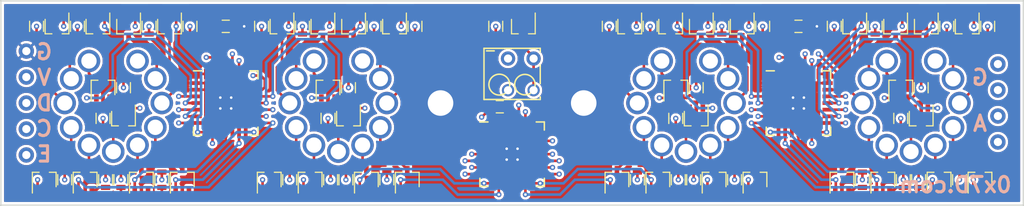
<source format=kicad_pcb>
(kicad_pcb (version 4) (host pcbnew 4.0.7)

  (general
    (links 265)
    (no_connects 0)
    (area 94.412667 89.910285 199.587334 114.089714)
    (thickness 1.6)
    (drawings 12)
    (tracks 1069)
    (zones 0)
    (modules 97)
    (nets 131)
  )

  (page A4)
  (layers
    (0 F.Cu signal)
    (1 In1.Cu signal)
    (2 In2.Cu signal)
    (31 B.Cu signal)
    (36 B.SilkS user)
    (37 F.SilkS user)
    (38 B.Mask user)
    (39 F.Mask user)
    (44 Edge.Cuts user)
  )

  (setup
    (last_trace_width 0.254)
    (trace_clearance 0.2032)
    (zone_clearance 0.254)
    (zone_45_only no)
    (trace_min 0.1524)
    (segment_width 0.2)
    (edge_width 0.15)
    (via_size 0.508)
    (via_drill 0.254)
    (via_min_size 0.508)
    (via_min_drill 0.254)
    (uvia_size 0.254)
    (uvia_drill 0.127)
    (uvias_allowed no)
    (uvia_min_size 0.254)
    (uvia_min_drill 0.127)
    (pcb_text_width 0.3)
    (pcb_text_size 1.5 1.5)
    (mod_edge_width 0.15)
    (mod_text_size 1 1)
    (mod_text_width 0.15)
    (pad_size 4.5 4.5)
    (pad_drill 2.5)
    (pad_to_mask_clearance 0.1524)
    (aux_axis_origin 147 102)
    (visible_elements 7FFEFF7F)
    (pcbplotparams
      (layerselection 0x010a0_00000001)
      (usegerberextensions false)
      (excludeedgelayer true)
      (linewidth 0.100000)
      (plotframeref false)
      (viasonmask false)
      (mode 1)
      (useauxorigin false)
      (hpglpennumber 1)
      (hpglpenspeed 20)
      (hpglpendiameter 15)
      (hpglpenoverlay 2)
      (psnegative false)
      (psa4output false)
      (plotreference false)
      (plotvalue false)
      (plotinvisibletext false)
      (padsonsilk false)
      (subtractmaskfromsilk false)
      (outputformat 0)
      (mirror false)
      (drillshape 0)
      (scaleselection 1)
      (outputdirectory ""))
  )

  (net 0 "")
  (net 1 /TUBE_GND)
  (net 2 /TUBE_ANODE)
  (net 3 /nOE)
  (net 4 /SCL)
  (net 5 /SDA)
  (net 6 /VDD)
  (net 7 /VSS)
  (net 8 /T1_G_0)
  (net 9 /T1_E_0)
  (net 10 /T1_C_0)
  (net 11 /T1_G_1)
  (net 12 /T1_E_1)
  (net 13 /T1_C_1)
  (net 14 /T1_G_2)
  (net 15 /T1_E_2)
  (net 16 /T1_C_2)
  (net 17 /T1_G_3)
  (net 18 /T1_E_3)
  (net 19 /T1_C_3)
  (net 20 /T1_G_4)
  (net 21 /T1_E_4)
  (net 22 /T1_C_4)
  (net 23 /T1_G_5)
  (net 24 /T1_E_5)
  (net 25 /T1_C_5)
  (net 26 /T1_G_6)
  (net 27 /T1_E_6)
  (net 28 /T1_C_6)
  (net 29 /T1_G_7)
  (net 30 /T1_E_7)
  (net 31 /T1_C_7)
  (net 32 /T1_G_8)
  (net 33 /T1_E_8)
  (net 34 /T1_C_8)
  (net 35 /T1_G_9)
  (net 36 /T1_E_9)
  (net 37 /T1_C_9)
  (net 38 /T2_G_0)
  (net 39 /T2_E_0)
  (net 40 /T2_C_0)
  (net 41 /T2_G_1)
  (net 42 /T2_E_1)
  (net 43 /T2_C_1)
  (net 44 /T2_G_2)
  (net 45 /T2_E_2)
  (net 46 /T2_C_2)
  (net 47 /T2_G_3)
  (net 48 /T2_E_3)
  (net 49 /T2_C_3)
  (net 50 /T2_G_4)
  (net 51 /T2_E_4)
  (net 52 /T2_C_4)
  (net 53 /T2_G_5)
  (net 54 /T2_E_5)
  (net 55 /T2_C_5)
  (net 56 /T2_G_6)
  (net 57 /T2_E_6)
  (net 58 /T2_C_6)
  (net 59 /T2_G_7)
  (net 60 /T2_E_7)
  (net 61 /T2_C_7)
  (net 62 /T2_G_8)
  (net 63 /T2_E_8)
  (net 64 /T2_C_8)
  (net 65 /T2_G_9)
  (net 66 /T2_E_9)
  (net 67 /T2_C_9)
  (net 68 /T3_G_0)
  (net 69 /T3_E_0)
  (net 70 /T3_C_0)
  (net 71 /T3_G_1)
  (net 72 /T3_E_1)
  (net 73 /T3_C_1)
  (net 74 /T3_G_2)
  (net 75 /T3_E_2)
  (net 76 /T3_C_2)
  (net 77 /T3_G_3)
  (net 78 /T3_E_3)
  (net 79 /T3_C_3)
  (net 80 /T3_G_4)
  (net 81 /T3_E_4)
  (net 82 /T3_C_4)
  (net 83 /T3_G_5)
  (net 84 /T3_E_5)
  (net 85 /T3_C_5)
  (net 86 /T3_G_6)
  (net 87 /T3_E_6)
  (net 88 /T3_C_6)
  (net 89 /T3_G_7)
  (net 90 /T3_E_7)
  (net 91 /T3_C_7)
  (net 92 /T3_G_8)
  (net 93 /T3_E_8)
  (net 94 /T3_C_8)
  (net 95 /T3_G_9)
  (net 96 /T3_E_9)
  (net 97 /T3_C_9)
  (net 98 /T4_G_0)
  (net 99 /T4_E_0)
  (net 100 /T4_C_0)
  (net 101 /T4_G_1)
  (net 102 /T4_E_1)
  (net 103 /T4_C_1)
  (net 104 /T4_G_2)
  (net 105 /T4_E_2)
  (net 106 /T4_C_2)
  (net 107 /T4_G_3)
  (net 108 /T4_E_3)
  (net 109 /T4_C_3)
  (net 110 /T4_G_4)
  (net 111 /T4_E_4)
  (net 112 /T4_C_4)
  (net 113 /T4_G_5)
  (net 114 /T4_E_5)
  (net 115 /T4_C_5)
  (net 116 /T4_G_6)
  (net 117 /T4_E_6)
  (net 118 /T4_C_6)
  (net 119 /T4_G_7)
  (net 120 /T4_E_7)
  (net 121 /T4_C_7)
  (net 122 /T4_G_8)
  (net 123 /T4_E_8)
  (net 124 /T4_C_8)
  (net 125 /T4_G_9)
  (net 126 /T4_E_9)
  (net 127 /T4_C_9)
  (net 128 "Net-(Q41-Pad2)")
  (net 129 "Net-(Q41-Pad3)")
  (net 130 "Net-(Q41-Pad1)")

  (net_class Default "This is the default net class."
    (clearance 0.2032)
    (trace_width 0.254)
    (via_dia 0.508)
    (via_drill 0.254)
    (uvia_dia 0.254)
    (uvia_drill 0.127)
    (add_net /SCL)
    (add_net /SDA)
    (add_net /T1_C_0)
    (add_net /T1_C_1)
    (add_net /T1_C_2)
    (add_net /T1_C_3)
    (add_net /T1_C_4)
    (add_net /T1_C_5)
    (add_net /T1_C_6)
    (add_net /T1_C_7)
    (add_net /T1_C_8)
    (add_net /T1_C_9)
    (add_net /T1_E_0)
    (add_net /T1_E_1)
    (add_net /T1_E_2)
    (add_net /T1_E_3)
    (add_net /T1_E_4)
    (add_net /T1_E_5)
    (add_net /T1_E_6)
    (add_net /T1_E_7)
    (add_net /T1_E_8)
    (add_net /T1_E_9)
    (add_net /T1_G_0)
    (add_net /T1_G_1)
    (add_net /T1_G_2)
    (add_net /T1_G_3)
    (add_net /T1_G_4)
    (add_net /T1_G_5)
    (add_net /T1_G_6)
    (add_net /T1_G_7)
    (add_net /T1_G_8)
    (add_net /T1_G_9)
    (add_net /T2_C_0)
    (add_net /T2_C_1)
    (add_net /T2_C_2)
    (add_net /T2_C_3)
    (add_net /T2_C_4)
    (add_net /T2_C_5)
    (add_net /T2_C_6)
    (add_net /T2_C_7)
    (add_net /T2_C_8)
    (add_net /T2_C_9)
    (add_net /T2_E_0)
    (add_net /T2_E_1)
    (add_net /T2_E_2)
    (add_net /T2_E_3)
    (add_net /T2_E_4)
    (add_net /T2_E_5)
    (add_net /T2_E_6)
    (add_net /T2_E_7)
    (add_net /T2_E_8)
    (add_net /T2_E_9)
    (add_net /T2_G_0)
    (add_net /T2_G_1)
    (add_net /T2_G_2)
    (add_net /T2_G_3)
    (add_net /T2_G_4)
    (add_net /T2_G_5)
    (add_net /T2_G_6)
    (add_net /T2_G_7)
    (add_net /T2_G_8)
    (add_net /T2_G_9)
    (add_net /T3_C_0)
    (add_net /T3_C_1)
    (add_net /T3_C_2)
    (add_net /T3_C_3)
    (add_net /T3_C_4)
    (add_net /T3_C_5)
    (add_net /T3_C_6)
    (add_net /T3_C_7)
    (add_net /T3_C_8)
    (add_net /T3_C_9)
    (add_net /T3_E_0)
    (add_net /T3_E_1)
    (add_net /T3_E_2)
    (add_net /T3_E_3)
    (add_net /T3_E_4)
    (add_net /T3_E_5)
    (add_net /T3_E_6)
    (add_net /T3_E_7)
    (add_net /T3_E_8)
    (add_net /T3_E_9)
    (add_net /T3_G_0)
    (add_net /T3_G_1)
    (add_net /T3_G_2)
    (add_net /T3_G_3)
    (add_net /T3_G_4)
    (add_net /T3_G_5)
    (add_net /T3_G_6)
    (add_net /T3_G_7)
    (add_net /T3_G_8)
    (add_net /T3_G_9)
    (add_net /T4_C_0)
    (add_net /T4_C_1)
    (add_net /T4_C_2)
    (add_net /T4_C_3)
    (add_net /T4_C_4)
    (add_net /T4_C_5)
    (add_net /T4_C_6)
    (add_net /T4_C_7)
    (add_net /T4_C_8)
    (add_net /T4_C_9)
    (add_net /T4_E_0)
    (add_net /T4_E_1)
    (add_net /T4_E_2)
    (add_net /T4_E_3)
    (add_net /T4_E_4)
    (add_net /T4_E_5)
    (add_net /T4_E_6)
    (add_net /T4_E_7)
    (add_net /T4_E_8)
    (add_net /T4_E_9)
    (add_net /T4_G_0)
    (add_net /T4_G_1)
    (add_net /T4_G_2)
    (add_net /T4_G_3)
    (add_net /T4_G_4)
    (add_net /T4_G_5)
    (add_net /T4_G_6)
    (add_net /T4_G_7)
    (add_net /T4_G_8)
    (add_net /T4_G_9)
    (add_net /TUBE_GND)
    (add_net /VSS)
    (add_net /nOE)
    (add_net "Net-(Q41-Pad1)")
    (add_net "Net-(Q41-Pad2)")
    (add_net "Net-(Q41-Pad3)")
  )

  (net_class HV_Anode ""
    (clearance 0.254)
    (trace_width 0.508)
    (via_dia 0.508)
    (via_drill 0.254)
    (uvia_dia 0.254)
    (uvia_drill 0.127)
    (add_net /TUBE_ANODE)
  )

  (net_class VDD ""
    (clearance 0.2032)
    (trace_width 0.254)
    (via_dia 0.508)
    (via_drill 0.254)
    (uvia_dia 0.254)
    (uvia_drill 0.127)
    (add_net /VDD)
  )

  (module Mounting_Holes:MountingHole_2.5mm_Pad (layer F.Cu) (tedit 5A49F2F7) (tstamp 5A49F153)
    (at 140 102)
    (descr "Mounting Hole 2.5mm")
    (tags "mounting hole 2.5mm")
    (fp_text reference REF** (at 0 -3.5) (layer F.SilkS) hide
      (effects (font (size 1 1) (thickness 0.15)))
    )
    (fp_text value MountingHole_2.5mm_Pad (at 0 3.5) (layer F.Fab)
      (effects (font (size 1 1) (thickness 0.15)))
    )
    (fp_circle (center 0 0) (end 2.5 0) (layer Cmts.User) (width 0.15))
    (fp_circle (center 0 0) (end 2.75 0) (layer F.CrtYd) (width 0.05))
    (pad 1 thru_hole circle (at 0 0) (size 4.5 4.5) (drill 2.5) (layers *.Mask F.Cu)
      (net 7 /VSS) (zone_connect 2))
  )

  (module Mounting_Holes:MountingHole_2.5mm_Pad (layer F.Cu) (tedit 5A49F42C) (tstamp 5A49F131)
    (at 154 102)
    (descr "Mounting Hole 2.5mm")
    (tags "mounting hole 2.5mm")
    (fp_text reference REF** (at 0 -3.5) (layer F.SilkS) hide
      (effects (font (size 1 1) (thickness 0.15)))
    )
    (fp_text value MountingHole_2.5mm_Pad (at 0 3.5) (layer F.Fab)
      (effects (font (size 1 1) (thickness 0.15)))
    )
    (fp_circle (center 0 0) (end 2.5 0) (layer Cmts.User) (width 0.15))
    (fp_circle (center 0 0) (end 2.75 0) (layer F.CrtYd) (width 0.05))
    (pad 1 thru_hole circle (at 0 0) (size 4.5 4.5) (drill 2.5) (layers *.Mask F.Cu)
      (net 7 /VSS) (zone_connect 2))
  )

  (module Capacitors_SMD:C_0603 (layer F.Cu) (tedit 594897F2) (tstamp 594897BC)
    (at 175 94.5)
    (descr "Capacitor SMD 0603, reflow soldering, AVX (see smccp.pdf)")
    (tags "capacitor 0603")
    (path /5948B9CD)
    (attr smd)
    (fp_text reference C3 (at 0 -1.5) (layer F.SilkS) hide
      (effects (font (size 1 1) (thickness 0.15)))
    )
    (fp_text value Bypass (at 0 1.5) (layer F.Fab)
      (effects (font (size 1 1) (thickness 0.15)))
    )
    (fp_text user %R (at 0 -1.5) (layer F.Fab)
      (effects (font (size 1 1) (thickness 0.15)))
    )
    (fp_line (start -0.8 0.4) (end -0.8 -0.4) (layer F.Fab) (width 0.1))
    (fp_line (start 0.8 0.4) (end -0.8 0.4) (layer F.Fab) (width 0.1))
    (fp_line (start 0.8 -0.4) (end 0.8 0.4) (layer F.Fab) (width 0.1))
    (fp_line (start -0.8 -0.4) (end 0.8 -0.4) (layer F.Fab) (width 0.1))
    (fp_line (start -0.35 -0.6) (end 0.35 -0.6) (layer F.SilkS) (width 0.12))
    (fp_line (start 0.35 0.6) (end -0.35 0.6) (layer F.SilkS) (width 0.12))
    (fp_line (start -1.4 -0.65) (end 1.4 -0.65) (layer F.CrtYd) (width 0.05))
    (fp_line (start -1.4 -0.65) (end -1.4 0.65) (layer F.CrtYd) (width 0.05))
    (fp_line (start 1.4 0.65) (end 1.4 -0.65) (layer F.CrtYd) (width 0.05))
    (fp_line (start 1.4 0.65) (end -1.4 0.65) (layer F.CrtYd) (width 0.05))
    (pad 1 smd rect (at -0.75 0) (size 0.8 0.75) (layers F.Cu F.Mask)
      (net 6 /VDD))
    (pad 2 smd rect (at 0.75 0) (size 0.8 0.75) (layers F.Cu F.Mask)
      (net 7 /VSS))
    (model Capacitors_SMD.3dshapes/C_0603.wrl
      (at (xyz 0 0 0))
      (scale (xyz 1 1 1))
      (rotate (xyz 0 0 0))
    )
  )

  (module TO_SOT_Packages_SMD:SOT-323_SC-70 (layer F.Cu) (tedit 59489256) (tstamp 593C811B)
    (at 136.75 109.5 90)
    (descr "SOT-323, SC-70")
    (tags "SOT-323 SC-70")
    (path /593936D4)
    (attr smd)
    (fp_text reference Q18 (at -0.05 -1.95 90) (layer F.SilkS) hide
      (effects (font (size 1 1) (thickness 0.15)))
    )
    (fp_text value Q_NPN_BEC (at -0.05 2.05 90) (layer F.Fab)
      (effects (font (size 1 1) (thickness 0.15)))
    )
    (fp_text user %R (at -0.005 0 90) (layer F.Fab)
      (effects (font (size 0.5 0.5) (thickness 0.075)))
    )
    (fp_line (start 0.73 0.5) (end 0.73 1.16) (layer F.SilkS) (width 0.12))
    (fp_line (start 0.73 -1.16) (end 0.73 -0.5) (layer F.SilkS) (width 0.12))
    (fp_line (start 1.7 1.3) (end -1.7 1.3) (layer F.CrtYd) (width 0.05))
    (fp_line (start 1.7 -1.3) (end 1.7 1.3) (layer F.CrtYd) (width 0.05))
    (fp_line (start -1.7 -1.3) (end 1.7 -1.3) (layer F.CrtYd) (width 0.05))
    (fp_line (start -1.7 1.3) (end -1.7 -1.3) (layer F.CrtYd) (width 0.05))
    (fp_line (start 0.73 -1.16) (end -1.3 -1.16) (layer F.SilkS) (width 0.12))
    (fp_line (start -0.68 1.16) (end 0.73 1.16) (layer F.SilkS) (width 0.12))
    (fp_line (start 0.67 -1.1) (end -0.18 -1.1) (layer F.Fab) (width 0.1))
    (fp_line (start -0.68 -0.6) (end -0.68 1.1) (layer F.Fab) (width 0.1))
    (fp_line (start 0.67 -1.1) (end 0.67 1.1) (layer F.Fab) (width 0.1))
    (fp_line (start 0.67 1.1) (end -0.68 1.1) (layer F.Fab) (width 0.1))
    (fp_line (start -0.18 -1.1) (end -0.68 -0.6) (layer F.Fab) (width 0.1))
    (pad 1 smd rect (at -1 -0.65) (size 0.45 0.7) (layers F.Cu F.Mask)
      (net 59 /T2_G_7))
    (pad 2 smd rect (at -1 0.65) (size 0.45 0.7) (layers F.Cu F.Mask)
      (net 60 /T2_E_7))
    (pad 3 smd rect (at 1 0) (size 0.45 0.7) (layers F.Cu F.Mask)
      (net 61 /T2_C_7))
    (model ${KISYS3DMOD}/TO_SOT_Packages_SMD.3dshapes/SOT-323_SC-70.wrl
      (at (xyz 0 0 0))
      (scale (xyz 1 1 1))
      (rotate (xyz 0 0 0))
    )
  )

  (module Resistors_SMD:R_0603 (layer F.Cu) (tedit 59489253) (tstamp 593DDFFA)
    (at 134.75 109.5 90)
    (descr "Resistor SMD 0603, reflow soldering, Vishay (see dcrcw.pdf)")
    (tags "resistor 0603")
    (path /593D333F)
    (attr smd)
    (fp_text reference R18 (at 0 -1.45 90) (layer F.SilkS) hide
      (effects (font (size 1 1) (thickness 0.15)))
    )
    (fp_text value R (at 0 1.5 90) (layer F.Fab)
      (effects (font (size 1 1) (thickness 0.15)))
    )
    (fp_text user %R (at 0 0 90) (layer F.Fab)
      (effects (font (size 0.5 0.5) (thickness 0.075)))
    )
    (fp_line (start -0.8 0.4) (end -0.8 -0.4) (layer F.Fab) (width 0.1))
    (fp_line (start 0.8 0.4) (end -0.8 0.4) (layer F.Fab) (width 0.1))
    (fp_line (start 0.8 -0.4) (end 0.8 0.4) (layer F.Fab) (width 0.1))
    (fp_line (start -0.8 -0.4) (end 0.8 -0.4) (layer F.Fab) (width 0.1))
    (fp_line (start 0.5 0.68) (end -0.5 0.68) (layer F.SilkS) (width 0.12))
    (fp_line (start -0.5 -0.68) (end 0.5 -0.68) (layer F.SilkS) (width 0.12))
    (fp_line (start -1.25 -0.7) (end 1.25 -0.7) (layer F.CrtYd) (width 0.05))
    (fp_line (start -1.25 -0.7) (end -1.25 0.7) (layer F.CrtYd) (width 0.05))
    (fp_line (start 1.25 0.7) (end 1.25 -0.7) (layer F.CrtYd) (width 0.05))
    (fp_line (start 1.25 0.7) (end -1.25 0.7) (layer F.CrtYd) (width 0.05))
    (pad 1 smd rect (at -0.75 0 90) (size 0.5 0.9) (layers F.Cu F.Mask)
      (net 60 /T2_E_7))
    (pad 2 smd rect (at 0.75 0 90) (size 0.5 0.9) (layers F.Cu F.Mask)
      (net 1 /TUBE_GND))
    (model ${KISYS3DMOD}/Resistors_SMD.3dshapes/R_0603.wrl
      (at (xyz 0 0 0))
      (scale (xyz 1 1 1))
      (rotate (xyz 0 0 0))
    )
  )

  (module "Custom Parts:Phoenix_1770953" (layer F.Cu) (tedit 5972DCA7) (tstamp 594DE523)
    (at 147.85 99.2)
    (path /593B460C)
    (fp_text reference T5 (at 0 -3.5) (layer F.SilkS) hide
      (effects (font (size 1 1) (thickness 0.15)))
    )
    (fp_text value IN-3 (at 0 3.5) (layer F.Fab)
      (effects (font (size 1 1) (thickness 0.15)))
    )
    (fp_circle (center -2.1 1) (end -2.3 0) (layer F.SilkS) (width 0.15))
    (fp_circle (center 0.4 1) (end 0.4 0) (layer F.SilkS) (width 0.15))
    (fp_line (start 1.9 0.9) (end 1.9 -0.9) (layer F.SilkS) (width 0.15))
    (fp_line (start 1.9 2.45) (end 1.9 2.2) (layer F.SilkS) (width 0.15))
    (fp_line (start 1.9 -2.55) (end 1.9 -2.2) (layer F.SilkS) (width 0.15))
    (fp_line (start -3.35 -2.3) (end -2.6 -2.3) (layer F.SilkS) (width 0.15))
    (fp_line (start 1.9 2.45) (end -3.6 2.45) (layer F.SilkS) (width 0.15))
    (fp_line (start -3.6 2.45) (end -3.6 -2.55) (layer F.SilkS) (width 0.15))
    (fp_line (start -3.6 -2.55) (end 1.9 -2.55) (layer F.SilkS) (width 0.15))
    (pad 2 thru_hole circle (at 1.25 -1.55) (size 1.4 1.4) (drill 0.8) (layers *.Cu *.Mask)
      (net 129 "Net-(Q41-Pad3)"))
    (pad 2 thru_hole circle (at 1.25 1.55) (size 1.2 1.2) (drill 0.8) (layers *.Cu *.Mask)
      (net 129 "Net-(Q41-Pad3)"))
    (pad 1 thru_hole circle (at -1.25 -1.55) (size 1.4 1.4) (drill 0.8) (layers *.Cu *.Mask)
      (net 2 /TUBE_ANODE))
    (pad 1 thru_hole circle (at -1.25 1.55) (size 1.2 1.2) (drill 0.8) (layers *.Cu *.Mask)
      (net 2 /TUBE_ANODE))
  )

  (module TO_SOT_Packages_SMD:SOT-323_SC-70 (layer F.Cu) (tedit 594892E0) (tstamp 593C8256)
    (at 180.5 94.5 270)
    (descr "SOT-323, SC-70")
    (tags "SOT-323 SC-70")
    (path /5938FF9A)
    (attr smd)
    (fp_text reference Q33 (at -0.05 -1.95 270) (layer F.SilkS) hide
      (effects (font (size 1 1) (thickness 0.15)))
    )
    (fp_text value Q_NPN_BEC (at -0.05 2.05 270) (layer F.Fab)
      (effects (font (size 1 1) (thickness 0.15)))
    )
    (fp_text user %R (at -0.005 0 270) (layer F.Fab)
      (effects (font (size 0.5 0.5) (thickness 0.075)))
    )
    (fp_line (start 0.73 0.5) (end 0.73 1.16) (layer F.SilkS) (width 0.12))
    (fp_line (start 0.73 -1.16) (end 0.73 -0.5) (layer F.SilkS) (width 0.12))
    (fp_line (start 1.7 1.3) (end -1.7 1.3) (layer F.CrtYd) (width 0.05))
    (fp_line (start 1.7 -1.3) (end 1.7 1.3) (layer F.CrtYd) (width 0.05))
    (fp_line (start -1.7 -1.3) (end 1.7 -1.3) (layer F.CrtYd) (width 0.05))
    (fp_line (start -1.7 1.3) (end -1.7 -1.3) (layer F.CrtYd) (width 0.05))
    (fp_line (start 0.73 -1.16) (end -1.3 -1.16) (layer F.SilkS) (width 0.12))
    (fp_line (start -0.68 1.16) (end 0.73 1.16) (layer F.SilkS) (width 0.12))
    (fp_line (start 0.67 -1.1) (end -0.18 -1.1) (layer F.Fab) (width 0.1))
    (fp_line (start -0.68 -0.6) (end -0.68 1.1) (layer F.Fab) (width 0.1))
    (fp_line (start 0.67 -1.1) (end 0.67 1.1) (layer F.Fab) (width 0.1))
    (fp_line (start 0.67 1.1) (end -0.68 1.1) (layer F.Fab) (width 0.1))
    (fp_line (start -0.18 -1.1) (end -0.68 -0.6) (layer F.Fab) (width 0.1))
    (pad 1 smd rect (at -1 -0.65 180) (size 0.45 0.7) (layers F.Cu F.Mask)
      (net 104 /T4_G_2))
    (pad 2 smd rect (at -1 0.65 180) (size 0.45 0.7) (layers F.Cu F.Mask)
      (net 105 /T4_E_2))
    (pad 3 smd rect (at 1 0 180) (size 0.45 0.7) (layers F.Cu F.Mask)
      (net 106 /T4_C_2))
    (model ${KISYS3DMOD}/TO_SOT_Packages_SMD.3dshapes/SOT-323_SC-70.wrl
      (at (xyz 0 0 0))
      (scale (xyz 1 1 1))
      (rotate (xyz 0 0 0))
    )
  )

  (module Resistors_SMD:R_0603 (layer F.Cu) (tedit 59489206) (tstamp 593DDFAF)
    (at 100.5 94.5 270)
    (descr "Resistor SMD 0603, reflow soldering, Vishay (see dcrcw.pdf)")
    (tags "resistor 0603")
    (path /593D2A32)
    (attr smd)
    (fp_text reference R3 (at 0 -1.45 270) (layer F.SilkS) hide
      (effects (font (size 1 1) (thickness 0.15)))
    )
    (fp_text value R (at 0 1.5 270) (layer F.Fab)
      (effects (font (size 1 1) (thickness 0.15)))
    )
    (fp_text user %R (at 0 0 270) (layer F.Fab)
      (effects (font (size 0.5 0.5) (thickness 0.075)))
    )
    (fp_line (start -0.8 0.4) (end -0.8 -0.4) (layer F.Fab) (width 0.1))
    (fp_line (start 0.8 0.4) (end -0.8 0.4) (layer F.Fab) (width 0.1))
    (fp_line (start 0.8 -0.4) (end 0.8 0.4) (layer F.Fab) (width 0.1))
    (fp_line (start -0.8 -0.4) (end 0.8 -0.4) (layer F.Fab) (width 0.1))
    (fp_line (start 0.5 0.68) (end -0.5 0.68) (layer F.SilkS) (width 0.12))
    (fp_line (start -0.5 -0.68) (end 0.5 -0.68) (layer F.SilkS) (width 0.12))
    (fp_line (start -1.25 -0.7) (end 1.25 -0.7) (layer F.CrtYd) (width 0.05))
    (fp_line (start -1.25 -0.7) (end -1.25 0.7) (layer F.CrtYd) (width 0.05))
    (fp_line (start 1.25 0.7) (end 1.25 -0.7) (layer F.CrtYd) (width 0.05))
    (fp_line (start 1.25 0.7) (end -1.25 0.7) (layer F.CrtYd) (width 0.05))
    (pad 1 smd rect (at -0.75 0 270) (size 0.5 0.9) (layers F.Cu F.Mask)
      (net 15 /T1_E_2))
    (pad 2 smd rect (at 0.75 0 270) (size 0.5 0.9) (layers F.Cu F.Mask)
      (net 1 /TUBE_GND))
    (model ${KISYS3DMOD}/Resistors_SMD.3dshapes/R_0603.wrl
      (at (xyz 0 0 0))
      (scale (xyz 1 1 1))
      (rotate (xyz 0 0 0))
    )
  )

  (module "Custom Parts:Pin_Header_Straight_1x04_Pitch2.54mm" (layer B.Cu) (tedit 597CE6F1) (tstamp 5972C4D1)
    (at 194.5 102 180)
    (descr "Through hole straight pin header, 1x04, 2.54mm pitch, single row")
    (tags "Through hole pin header THT 1x04 2.54mm single row")
    (path /5972C3A8)
    (fp_text reference J1 (at 0 6.14 180) (layer B.SilkS) hide
      (effects (font (size 1 1) (thickness 0.15)) (justify mirror))
    )
    (fp_text value CONN_01X04 (at 0 -6.14 180) (layer B.Fab)
      (effects (font (size 1 1) (thickness 0.15)) (justify mirror))
    )
    (fp_line (start 1.27 5.08) (end -1.27 5.08) (layer B.Fab) (width 0.1))
    (fp_line (start -1.27 5.08) (end -1.27 -5.08) (layer B.Fab) (width 0.1))
    (fp_line (start 1.27 5.08) (end 1.27 -5.08) (layer B.Fab) (width 0.1))
    (fp_line (start 1.27 -5.08) (end -1.27 -5.08) (layer B.Fab) (width 0.1))
    (fp_line (start -1.8 5.61) (end -1.8 -5.59) (layer B.CrtYd) (width 0.05))
    (fp_line (start -1.8 -5.59) (end 1.8 -5.59) (layer B.CrtYd) (width 0.05))
    (fp_line (start 1.8 -5.59) (end 1.8 5.61) (layer B.CrtYd) (width 0.05))
    (fp_line (start 1.8 5.61) (end -1.8 5.61) (layer B.CrtYd) (width 0.05))
    (pad 1 thru_hole circle (at 0 3.81 180) (size 1.5 1.5) (drill 0.8) (layers *.Cu *.Mask)
      (net 1 /TUBE_GND))
    (pad 2 thru_hole circle (at 0 1.27 180) (size 1.5 1.5) (drill 0.8) (layers *.Cu *.Mask)
      (net 1 /TUBE_GND))
    (pad 3 thru_hole circle (at 0 -1.27 180) (size 1.5 1.5) (drill 0.8) (layers *.Cu *.Mask)
      (net 2 /TUBE_ANODE))
    (pad 4 thru_hole circle (at 0 -3.81 180) (size 1.5 1.5) (drill 0.8) (layers *.Cu *.Mask)
      (net 2 /TUBE_ANODE))
  )

  (module "Custom Parts:Pin_Header_Straight_1x05_Pitch2.54mm" (layer B.Cu) (tedit 597CE6DE) (tstamp 593F970C)
    (at 99.5 102)
    (descr "Through hole straight pin header, 1x05, 2.54mm pitch, single row")
    (tags "Through hole pin header THT 1x05 2.54mm single row")
    (path /593B21BB)
    (fp_text reference J2 (at 0 7.41) (layer B.SilkS) hide
      (effects (font (size 1 1) (thickness 0.15)) (justify mirror))
    )
    (fp_text value CONN_01X05 (at 0 -8.128) (layer B.Fab)
      (effects (font (size 1 1) (thickness 0.15)) (justify mirror))
    )
    (fp_line (start -1.27 6.35) (end -1.27 -6.35) (layer B.Fab) (width 0.1))
    (fp_line (start -1.27 -6.35) (end 1.27 -6.35) (layer B.Fab) (width 0.1))
    (fp_line (start 1.27 -6.35) (end 1.27 6.35) (layer B.Fab) (width 0.1))
    (fp_line (start 1.27 6.35) (end -1.27 6.35) (layer B.Fab) (width 0.1))
    (fp_line (start -1.8 6.88) (end -1.8 -6.87) (layer B.CrtYd) (width 0.05))
    (fp_line (start -1.8 -6.87) (end 1.8 -6.87) (layer B.CrtYd) (width 0.05))
    (fp_line (start 1.8 -6.87) (end 1.8 6.88) (layer B.CrtYd) (width 0.05))
    (fp_line (start 1.8 6.88) (end -1.8 6.88) (layer B.CrtYd) (width 0.05))
    (fp_text user %R (at 0 7.41) (layer B.Fab)
      (effects (font (size 1 1) (thickness 0.15)) (justify mirror))
    )
    (pad 1 thru_hole circle (at 0 5.08) (size 1.5 1.5) (drill 0.8) (layers *.Cu *.Mask)
      (net 3 /nOE))
    (pad 2 thru_hole circle (at 0 2.54) (size 1.5 1.5) (drill 0.8) (layers *.Cu *.Mask)
      (net 4 /SCL))
    (pad 3 thru_hole circle (at 0 0) (size 1.5 1.5) (drill 0.8) (layers *.Cu *.Mask)
      (net 5 /SDA))
    (pad 4 thru_hole circle (at 0 -2.54) (size 1.5 1.5) (drill 0.8) (layers *.Cu *.Mask)
      (net 6 /VDD))
    (pad 5 thru_hole circle (at 0 -5.08) (size 1.5 1.5) (drill 0.8) (layers *.Cu *.Mask)
      (net 7 /VSS))
  )

  (module "Custom Parts:IN-8" (layer F.Cu) (tedit 594892FA) (tstamp 593C8649)
    (at 186 102)
    (path /5938FB49)
    (fp_text reference T4 (at 0 0) (layer F.SilkS) hide
      (effects (font (size 1 1) (thickness 0.15)))
    )
    (fp_text value IN-8 (at 0 -1.27) (layer F.Fab)
      (effects (font (size 1 1) (thickness 0.15)))
    )
    (pad 1 thru_hole circle (at -2.375 -4.114) (size 2.2 2.2) (drill 1.5) (layers *.Cu *.Mask)
      (net 100 /T4_C_0))
    (pad 2 thru_hole circle (at -4.114 -2.375) (size 2.2 2.2) (drill 1.5) (layers *.Cu *.Mask)
      (net 103 /T4_C_1))
    (pad 3 thru_hole circle (at -4.75 0) (size 2.2 2.2) (drill 1.5) (layers *.Cu *.Mask)
      (net 106 /T4_C_2))
    (pad 4 thru_hole circle (at -4.114 2.375) (size 2.2 2.2) (drill 1.5) (layers *.Cu *.Mask)
      (net 109 /T4_C_3))
    (pad 5 thru_hole circle (at -2.375 4.114) (size 2.2 2.2) (drill 1.5) (layers *.Cu *.Mask)
      (net 112 /T4_C_4))
    (pad 6 thru_hole circle (at 0 4.75) (size 2.2 2.2) (drill 1.5) (layers *.Cu *.Mask)
      (net 115 /T4_C_5))
    (pad 7 thru_hole circle (at 2.375 4.114) (size 2.2 2.2) (drill 1.5) (layers *.Cu *.Mask)
      (net 118 /T4_C_6))
    (pad 8 thru_hole circle (at 4.114 2.375) (size 2.2 2.2) (drill 1.5) (layers *.Cu *.Mask)
      (net 121 /T4_C_7))
    (pad 10 thru_hole circle (at 4.114 -2.375) (size 2.2 2.2) (drill 1.5) (layers *.Cu *.Mask)
      (net 127 /T4_C_9))
    (pad 11 thru_hole circle (at 2.375 -4.114) (size 2.2 2.2) (drill 1.5) (layers *.Cu *.Mask)
      (net 2 /TUBE_ANODE))
    (pad 9 thru_hole circle (at 4.75 0) (size 2.2 2.2) (drill 1.5) (layers *.Cu *.Mask)
      (net 124 /T4_C_8))
  )

  (module "Custom Parts:IN-8" (layer F.Cu) (tedit 594892BA) (tstamp 593C862E)
    (at 164 102)
    (path /5938FA0F)
    (fp_text reference T3 (at 0 0) (layer F.SilkS) hide
      (effects (font (size 1 1) (thickness 0.15)))
    )
    (fp_text value IN-8 (at 0 -1.27) (layer F.Fab)
      (effects (font (size 1 1) (thickness 0.15)))
    )
    (pad 1 thru_hole circle (at -2.375 -4.114) (size 2.2 2.2) (drill 1.5) (layers *.Cu *.Mask)
      (net 70 /T3_C_0))
    (pad 2 thru_hole circle (at -4.114 -2.375) (size 2.2 2.2) (drill 1.5) (layers *.Cu *.Mask)
      (net 73 /T3_C_1))
    (pad 3 thru_hole circle (at -4.75 0) (size 2.2 2.2) (drill 1.5) (layers *.Cu *.Mask)
      (net 76 /T3_C_2))
    (pad 4 thru_hole circle (at -4.114 2.375) (size 2.2 2.2) (drill 1.5) (layers *.Cu *.Mask)
      (net 79 /T3_C_3))
    (pad 5 thru_hole circle (at -2.375 4.114) (size 2.2 2.2) (drill 1.5) (layers *.Cu *.Mask)
      (net 82 /T3_C_4))
    (pad 6 thru_hole circle (at 0 4.75) (size 2.2 2.2) (drill 1.5) (layers *.Cu *.Mask)
      (net 85 /T3_C_5))
    (pad 7 thru_hole circle (at 2.375 4.114) (size 2.2 2.2) (drill 1.5) (layers *.Cu *.Mask)
      (net 88 /T3_C_6))
    (pad 8 thru_hole circle (at 4.114 2.375) (size 2.2 2.2) (drill 1.5) (layers *.Cu *.Mask)
      (net 91 /T3_C_7))
    (pad 10 thru_hole circle (at 4.114 -2.375) (size 2.2 2.2) (drill 1.5) (layers *.Cu *.Mask)
      (net 97 /T3_C_9))
    (pad 11 thru_hole circle (at 2.375 -4.114) (size 2.2 2.2) (drill 1.5) (layers *.Cu *.Mask)
      (net 2 /TUBE_ANODE))
    (pad 9 thru_hole circle (at 4.75 0) (size 2.2 2.2) (drill 1.5) (layers *.Cu *.Mask)
      (net 94 /T3_C_8))
  )

  (module "Custom Parts:IN-8" (layer F.Cu) (tedit 5948927B) (tstamp 593C8613)
    (at 130 102)
    (path /5938FA7E)
    (fp_text reference T2 (at 0 0) (layer F.SilkS) hide
      (effects (font (size 1 1) (thickness 0.15)))
    )
    (fp_text value IN-8 (at 0 -1.27) (layer F.Fab)
      (effects (font (size 1 1) (thickness 0.15)))
    )
    (pad 1 thru_hole circle (at -2.375 -4.114) (size 2.2 2.2) (drill 1.5) (layers *.Cu *.Mask)
      (net 40 /T2_C_0))
    (pad 2 thru_hole circle (at -4.114 -2.375) (size 2.2 2.2) (drill 1.5) (layers *.Cu *.Mask)
      (net 43 /T2_C_1))
    (pad 3 thru_hole circle (at -4.75 0) (size 2.2 2.2) (drill 1.5) (layers *.Cu *.Mask)
      (net 46 /T2_C_2))
    (pad 4 thru_hole circle (at -4.114 2.375) (size 2.2 2.2) (drill 1.5) (layers *.Cu *.Mask)
      (net 49 /T2_C_3))
    (pad 5 thru_hole circle (at -2.375 4.114) (size 2.2 2.2) (drill 1.5) (layers *.Cu *.Mask)
      (net 52 /T2_C_4))
    (pad 6 thru_hole circle (at 0 4.75) (size 2.2 2.2) (drill 1.5) (layers *.Cu *.Mask)
      (net 55 /T2_C_5))
    (pad 7 thru_hole circle (at 2.375 4.114) (size 2.2 2.2) (drill 1.5) (layers *.Cu *.Mask)
      (net 58 /T2_C_6))
    (pad 8 thru_hole circle (at 4.114 2.375) (size 2.2 2.2) (drill 1.5) (layers *.Cu *.Mask)
      (net 61 /T2_C_7))
    (pad 10 thru_hole circle (at 4.114 -2.375) (size 2.2 2.2) (drill 1.5) (layers *.Cu *.Mask)
      (net 67 /T2_C_9))
    (pad 11 thru_hole circle (at 2.375 -4.114) (size 2.2 2.2) (drill 1.5) (layers *.Cu *.Mask)
      (net 2 /TUBE_ANODE))
    (pad 9 thru_hole circle (at 4.75 0) (size 2.2 2.2) (drill 1.5) (layers *.Cu *.Mask)
      (net 64 /T2_C_8))
  )

  (module "Custom Parts:IN-8" (layer F.Cu) (tedit 5948927F) (tstamp 593C85F8)
    (at 108 102)
    (path /5938FAE9)
    (fp_text reference T1 (at 0 0) (layer F.SilkS) hide
      (effects (font (size 1 1) (thickness 0.15)))
    )
    (fp_text value IN-8 (at 0 -1.27) (layer F.Fab)
      (effects (font (size 1 1) (thickness 0.15)))
    )
    (pad 1 thru_hole circle (at -2.375 -4.114) (size 2.2 2.2) (drill 1.5) (layers *.Cu *.Mask)
      (net 10 /T1_C_0))
    (pad 2 thru_hole circle (at -4.114 -2.375) (size 2.2 2.2) (drill 1.5) (layers *.Cu *.Mask)
      (net 13 /T1_C_1))
    (pad 3 thru_hole circle (at -4.75 0) (size 2.2 2.2) (drill 1.5) (layers *.Cu *.Mask)
      (net 16 /T1_C_2))
    (pad 4 thru_hole circle (at -4.114 2.375) (size 2.2 2.2) (drill 1.5) (layers *.Cu *.Mask)
      (net 19 /T1_C_3))
    (pad 5 thru_hole circle (at -2.375 4.114) (size 2.2 2.2) (drill 1.5) (layers *.Cu *.Mask)
      (net 22 /T1_C_4))
    (pad 6 thru_hole circle (at 0 4.75) (size 2.2 2.2) (drill 1.5) (layers *.Cu *.Mask)
      (net 25 /T1_C_5))
    (pad 7 thru_hole circle (at 2.375 4.114) (size 2.2 2.2) (drill 1.5) (layers *.Cu *.Mask)
      (net 28 /T1_C_6))
    (pad 8 thru_hole circle (at 4.114 2.375) (size 2.2 2.2) (drill 1.5) (layers *.Cu *.Mask)
      (net 31 /T1_C_7))
    (pad 10 thru_hole circle (at 4.114 -2.375) (size 2.2 2.2) (drill 1.5) (layers *.Cu *.Mask)
      (net 37 /T1_C_9))
    (pad 11 thru_hole circle (at 2.375 -4.114) (size 2.2 2.2) (drill 1.5) (layers *.Cu *.Mask)
      (net 2 /TUBE_ANODE))
    (pad 9 thru_hole circle (at 4.75 0) (size 2.2 2.2) (drill 1.5) (layers *.Cu *.Mask)
      (net 34 /T1_C_8))
  )

  (module TO_SOT_Packages_SMD:SOT-323_SC-70 (layer F.Cu) (tedit 59489268) (tstamp 593C80B2)
    (at 124.5 94.5 270)
    (descr "SOT-323, SC-70")
    (tags "SOT-323 SC-70")
    (path /593936B6)
    (attr smd)
    (fp_text reference Q13 (at -0.05 -1.95 270) (layer F.SilkS) hide
      (effects (font (size 1 1) (thickness 0.15)))
    )
    (fp_text value Q_NPN_BEC (at -0.05 2.05 270) (layer F.Fab)
      (effects (font (size 1 1) (thickness 0.15)))
    )
    (fp_text user %R (at -0.005 0 270) (layer F.Fab)
      (effects (font (size 0.5 0.5) (thickness 0.075)))
    )
    (fp_line (start 0.73 0.5) (end 0.73 1.16) (layer F.SilkS) (width 0.12))
    (fp_line (start 0.73 -1.16) (end 0.73 -0.5) (layer F.SilkS) (width 0.12))
    (fp_line (start 1.7 1.3) (end -1.7 1.3) (layer F.CrtYd) (width 0.05))
    (fp_line (start 1.7 -1.3) (end 1.7 1.3) (layer F.CrtYd) (width 0.05))
    (fp_line (start -1.7 -1.3) (end 1.7 -1.3) (layer F.CrtYd) (width 0.05))
    (fp_line (start -1.7 1.3) (end -1.7 -1.3) (layer F.CrtYd) (width 0.05))
    (fp_line (start 0.73 -1.16) (end -1.3 -1.16) (layer F.SilkS) (width 0.12))
    (fp_line (start -0.68 1.16) (end 0.73 1.16) (layer F.SilkS) (width 0.12))
    (fp_line (start 0.67 -1.1) (end -0.18 -1.1) (layer F.Fab) (width 0.1))
    (fp_line (start -0.68 -0.6) (end -0.68 1.1) (layer F.Fab) (width 0.1))
    (fp_line (start 0.67 -1.1) (end 0.67 1.1) (layer F.Fab) (width 0.1))
    (fp_line (start 0.67 1.1) (end -0.68 1.1) (layer F.Fab) (width 0.1))
    (fp_line (start -0.18 -1.1) (end -0.68 -0.6) (layer F.Fab) (width 0.1))
    (pad 1 smd rect (at -1 -0.65 180) (size 0.45 0.7) (layers F.Cu F.Mask)
      (net 44 /T2_G_2))
    (pad 2 smd rect (at -1 0.65 180) (size 0.45 0.7) (layers F.Cu F.Mask)
      (net 45 /T2_E_2))
    (pad 3 smd rect (at 1 0 180) (size 0.45 0.7) (layers F.Cu F.Mask)
      (net 46 /T2_C_2))
    (model ${KISYS3DMOD}/TO_SOT_Packages_SMD.3dshapes/SOT-323_SC-70.wrl
      (at (xyz 0 0 0))
      (scale (xyz 1 1 1))
      (rotate (xyz 0 0 0))
    )
  )

  (module Housings_DFN_QFN:QFN-28-1EP_6x6mm_Pitch0.65mm (layer F.Cu) (tedit 5948928B) (tstamp 593C86B5)
    (at 119 102)
    (descr "28-Lead Plastic Quad Flat, No Lead Package (ML) - 6x6 mm Body [QFN]; (see Microchip Packaging Specification 00000049BS.pdf)")
    (tags "QFN 0.65")
    (path /593A4DD3)
    (attr smd)
    (fp_text reference U1 (at 0 -4.35) (layer F.SilkS) hide
      (effects (font (size 1 1) (thickness 0.15)))
    )
    (fp_text value PCA9685 (at 0 4.35) (layer F.Fab)
      (effects (font (size 1 1) (thickness 0.15)))
    )
    (fp_line (start -2 -3) (end 3 -3) (layer F.Fab) (width 0.15))
    (fp_line (start 3 -3) (end 3 3) (layer F.Fab) (width 0.15))
    (fp_line (start 3 3) (end -3 3) (layer F.Fab) (width 0.15))
    (fp_line (start -3 3) (end -3 -2) (layer F.Fab) (width 0.15))
    (fp_line (start -3 -2) (end -2 -3) (layer F.Fab) (width 0.15))
    (fp_line (start -3.6 -3.6) (end -3.6 3.6) (layer F.CrtYd) (width 0.05))
    (fp_line (start 3.6 -3.6) (end 3.6 3.6) (layer F.CrtYd) (width 0.05))
    (fp_line (start -3.6 -3.6) (end 3.6 -3.6) (layer F.CrtYd) (width 0.05))
    (fp_line (start -3.6 3.6) (end 3.6 3.6) (layer F.CrtYd) (width 0.05))
    (fp_line (start 3.15 -3.15) (end 3.15 -2.36) (layer F.SilkS) (width 0.15))
    (fp_line (start -3.15 3.15) (end -3.15 2.36) (layer F.SilkS) (width 0.15))
    (fp_line (start 3.15 3.15) (end 3.15 2.36) (layer F.SilkS) (width 0.15))
    (fp_line (start -3.15 -3.15) (end -2.36 -3.15) (layer F.SilkS) (width 0.15))
    (fp_line (start -3.15 3.15) (end -2.36 3.15) (layer F.SilkS) (width 0.15))
    (fp_line (start 3.15 3.15) (end 2.36 3.15) (layer F.SilkS) (width 0.15))
    (fp_line (start 3.15 -3.15) (end 2.36 -3.15) (layer F.SilkS) (width 0.15))
    (pad 1 smd rect (at -2.85 -1.95) (size 1 0.37) (layers F.Cu F.Mask)
      (net 7 /VSS))
    (pad 2 smd rect (at -2.85 -1.3) (size 1 0.37) (layers F.Cu F.Mask)
      (net 7 /VSS))
    (pad 3 smd rect (at -2.85 -0.65) (size 1 0.37) (layers F.Cu F.Mask)
      (net 23 /T1_G_5))
    (pad 4 smd rect (at -2.85 0) (size 1 0.37) (layers F.Cu F.Mask)
      (net 8 /T1_G_0))
    (pad 5 smd rect (at -2.85 0.65) (size 1 0.37) (layers F.Cu F.Mask)
      (net 14 /T1_G_2))
    (pad 6 smd rect (at -2.85 1.3) (size 1 0.37) (layers F.Cu F.Mask)
      (net 11 /T1_G_1))
    (pad 7 smd rect (at -2.85 1.95) (size 1 0.37) (layers F.Cu F.Mask)
      (net 35 /T1_G_9))
    (pad 8 smd rect (at -1.95 2.85 90) (size 1 0.37) (layers F.Cu F.Mask)
      (net 32 /T1_G_8))
    (pad 9 smd rect (at -1.3 2.85 90) (size 1 0.37) (layers F.Cu F.Mask)
      (net 17 /T1_G_3))
    (pad 10 smd rect (at -0.65 2.85 90) (size 1 0.37) (layers F.Cu F.Mask))
    (pad 11 smd rect (at 0 2.85 90) (size 1 0.37) (layers F.Cu F.Mask)
      (net 7 /VSS))
    (pad 12 smd rect (at 0.65 2.85 90) (size 1 0.37) (layers F.Cu F.Mask))
    (pad 13 smd rect (at 1.3 2.85 90) (size 1 0.37) (layers F.Cu F.Mask)
      (net 29 /T1_G_7))
    (pad 14 smd rect (at 1.95 2.85 90) (size 1 0.37) (layers F.Cu F.Mask)
      (net 26 /T1_G_6))
    (pad 15 smd rect (at 2.85 1.95) (size 1 0.37) (layers F.Cu F.Mask)
      (net 20 /T1_G_4))
    (pad 16 smd rect (at 2.85 1.3) (size 1 0.37) (layers F.Cu F.Mask)
      (net 44 /T2_G_2))
    (pad 17 smd rect (at 2.85 0.65) (size 1 0.37) (layers F.Cu F.Mask)
      (net 41 /T2_G_1))
    (pad 18 smd rect (at 2.85 0) (size 1 0.37) (layers F.Cu F.Mask)
      (net 65 /T2_G_9))
    (pad 19 smd rect (at 2.85 -0.65) (size 1 0.37) (layers F.Cu F.Mask)
      (net 38 /T2_G_0))
    (pad 20 smd rect (at 2.85 -1.3) (size 1 0.37) (layers F.Cu F.Mask)
      (net 3 /nOE))
    (pad 21 smd rect (at 2.85 -1.95) (size 1 0.37) (layers F.Cu F.Mask)
      (net 7 /VSS))
    (pad 22 smd rect (at 1.95 -2.85 90) (size 1 0.37) (layers F.Cu F.Mask)
      (net 7 /VSS))
    (pad 23 smd rect (at 1.3 -2.85 90) (size 1 0.37) (layers F.Cu F.Mask)
      (net 4 /SCL))
    (pad 24 smd rect (at 0.65 -2.85 90) (size 1 0.37) (layers F.Cu F.Mask)
      (net 5 /SDA))
    (pad 25 smd rect (at 0 -2.85 90) (size 1 0.37) (layers F.Cu F.Mask)
      (net 6 /VDD))
    (pad 26 smd rect (at -0.65 -2.85 90) (size 1 0.37) (layers F.Cu F.Mask)
      (net 6 /VDD))
    (pad 27 smd rect (at -1.3 -2.85 90) (size 1 0.37) (layers F.Cu F.Mask)
      (net 7 /VSS))
    (pad 28 smd rect (at -1.95 -2.85 90) (size 1 0.37) (layers F.Cu F.Mask)
      (net 7 /VSS))
    (pad 29 smd rect (at 1.59375 1.59375) (size 1.0625 1.0625) (layers F.Cu F.Mask)
      (net 7 /VSS) (solder_paste_margin_ratio -0.2))
    (pad 29 smd rect (at 1.59375 0.53125) (size 1.0625 1.0625) (layers F.Cu F.Mask)
      (net 7 /VSS) (solder_paste_margin_ratio -0.2))
    (pad 29 smd rect (at 1.59375 -0.53125) (size 1.0625 1.0625) (layers F.Cu F.Mask)
      (net 7 /VSS) (solder_paste_margin_ratio -0.2))
    (pad 29 smd rect (at 1.59375 -1.59375) (size 1.0625 1.0625) (layers F.Cu F.Mask)
      (net 7 /VSS) (solder_paste_margin_ratio -0.2))
    (pad 29 smd rect (at 0.53125 1.59375) (size 1.0625 1.0625) (layers F.Cu F.Mask)
      (net 7 /VSS) (solder_paste_margin_ratio -0.2))
    (pad 29 smd rect (at 0.53125 0.53125) (size 1.0625 1.0625) (layers F.Cu F.Mask)
      (net 7 /VSS) (solder_paste_margin_ratio -0.2))
    (pad 29 smd rect (at 0.53125 -0.53125) (size 1.0625 1.0625) (layers F.Cu F.Mask)
      (net 7 /VSS) (solder_paste_margin_ratio -0.2))
    (pad 29 smd rect (at 0.53125 -1.59375) (size 1.0625 1.0625) (layers F.Cu F.Mask)
      (net 7 /VSS) (solder_paste_margin_ratio -0.2))
    (pad 29 smd rect (at -0.53125 1.59375) (size 1.0625 1.0625) (layers F.Cu F.Mask)
      (net 7 /VSS) (solder_paste_margin_ratio -0.2))
    (pad 29 smd rect (at -0.53125 0.53125) (size 1.0625 1.0625) (layers F.Cu F.Mask)
      (net 7 /VSS) (solder_paste_margin_ratio -0.2))
    (pad 29 smd rect (at -0.53125 -0.53125) (size 1.0625 1.0625) (layers F.Cu F.Mask)
      (net 7 /VSS) (solder_paste_margin_ratio -0.2))
    (pad 29 smd rect (at -0.53125 -1.59375) (size 1.0625 1.0625) (layers F.Cu F.Mask)
      (net 7 /VSS) (solder_paste_margin_ratio -0.2))
    (pad 29 smd rect (at -1.59375 1.59375) (size 1.0625 1.0625) (layers F.Cu F.Mask)
      (net 7 /VSS) (solder_paste_margin_ratio -0.2))
    (pad 29 smd rect (at -1.59375 0.53125) (size 1.0625 1.0625) (layers F.Cu F.Mask)
      (net 7 /VSS) (solder_paste_margin_ratio -0.2))
    (pad 29 smd rect (at -1.59375 -0.53125) (size 1.0625 1.0625) (layers F.Cu F.Mask)
      (net 7 /VSS) (solder_paste_margin_ratio -0.2))
    (pad 29 smd rect (at -1.59375 -1.59375) (size 1.0625 1.0625) (layers F.Cu F.Mask)
      (net 7 /VSS) (solder_paste_margin_ratio -0.2))
    (model Housings_DFN_QFN.3dshapes/QFN-28-1EP_6x6mm_Pitch0.65mm.wrl
      (at (xyz 0 0 0))
      (scale (xyz 1 1 1))
      (rotate (xyz 0 0 0))
    )
  )

  (module TO_SOT_Packages_SMD:SOT-323_SC-70 (layer F.Cu) (tedit 59489218) (tstamp 593C805E)
    (at 113.5 94.5 270)
    (descr "SOT-323, SC-70")
    (tags "SOT-323 SC-70")
    (path /59393716)
    (attr smd)
    (fp_text reference Q9 (at -0.05 -1.95 270) (layer F.SilkS) hide
      (effects (font (size 1 1) (thickness 0.15)))
    )
    (fp_text value Q_NPN_BEC (at -0.05 2.05 270) (layer F.Fab)
      (effects (font (size 1 1) (thickness 0.15)))
    )
    (fp_text user %R (at -0.005 0 270) (layer F.Fab)
      (effects (font (size 0.5 0.5) (thickness 0.075)))
    )
    (fp_line (start 0.73 0.5) (end 0.73 1.16) (layer F.SilkS) (width 0.12))
    (fp_line (start 0.73 -1.16) (end 0.73 -0.5) (layer F.SilkS) (width 0.12))
    (fp_line (start 1.7 1.3) (end -1.7 1.3) (layer F.CrtYd) (width 0.05))
    (fp_line (start 1.7 -1.3) (end 1.7 1.3) (layer F.CrtYd) (width 0.05))
    (fp_line (start -1.7 -1.3) (end 1.7 -1.3) (layer F.CrtYd) (width 0.05))
    (fp_line (start -1.7 1.3) (end -1.7 -1.3) (layer F.CrtYd) (width 0.05))
    (fp_line (start 0.73 -1.16) (end -1.3 -1.16) (layer F.SilkS) (width 0.12))
    (fp_line (start -0.68 1.16) (end 0.73 1.16) (layer F.SilkS) (width 0.12))
    (fp_line (start 0.67 -1.1) (end -0.18 -1.1) (layer F.Fab) (width 0.1))
    (fp_line (start -0.68 -0.6) (end -0.68 1.1) (layer F.Fab) (width 0.1))
    (fp_line (start 0.67 -1.1) (end 0.67 1.1) (layer F.Fab) (width 0.1))
    (fp_line (start 0.67 1.1) (end -0.68 1.1) (layer F.Fab) (width 0.1))
    (fp_line (start -0.18 -1.1) (end -0.68 -0.6) (layer F.Fab) (width 0.1))
    (pad 1 smd rect (at -1 -0.65 180) (size 0.45 0.7) (layers F.Cu F.Mask)
      (net 32 /T1_G_8))
    (pad 2 smd rect (at -1 0.65 180) (size 0.45 0.7) (layers F.Cu F.Mask)
      (net 33 /T1_E_8))
    (pad 3 smd rect (at 1 0 180) (size 0.45 0.7) (layers F.Cu F.Mask)
      (net 34 /T1_C_8))
    (model ${KISYS3DMOD}/TO_SOT_Packages_SMD.3dshapes/SOT-323_SC-70.wrl
      (at (xyz 0 0 0))
      (scale (xyz 1 1 1))
      (rotate (xyz 0 0 0))
    )
  )

  (module TO_SOT_Packages_SMD:SOT-323_SC-70 (layer F.Cu) (tedit 5948920F) (tstamp 593C7FCB)
    (at 106.5 94.5 270)
    (descr "SOT-323, SC-70")
    (tags "SOT-323 SC-70")
    (path /593936EC)
    (attr smd)
    (fp_text reference Q2 (at -0.05 -1.95 270) (layer F.SilkS) hide
      (effects (font (size 1 1) (thickness 0.15)))
    )
    (fp_text value Q_NPN_BEC (at -0.05 2.05 270) (layer F.Fab)
      (effects (font (size 1 1) (thickness 0.15)))
    )
    (fp_text user %R (at -0.005 0 270) (layer F.Fab)
      (effects (font (size 0.5 0.5) (thickness 0.075)))
    )
    (fp_line (start 0.73 0.5) (end 0.73 1.16) (layer F.SilkS) (width 0.12))
    (fp_line (start 0.73 -1.16) (end 0.73 -0.5) (layer F.SilkS) (width 0.12))
    (fp_line (start 1.7 1.3) (end -1.7 1.3) (layer F.CrtYd) (width 0.05))
    (fp_line (start 1.7 -1.3) (end 1.7 1.3) (layer F.CrtYd) (width 0.05))
    (fp_line (start -1.7 -1.3) (end 1.7 -1.3) (layer F.CrtYd) (width 0.05))
    (fp_line (start -1.7 1.3) (end -1.7 -1.3) (layer F.CrtYd) (width 0.05))
    (fp_line (start 0.73 -1.16) (end -1.3 -1.16) (layer F.SilkS) (width 0.12))
    (fp_line (start -0.68 1.16) (end 0.73 1.16) (layer F.SilkS) (width 0.12))
    (fp_line (start 0.67 -1.1) (end -0.18 -1.1) (layer F.Fab) (width 0.1))
    (fp_line (start -0.68 -0.6) (end -0.68 1.1) (layer F.Fab) (width 0.1))
    (fp_line (start 0.67 -1.1) (end 0.67 1.1) (layer F.Fab) (width 0.1))
    (fp_line (start 0.67 1.1) (end -0.68 1.1) (layer F.Fab) (width 0.1))
    (fp_line (start -0.18 -1.1) (end -0.68 -0.6) (layer F.Fab) (width 0.1))
    (pad 1 smd rect (at -1 -0.65 180) (size 0.45 0.7) (layers F.Cu F.Mask)
      (net 11 /T1_G_1))
    (pad 2 smd rect (at -1 0.65 180) (size 0.45 0.7) (layers F.Cu F.Mask)
      (net 12 /T1_E_1))
    (pad 3 smd rect (at 1 0 180) (size 0.45 0.7) (layers F.Cu F.Mask)
      (net 13 /T1_C_1))
    (model ${KISYS3DMOD}/TO_SOT_Packages_SMD.3dshapes/SOT-323_SC-70.wrl
      (at (xyz 0 0 0))
      (scale (xyz 1 1 1))
      (rotate (xyz 0 0 0))
    )
  )

  (module Resistors_SMD:R_0603 (layer F.Cu) (tedit 5948920D) (tstamp 593DDFAA)
    (at 104.5 94.5 270)
    (descr "Resistor SMD 0603, reflow soldering, Vishay (see dcrcw.pdf)")
    (tags "resistor 0603")
    (path /593D296E)
    (attr smd)
    (fp_text reference R2 (at 0 -1.45 270) (layer F.SilkS) hide
      (effects (font (size 1 1) (thickness 0.15)))
    )
    (fp_text value R (at 0 1.5 270) (layer F.Fab)
      (effects (font (size 1 1) (thickness 0.15)))
    )
    (fp_text user %R (at 0 0 270) (layer F.Fab)
      (effects (font (size 0.5 0.5) (thickness 0.075)))
    )
    (fp_line (start -0.8 0.4) (end -0.8 -0.4) (layer F.Fab) (width 0.1))
    (fp_line (start 0.8 0.4) (end -0.8 0.4) (layer F.Fab) (width 0.1))
    (fp_line (start 0.8 -0.4) (end 0.8 0.4) (layer F.Fab) (width 0.1))
    (fp_line (start -0.8 -0.4) (end 0.8 -0.4) (layer F.Fab) (width 0.1))
    (fp_line (start 0.5 0.68) (end -0.5 0.68) (layer F.SilkS) (width 0.12))
    (fp_line (start -0.5 -0.68) (end 0.5 -0.68) (layer F.SilkS) (width 0.12))
    (fp_line (start -1.25 -0.7) (end 1.25 -0.7) (layer F.CrtYd) (width 0.05))
    (fp_line (start -1.25 -0.7) (end -1.25 0.7) (layer F.CrtYd) (width 0.05))
    (fp_line (start 1.25 0.7) (end 1.25 -0.7) (layer F.CrtYd) (width 0.05))
    (fp_line (start 1.25 0.7) (end -1.25 0.7) (layer F.CrtYd) (width 0.05))
    (pad 1 smd rect (at -0.75 0 270) (size 0.5 0.9) (layers F.Cu F.Mask)
      (net 12 /T1_E_1))
    (pad 2 smd rect (at 0.75 0 270) (size 0.5 0.9) (layers F.Cu F.Mask)
      (net 1 /TUBE_GND))
    (model ${KISYS3DMOD}/Resistors_SMD.3dshapes/R_0603.wrl
      (at (xyz 0 0 0))
      (scale (xyz 1 1 1))
      (rotate (xyz 0 0 0))
    )
  )

  (module TO_SOT_Packages_SMD:SOT-323_SC-70 (layer F.Cu) (tedit 59489240) (tstamp 593C80C7)
    (at 123.25 109.5 90)
    (descr "SOT-323, SC-70")
    (tags "SOT-323 SC-70")
    (path /593936BC)
    (attr smd)
    (fp_text reference Q14 (at -0.05 -1.95 90) (layer F.SilkS) hide
      (effects (font (size 1 1) (thickness 0.15)))
    )
    (fp_text value Q_NPN_BEC (at -0.05 2.05 90) (layer F.Fab)
      (effects (font (size 1 1) (thickness 0.15)))
    )
    (fp_text user %R (at -0.005 0 90) (layer F.Fab)
      (effects (font (size 0.5 0.5) (thickness 0.075)))
    )
    (fp_line (start 0.73 0.5) (end 0.73 1.16) (layer F.SilkS) (width 0.12))
    (fp_line (start 0.73 -1.16) (end 0.73 -0.5) (layer F.SilkS) (width 0.12))
    (fp_line (start 1.7 1.3) (end -1.7 1.3) (layer F.CrtYd) (width 0.05))
    (fp_line (start 1.7 -1.3) (end 1.7 1.3) (layer F.CrtYd) (width 0.05))
    (fp_line (start -1.7 -1.3) (end 1.7 -1.3) (layer F.CrtYd) (width 0.05))
    (fp_line (start -1.7 1.3) (end -1.7 -1.3) (layer F.CrtYd) (width 0.05))
    (fp_line (start 0.73 -1.16) (end -1.3 -1.16) (layer F.SilkS) (width 0.12))
    (fp_line (start -0.68 1.16) (end 0.73 1.16) (layer F.SilkS) (width 0.12))
    (fp_line (start 0.67 -1.1) (end -0.18 -1.1) (layer F.Fab) (width 0.1))
    (fp_line (start -0.68 -0.6) (end -0.68 1.1) (layer F.Fab) (width 0.1))
    (fp_line (start 0.67 -1.1) (end 0.67 1.1) (layer F.Fab) (width 0.1))
    (fp_line (start 0.67 1.1) (end -0.68 1.1) (layer F.Fab) (width 0.1))
    (fp_line (start -0.18 -1.1) (end -0.68 -0.6) (layer F.Fab) (width 0.1))
    (pad 1 smd rect (at -1 -0.65) (size 0.45 0.7) (layers F.Cu F.Mask)
      (net 47 /T2_G_3))
    (pad 2 smd rect (at -1 0.65) (size 0.45 0.7) (layers F.Cu F.Mask)
      (net 48 /T2_E_3))
    (pad 3 smd rect (at 1 0) (size 0.45 0.7) (layers F.Cu F.Mask)
      (net 49 /T2_C_3))
    (model ${KISYS3DMOD}/TO_SOT_Packages_SMD.3dshapes/SOT-323_SC-70.wrl
      (at (xyz 0 0 0))
      (scale (xyz 1 1 1))
      (rotate (xyz 0 0 0))
    )
  )

  (module TO_SOT_Packages_SMD:SOT-323_SC-70 (layer F.Cu) (tedit 59489221) (tstamp 593C7FB6)
    (at 107 100.5 90)
    (descr "SOT-323, SC-70")
    (tags "SOT-323 SC-70")
    (path /593936E6)
    (attr smd)
    (fp_text reference Q1 (at -0.05 -1.95 90) (layer F.SilkS) hide
      (effects (font (size 1 1) (thickness 0.15)))
    )
    (fp_text value Q_NPN_BEC (at -0.05 2.05 90) (layer F.Fab)
      (effects (font (size 1 1) (thickness 0.15)))
    )
    (fp_text user %R (at -0.005 0 90) (layer F.Fab)
      (effects (font (size 0.5 0.5) (thickness 0.075)))
    )
    (fp_line (start 0.73 0.5) (end 0.73 1.16) (layer F.SilkS) (width 0.12))
    (fp_line (start 0.73 -1.16) (end 0.73 -0.5) (layer F.SilkS) (width 0.12))
    (fp_line (start 1.7 1.3) (end -1.7 1.3) (layer F.CrtYd) (width 0.05))
    (fp_line (start 1.7 -1.3) (end 1.7 1.3) (layer F.CrtYd) (width 0.05))
    (fp_line (start -1.7 -1.3) (end 1.7 -1.3) (layer F.CrtYd) (width 0.05))
    (fp_line (start -1.7 1.3) (end -1.7 -1.3) (layer F.CrtYd) (width 0.05))
    (fp_line (start 0.73 -1.16) (end -1.3 -1.16) (layer F.SilkS) (width 0.12))
    (fp_line (start -0.68 1.16) (end 0.73 1.16) (layer F.SilkS) (width 0.12))
    (fp_line (start 0.67 -1.1) (end -0.18 -1.1) (layer F.Fab) (width 0.1))
    (fp_line (start -0.68 -0.6) (end -0.68 1.1) (layer F.Fab) (width 0.1))
    (fp_line (start 0.67 -1.1) (end 0.67 1.1) (layer F.Fab) (width 0.1))
    (fp_line (start 0.67 1.1) (end -0.68 1.1) (layer F.Fab) (width 0.1))
    (fp_line (start -0.18 -1.1) (end -0.68 -0.6) (layer F.Fab) (width 0.1))
    (pad 1 smd rect (at -1 -0.65) (size 0.45 0.7) (layers F.Cu F.Mask)
      (net 8 /T1_G_0))
    (pad 2 smd rect (at -1 0.65) (size 0.45 0.7) (layers F.Cu F.Mask)
      (net 9 /T1_E_0))
    (pad 3 smd rect (at 1 0) (size 0.45 0.7) (layers F.Cu F.Mask)
      (net 10 /T1_C_0))
    (model ${KISYS3DMOD}/TO_SOT_Packages_SMD.3dshapes/SOT-323_SC-70.wrl
      (at (xyz 0 0 0))
      (scale (xyz 1 1 1))
      (rotate (xyz 0 0 0))
    )
  )

  (module TO_SOT_Packages_SMD:SOT-323_SC-70 (layer F.Cu) (tedit 5948920A) (tstamp 593C7FE0)
    (at 102.5 94.5 270)
    (descr "SOT-323, SC-70")
    (tags "SOT-323 SC-70")
    (path /593936F2)
    (attr smd)
    (fp_text reference Q3 (at -0.05 -1.95 270) (layer F.SilkS) hide
      (effects (font (size 1 1) (thickness 0.15)))
    )
    (fp_text value Q_NPN_BEC (at -0.05 2.05 270) (layer F.Fab)
      (effects (font (size 1 1) (thickness 0.15)))
    )
    (fp_text user %R (at -0.005 0 270) (layer F.Fab)
      (effects (font (size 0.5 0.5) (thickness 0.075)))
    )
    (fp_line (start 0.73 0.5) (end 0.73 1.16) (layer F.SilkS) (width 0.12))
    (fp_line (start 0.73 -1.16) (end 0.73 -0.5) (layer F.SilkS) (width 0.12))
    (fp_line (start 1.7 1.3) (end -1.7 1.3) (layer F.CrtYd) (width 0.05))
    (fp_line (start 1.7 -1.3) (end 1.7 1.3) (layer F.CrtYd) (width 0.05))
    (fp_line (start -1.7 -1.3) (end 1.7 -1.3) (layer F.CrtYd) (width 0.05))
    (fp_line (start -1.7 1.3) (end -1.7 -1.3) (layer F.CrtYd) (width 0.05))
    (fp_line (start 0.73 -1.16) (end -1.3 -1.16) (layer F.SilkS) (width 0.12))
    (fp_line (start -0.68 1.16) (end 0.73 1.16) (layer F.SilkS) (width 0.12))
    (fp_line (start 0.67 -1.1) (end -0.18 -1.1) (layer F.Fab) (width 0.1))
    (fp_line (start -0.68 -0.6) (end -0.68 1.1) (layer F.Fab) (width 0.1))
    (fp_line (start 0.67 -1.1) (end 0.67 1.1) (layer F.Fab) (width 0.1))
    (fp_line (start 0.67 1.1) (end -0.68 1.1) (layer F.Fab) (width 0.1))
    (fp_line (start -0.18 -1.1) (end -0.68 -0.6) (layer F.Fab) (width 0.1))
    (pad 1 smd rect (at -1 -0.65 180) (size 0.45 0.7) (layers F.Cu F.Mask)
      (net 14 /T1_G_2))
    (pad 2 smd rect (at -1 0.65 180) (size 0.45 0.7) (layers F.Cu F.Mask)
      (net 15 /T1_E_2))
    (pad 3 smd rect (at 1 0 180) (size 0.45 0.7) (layers F.Cu F.Mask)
      (net 16 /T1_C_2))
    (model ${KISYS3DMOD}/TO_SOT_Packages_SMD.3dshapes/SOT-323_SC-70.wrl
      (at (xyz 0 0 0))
      (scale (xyz 1 1 1))
      (rotate (xyz 0 0 0))
    )
  )

  (module TO_SOT_Packages_SMD:SOT-323_SC-70 (layer F.Cu) (tedit 5948922B) (tstamp 593C7FF5)
    (at 101.25 109.5 90)
    (descr "SOT-323, SC-70")
    (tags "SOT-323 SC-70")
    (path /593936F8)
    (attr smd)
    (fp_text reference Q4 (at -0.05 -1.95 90) (layer F.SilkS) hide
      (effects (font (size 1 1) (thickness 0.15)))
    )
    (fp_text value Q_NPN_BEC (at -0.05 2.05 90) (layer F.Fab)
      (effects (font (size 1 1) (thickness 0.15)))
    )
    (fp_text user %R (at -0.005 0 90) (layer F.Fab)
      (effects (font (size 0.5 0.5) (thickness 0.075)))
    )
    (fp_line (start 0.73 0.5) (end 0.73 1.16) (layer F.SilkS) (width 0.12))
    (fp_line (start 0.73 -1.16) (end 0.73 -0.5) (layer F.SilkS) (width 0.12))
    (fp_line (start 1.7 1.3) (end -1.7 1.3) (layer F.CrtYd) (width 0.05))
    (fp_line (start 1.7 -1.3) (end 1.7 1.3) (layer F.CrtYd) (width 0.05))
    (fp_line (start -1.7 -1.3) (end 1.7 -1.3) (layer F.CrtYd) (width 0.05))
    (fp_line (start -1.7 1.3) (end -1.7 -1.3) (layer F.CrtYd) (width 0.05))
    (fp_line (start 0.73 -1.16) (end -1.3 -1.16) (layer F.SilkS) (width 0.12))
    (fp_line (start -0.68 1.16) (end 0.73 1.16) (layer F.SilkS) (width 0.12))
    (fp_line (start 0.67 -1.1) (end -0.18 -1.1) (layer F.Fab) (width 0.1))
    (fp_line (start -0.68 -0.6) (end -0.68 1.1) (layer F.Fab) (width 0.1))
    (fp_line (start 0.67 -1.1) (end 0.67 1.1) (layer F.Fab) (width 0.1))
    (fp_line (start 0.67 1.1) (end -0.68 1.1) (layer F.Fab) (width 0.1))
    (fp_line (start -0.18 -1.1) (end -0.68 -0.6) (layer F.Fab) (width 0.1))
    (pad 1 smd rect (at -1 -0.65) (size 0.45 0.7) (layers F.Cu F.Mask)
      (net 17 /T1_G_3))
    (pad 2 smd rect (at -1 0.65) (size 0.45 0.7) (layers F.Cu F.Mask)
      (net 18 /T1_E_3))
    (pad 3 smd rect (at 1 0) (size 0.45 0.7) (layers F.Cu F.Mask)
      (net 19 /T1_C_3))
    (model ${KISYS3DMOD}/TO_SOT_Packages_SMD.3dshapes/SOT-323_SC-70.wrl
      (at (xyz 0 0 0))
      (scale (xyz 1 1 1))
      (rotate (xyz 0 0 0))
    )
  )

  (module TO_SOT_Packages_SMD:SOT-323_SC-70 (layer F.Cu) (tedit 59489232) (tstamp 593C800A)
    (at 105.25 109.5 90)
    (descr "SOT-323, SC-70")
    (tags "SOT-323 SC-70")
    (path /593936FE)
    (attr smd)
    (fp_text reference Q5 (at -0.05 -1.95 90) (layer F.SilkS) hide
      (effects (font (size 1 1) (thickness 0.15)))
    )
    (fp_text value Q_NPN_BEC (at -0.05 2.05 90) (layer F.Fab)
      (effects (font (size 1 1) (thickness 0.15)))
    )
    (fp_text user %R (at -0.005 0 90) (layer F.Fab)
      (effects (font (size 0.5 0.5) (thickness 0.075)))
    )
    (fp_line (start 0.73 0.5) (end 0.73 1.16) (layer F.SilkS) (width 0.12))
    (fp_line (start 0.73 -1.16) (end 0.73 -0.5) (layer F.SilkS) (width 0.12))
    (fp_line (start 1.7 1.3) (end -1.7 1.3) (layer F.CrtYd) (width 0.05))
    (fp_line (start 1.7 -1.3) (end 1.7 1.3) (layer F.CrtYd) (width 0.05))
    (fp_line (start -1.7 -1.3) (end 1.7 -1.3) (layer F.CrtYd) (width 0.05))
    (fp_line (start -1.7 1.3) (end -1.7 -1.3) (layer F.CrtYd) (width 0.05))
    (fp_line (start 0.73 -1.16) (end -1.3 -1.16) (layer F.SilkS) (width 0.12))
    (fp_line (start -0.68 1.16) (end 0.73 1.16) (layer F.SilkS) (width 0.12))
    (fp_line (start 0.67 -1.1) (end -0.18 -1.1) (layer F.Fab) (width 0.1))
    (fp_line (start -0.68 -0.6) (end -0.68 1.1) (layer F.Fab) (width 0.1))
    (fp_line (start 0.67 -1.1) (end 0.67 1.1) (layer F.Fab) (width 0.1))
    (fp_line (start 0.67 1.1) (end -0.68 1.1) (layer F.Fab) (width 0.1))
    (fp_line (start -0.18 -1.1) (end -0.68 -0.6) (layer F.Fab) (width 0.1))
    (pad 1 smd rect (at -1 -0.65) (size 0.45 0.7) (layers F.Cu F.Mask)
      (net 20 /T1_G_4))
    (pad 2 smd rect (at -1 0.65) (size 0.45 0.7) (layers F.Cu F.Mask)
      (net 21 /T1_E_4))
    (pad 3 smd rect (at 1 0) (size 0.45 0.7) (layers F.Cu F.Mask)
      (net 22 /T1_C_4))
    (model ${KISYS3DMOD}/TO_SOT_Packages_SMD.3dshapes/SOT-323_SC-70.wrl
      (at (xyz 0 0 0))
      (scale (xyz 1 1 1))
      (rotate (xyz 0 0 0))
    )
  )

  (module TO_SOT_Packages_SMD:SOT-323_SC-70 (layer F.Cu) (tedit 59489228) (tstamp 593C801F)
    (at 109 103.5 270)
    (descr "SOT-323, SC-70")
    (tags "SOT-323 SC-70")
    (path /59393704)
    (attr smd)
    (fp_text reference Q6 (at -0.05 -1.95 270) (layer F.SilkS) hide
      (effects (font (size 1 1) (thickness 0.15)))
    )
    (fp_text value Q_NPN_BEC (at -0.05 2.05 270) (layer F.Fab)
      (effects (font (size 1 1) (thickness 0.15)))
    )
    (fp_text user %R (at -0.005 0 270) (layer F.Fab)
      (effects (font (size 0.5 0.5) (thickness 0.075)))
    )
    (fp_line (start 0.73 0.5) (end 0.73 1.16) (layer F.SilkS) (width 0.12))
    (fp_line (start 0.73 -1.16) (end 0.73 -0.5) (layer F.SilkS) (width 0.12))
    (fp_line (start 1.7 1.3) (end -1.7 1.3) (layer F.CrtYd) (width 0.05))
    (fp_line (start 1.7 -1.3) (end 1.7 1.3) (layer F.CrtYd) (width 0.05))
    (fp_line (start -1.7 -1.3) (end 1.7 -1.3) (layer F.CrtYd) (width 0.05))
    (fp_line (start -1.7 1.3) (end -1.7 -1.3) (layer F.CrtYd) (width 0.05))
    (fp_line (start 0.73 -1.16) (end -1.3 -1.16) (layer F.SilkS) (width 0.12))
    (fp_line (start -0.68 1.16) (end 0.73 1.16) (layer F.SilkS) (width 0.12))
    (fp_line (start 0.67 -1.1) (end -0.18 -1.1) (layer F.Fab) (width 0.1))
    (fp_line (start -0.68 -0.6) (end -0.68 1.1) (layer F.Fab) (width 0.1))
    (fp_line (start 0.67 -1.1) (end 0.67 1.1) (layer F.Fab) (width 0.1))
    (fp_line (start 0.67 1.1) (end -0.68 1.1) (layer F.Fab) (width 0.1))
    (fp_line (start -0.18 -1.1) (end -0.68 -0.6) (layer F.Fab) (width 0.1))
    (pad 1 smd rect (at -1 -0.65 180) (size 0.45 0.7) (layers F.Cu F.Mask)
      (net 23 /T1_G_5))
    (pad 2 smd rect (at -1 0.65 180) (size 0.45 0.7) (layers F.Cu F.Mask)
      (net 24 /T1_E_5))
    (pad 3 smd rect (at 1 0 180) (size 0.45 0.7) (layers F.Cu F.Mask)
      (net 25 /T1_C_5))
    (model ${KISYS3DMOD}/TO_SOT_Packages_SMD.3dshapes/SOT-323_SC-70.wrl
      (at (xyz 0 0 0))
      (scale (xyz 1 1 1))
      (rotate (xyz 0 0 0))
    )
  )

  (module TO_SOT_Packages_SMD:SOT-323_SC-70 (layer F.Cu) (tedit 59489239) (tstamp 593C8034)
    (at 110.75 109.5 90)
    (descr "SOT-323, SC-70")
    (tags "SOT-323 SC-70")
    (path /5939370A)
    (attr smd)
    (fp_text reference Q7 (at -0.05 -1.95 90) (layer F.SilkS) hide
      (effects (font (size 1 1) (thickness 0.15)))
    )
    (fp_text value Q_NPN_BEC (at -0.05 2.05 90) (layer F.Fab)
      (effects (font (size 1 1) (thickness 0.15)))
    )
    (fp_text user %R (at -0.005 0 90) (layer F.Fab)
      (effects (font (size 0.5 0.5) (thickness 0.075)))
    )
    (fp_line (start 0.73 0.5) (end 0.73 1.16) (layer F.SilkS) (width 0.12))
    (fp_line (start 0.73 -1.16) (end 0.73 -0.5) (layer F.SilkS) (width 0.12))
    (fp_line (start 1.7 1.3) (end -1.7 1.3) (layer F.CrtYd) (width 0.05))
    (fp_line (start 1.7 -1.3) (end 1.7 1.3) (layer F.CrtYd) (width 0.05))
    (fp_line (start -1.7 -1.3) (end 1.7 -1.3) (layer F.CrtYd) (width 0.05))
    (fp_line (start -1.7 1.3) (end -1.7 -1.3) (layer F.CrtYd) (width 0.05))
    (fp_line (start 0.73 -1.16) (end -1.3 -1.16) (layer F.SilkS) (width 0.12))
    (fp_line (start -0.68 1.16) (end 0.73 1.16) (layer F.SilkS) (width 0.12))
    (fp_line (start 0.67 -1.1) (end -0.18 -1.1) (layer F.Fab) (width 0.1))
    (fp_line (start -0.68 -0.6) (end -0.68 1.1) (layer F.Fab) (width 0.1))
    (fp_line (start 0.67 -1.1) (end 0.67 1.1) (layer F.Fab) (width 0.1))
    (fp_line (start 0.67 1.1) (end -0.68 1.1) (layer F.Fab) (width 0.1))
    (fp_line (start -0.18 -1.1) (end -0.68 -0.6) (layer F.Fab) (width 0.1))
    (pad 1 smd rect (at -1 -0.65) (size 0.45 0.7) (layers F.Cu F.Mask)
      (net 26 /T1_G_6))
    (pad 2 smd rect (at -1 0.65) (size 0.45 0.7) (layers F.Cu F.Mask)
      (net 27 /T1_E_6))
    (pad 3 smd rect (at 1 0) (size 0.45 0.7) (layers F.Cu F.Mask)
      (net 28 /T1_C_6))
    (model ${KISYS3DMOD}/TO_SOT_Packages_SMD.3dshapes/SOT-323_SC-70.wrl
      (at (xyz 0 0 0))
      (scale (xyz 1 1 1))
      (rotate (xyz 0 0 0))
    )
  )

  (module TO_SOT_Packages_SMD:SOT-323_SC-70 (layer F.Cu) (tedit 5948923D) (tstamp 593C8049)
    (at 114.75 109.5 90)
    (descr "SOT-323, SC-70")
    (tags "SOT-323 SC-70")
    (path /59393710)
    (attr smd)
    (fp_text reference Q8 (at -0.05 -1.95 90) (layer F.SilkS) hide
      (effects (font (size 1 1) (thickness 0.15)))
    )
    (fp_text value Q_NPN_BEC (at -0.05 2.05 90) (layer F.Fab)
      (effects (font (size 1 1) (thickness 0.15)))
    )
    (fp_text user %R (at -0.005 0 90) (layer F.Fab)
      (effects (font (size 0.5 0.5) (thickness 0.075)))
    )
    (fp_line (start 0.73 0.5) (end 0.73 1.16) (layer F.SilkS) (width 0.12))
    (fp_line (start 0.73 -1.16) (end 0.73 -0.5) (layer F.SilkS) (width 0.12))
    (fp_line (start 1.7 1.3) (end -1.7 1.3) (layer F.CrtYd) (width 0.05))
    (fp_line (start 1.7 -1.3) (end 1.7 1.3) (layer F.CrtYd) (width 0.05))
    (fp_line (start -1.7 -1.3) (end 1.7 -1.3) (layer F.CrtYd) (width 0.05))
    (fp_line (start -1.7 1.3) (end -1.7 -1.3) (layer F.CrtYd) (width 0.05))
    (fp_line (start 0.73 -1.16) (end -1.3 -1.16) (layer F.SilkS) (width 0.12))
    (fp_line (start -0.68 1.16) (end 0.73 1.16) (layer F.SilkS) (width 0.12))
    (fp_line (start 0.67 -1.1) (end -0.18 -1.1) (layer F.Fab) (width 0.1))
    (fp_line (start -0.68 -0.6) (end -0.68 1.1) (layer F.Fab) (width 0.1))
    (fp_line (start 0.67 -1.1) (end 0.67 1.1) (layer F.Fab) (width 0.1))
    (fp_line (start 0.67 1.1) (end -0.68 1.1) (layer F.Fab) (width 0.1))
    (fp_line (start -0.18 -1.1) (end -0.68 -0.6) (layer F.Fab) (width 0.1))
    (pad 1 smd rect (at -1 -0.65) (size 0.45 0.7) (layers F.Cu F.Mask)
      (net 29 /T1_G_7))
    (pad 2 smd rect (at -1 0.65) (size 0.45 0.7) (layers F.Cu F.Mask)
      (net 30 /T1_E_7))
    (pad 3 smd rect (at 1 0) (size 0.45 0.7) (layers F.Cu F.Mask)
      (net 31 /T1_C_7))
    (model ${KISYS3DMOD}/TO_SOT_Packages_SMD.3dshapes/SOT-323_SC-70.wrl
      (at (xyz 0 0 0))
      (scale (xyz 1 1 1))
      (rotate (xyz 0 0 0))
    )
  )

  (module TO_SOT_Packages_SMD:SOT-323_SC-70 (layer F.Cu) (tedit 59489212) (tstamp 593C8073)
    (at 109.5 94.5 270)
    (descr "SOT-323, SC-70")
    (tags "SOT-323 SC-70")
    (path /5939371C)
    (attr smd)
    (fp_text reference Q10 (at -0.05 -1.95 270) (layer F.SilkS) hide
      (effects (font (size 1 1) (thickness 0.15)))
    )
    (fp_text value Q_NPN_BEC (at -0.05 2.05 270) (layer F.Fab)
      (effects (font (size 1 1) (thickness 0.15)))
    )
    (fp_text user %R (at -0.005 0 270) (layer F.Fab)
      (effects (font (size 0.5 0.5) (thickness 0.075)))
    )
    (fp_line (start 0.73 0.5) (end 0.73 1.16) (layer F.SilkS) (width 0.12))
    (fp_line (start 0.73 -1.16) (end 0.73 -0.5) (layer F.SilkS) (width 0.12))
    (fp_line (start 1.7 1.3) (end -1.7 1.3) (layer F.CrtYd) (width 0.05))
    (fp_line (start 1.7 -1.3) (end 1.7 1.3) (layer F.CrtYd) (width 0.05))
    (fp_line (start -1.7 -1.3) (end 1.7 -1.3) (layer F.CrtYd) (width 0.05))
    (fp_line (start -1.7 1.3) (end -1.7 -1.3) (layer F.CrtYd) (width 0.05))
    (fp_line (start 0.73 -1.16) (end -1.3 -1.16) (layer F.SilkS) (width 0.12))
    (fp_line (start -0.68 1.16) (end 0.73 1.16) (layer F.SilkS) (width 0.12))
    (fp_line (start 0.67 -1.1) (end -0.18 -1.1) (layer F.Fab) (width 0.1))
    (fp_line (start -0.68 -0.6) (end -0.68 1.1) (layer F.Fab) (width 0.1))
    (fp_line (start 0.67 -1.1) (end 0.67 1.1) (layer F.Fab) (width 0.1))
    (fp_line (start 0.67 1.1) (end -0.68 1.1) (layer F.Fab) (width 0.1))
    (fp_line (start -0.18 -1.1) (end -0.68 -0.6) (layer F.Fab) (width 0.1))
    (pad 1 smd rect (at -1 -0.65 180) (size 0.45 0.7) (layers F.Cu F.Mask)
      (net 35 /T1_G_9))
    (pad 2 smd rect (at -1 0.65 180) (size 0.45 0.7) (layers F.Cu F.Mask)
      (net 36 /T1_E_9))
    (pad 3 smd rect (at 1 0 180) (size 0.45 0.7) (layers F.Cu F.Mask)
      (net 37 /T1_C_9))
    (model ${KISYS3DMOD}/TO_SOT_Packages_SMD.3dshapes/SOT-323_SC-70.wrl
      (at (xyz 0 0 0))
      (scale (xyz 1 1 1))
      (rotate (xyz 0 0 0))
    )
  )

  (module TO_SOT_Packages_SMD:SOT-323_SC-70 (layer F.Cu) (tedit 59489262) (tstamp 593C8088)
    (at 129 100.5 90)
    (descr "SOT-323, SC-70")
    (tags "SOT-323 SC-70")
    (path /593936AA)
    (attr smd)
    (fp_text reference Q11 (at -0.05 -1.95 90) (layer F.SilkS) hide
      (effects (font (size 1 1) (thickness 0.15)))
    )
    (fp_text value Q_NPN_BEC (at -0.05 2.05 90) (layer F.Fab)
      (effects (font (size 1 1) (thickness 0.15)))
    )
    (fp_text user %R (at -0.005 0 90) (layer F.Fab)
      (effects (font (size 0.5 0.5) (thickness 0.075)))
    )
    (fp_line (start 0.73 0.5) (end 0.73 1.16) (layer F.SilkS) (width 0.12))
    (fp_line (start 0.73 -1.16) (end 0.73 -0.5) (layer F.SilkS) (width 0.12))
    (fp_line (start 1.7 1.3) (end -1.7 1.3) (layer F.CrtYd) (width 0.05))
    (fp_line (start 1.7 -1.3) (end 1.7 1.3) (layer F.CrtYd) (width 0.05))
    (fp_line (start -1.7 -1.3) (end 1.7 -1.3) (layer F.CrtYd) (width 0.05))
    (fp_line (start -1.7 1.3) (end -1.7 -1.3) (layer F.CrtYd) (width 0.05))
    (fp_line (start 0.73 -1.16) (end -1.3 -1.16) (layer F.SilkS) (width 0.12))
    (fp_line (start -0.68 1.16) (end 0.73 1.16) (layer F.SilkS) (width 0.12))
    (fp_line (start 0.67 -1.1) (end -0.18 -1.1) (layer F.Fab) (width 0.1))
    (fp_line (start -0.68 -0.6) (end -0.68 1.1) (layer F.Fab) (width 0.1))
    (fp_line (start 0.67 -1.1) (end 0.67 1.1) (layer F.Fab) (width 0.1))
    (fp_line (start 0.67 1.1) (end -0.68 1.1) (layer F.Fab) (width 0.1))
    (fp_line (start -0.18 -1.1) (end -0.68 -0.6) (layer F.Fab) (width 0.1))
    (pad 1 smd rect (at -1 -0.65) (size 0.45 0.7) (layers F.Cu F.Mask)
      (net 38 /T2_G_0))
    (pad 2 smd rect (at -1 0.65) (size 0.45 0.7) (layers F.Cu F.Mask)
      (net 39 /T2_E_0))
    (pad 3 smd rect (at 1 0) (size 0.45 0.7) (layers F.Cu F.Mask)
      (net 40 /T2_C_0))
    (model ${KISYS3DMOD}/TO_SOT_Packages_SMD.3dshapes/SOT-323_SC-70.wrl
      (at (xyz 0 0 0))
      (scale (xyz 1 1 1))
      (rotate (xyz 0 0 0))
    )
  )

  (module TO_SOT_Packages_SMD:SOT-323_SC-70 (layer F.Cu) (tedit 5948926E) (tstamp 593C809D)
    (at 128.5 94.5 270)
    (descr "SOT-323, SC-70")
    (tags "SOT-323 SC-70")
    (path /593936B0)
    (attr smd)
    (fp_text reference Q12 (at -0.05 -1.95 270) (layer F.SilkS) hide
      (effects (font (size 1 1) (thickness 0.15)))
    )
    (fp_text value Q_NPN_BEC (at -0.05 2.05 270) (layer F.Fab)
      (effects (font (size 1 1) (thickness 0.15)))
    )
    (fp_text user %R (at -0.005 0 270) (layer F.Fab)
      (effects (font (size 0.5 0.5) (thickness 0.075)))
    )
    (fp_line (start 0.73 0.5) (end 0.73 1.16) (layer F.SilkS) (width 0.12))
    (fp_line (start 0.73 -1.16) (end 0.73 -0.5) (layer F.SilkS) (width 0.12))
    (fp_line (start 1.7 1.3) (end -1.7 1.3) (layer F.CrtYd) (width 0.05))
    (fp_line (start 1.7 -1.3) (end 1.7 1.3) (layer F.CrtYd) (width 0.05))
    (fp_line (start -1.7 -1.3) (end 1.7 -1.3) (layer F.CrtYd) (width 0.05))
    (fp_line (start -1.7 1.3) (end -1.7 -1.3) (layer F.CrtYd) (width 0.05))
    (fp_line (start 0.73 -1.16) (end -1.3 -1.16) (layer F.SilkS) (width 0.12))
    (fp_line (start -0.68 1.16) (end 0.73 1.16) (layer F.SilkS) (width 0.12))
    (fp_line (start 0.67 -1.1) (end -0.18 -1.1) (layer F.Fab) (width 0.1))
    (fp_line (start -0.68 -0.6) (end -0.68 1.1) (layer F.Fab) (width 0.1))
    (fp_line (start 0.67 -1.1) (end 0.67 1.1) (layer F.Fab) (width 0.1))
    (fp_line (start 0.67 1.1) (end -0.68 1.1) (layer F.Fab) (width 0.1))
    (fp_line (start -0.18 -1.1) (end -0.68 -0.6) (layer F.Fab) (width 0.1))
    (pad 1 smd rect (at -1 -0.65 180) (size 0.45 0.7) (layers F.Cu F.Mask)
      (net 41 /T2_G_1))
    (pad 2 smd rect (at -1 0.65 180) (size 0.45 0.7) (layers F.Cu F.Mask)
      (net 42 /T2_E_1))
    (pad 3 smd rect (at 1 0 180) (size 0.45 0.7) (layers F.Cu F.Mask)
      (net 43 /T2_C_1))
    (model ${KISYS3DMOD}/TO_SOT_Packages_SMD.3dshapes/SOT-323_SC-70.wrl
      (at (xyz 0 0 0))
      (scale (xyz 1 1 1))
      (rotate (xyz 0 0 0))
    )
  )

  (module TO_SOT_Packages_SMD:SOT-323_SC-70 (layer F.Cu) (tedit 59489245) (tstamp 593C80DC)
    (at 127.25 109.5 90)
    (descr "SOT-323, SC-70")
    (tags "SOT-323 SC-70")
    (path /593936C2)
    (attr smd)
    (fp_text reference Q15 (at -0.05 -1.95 90) (layer F.SilkS) hide
      (effects (font (size 1 1) (thickness 0.15)))
    )
    (fp_text value Q_NPN_BEC (at -0.05 2.05 90) (layer F.Fab)
      (effects (font (size 1 1) (thickness 0.15)))
    )
    (fp_text user %R (at -0.005 0 90) (layer F.Fab)
      (effects (font (size 0.5 0.5) (thickness 0.075)))
    )
    (fp_line (start 0.73 0.5) (end 0.73 1.16) (layer F.SilkS) (width 0.12))
    (fp_line (start 0.73 -1.16) (end 0.73 -0.5) (layer F.SilkS) (width 0.12))
    (fp_line (start 1.7 1.3) (end -1.7 1.3) (layer F.CrtYd) (width 0.05))
    (fp_line (start 1.7 -1.3) (end 1.7 1.3) (layer F.CrtYd) (width 0.05))
    (fp_line (start -1.7 -1.3) (end 1.7 -1.3) (layer F.CrtYd) (width 0.05))
    (fp_line (start -1.7 1.3) (end -1.7 -1.3) (layer F.CrtYd) (width 0.05))
    (fp_line (start 0.73 -1.16) (end -1.3 -1.16) (layer F.SilkS) (width 0.12))
    (fp_line (start -0.68 1.16) (end 0.73 1.16) (layer F.SilkS) (width 0.12))
    (fp_line (start 0.67 -1.1) (end -0.18 -1.1) (layer F.Fab) (width 0.1))
    (fp_line (start -0.68 -0.6) (end -0.68 1.1) (layer F.Fab) (width 0.1))
    (fp_line (start 0.67 -1.1) (end 0.67 1.1) (layer F.Fab) (width 0.1))
    (fp_line (start 0.67 1.1) (end -0.68 1.1) (layer F.Fab) (width 0.1))
    (fp_line (start -0.18 -1.1) (end -0.68 -0.6) (layer F.Fab) (width 0.1))
    (pad 1 smd rect (at -1 -0.65) (size 0.45 0.7) (layers F.Cu F.Mask)
      (net 50 /T2_G_4))
    (pad 2 smd rect (at -1 0.65) (size 0.45 0.7) (layers F.Cu F.Mask)
      (net 51 /T2_E_4))
    (pad 3 smd rect (at 1 0) (size 0.45 0.7) (layers F.Cu F.Mask)
      (net 52 /T2_C_4))
    (model ${KISYS3DMOD}/TO_SOT_Packages_SMD.3dshapes/SOT-323_SC-70.wrl
      (at (xyz 0 0 0))
      (scale (xyz 1 1 1))
      (rotate (xyz 0 0 0))
    )
  )

  (module TO_SOT_Packages_SMD:SOT-323_SC-70 (layer F.Cu) (tedit 59489259) (tstamp 593C80F1)
    (at 131 103.5 270)
    (descr "SOT-323, SC-70")
    (tags "SOT-323 SC-70")
    (path /593936C8)
    (attr smd)
    (fp_text reference Q16 (at -0.05 -1.95 270) (layer F.SilkS) hide
      (effects (font (size 1 1) (thickness 0.15)))
    )
    (fp_text value Q_NPN_BEC (at -0.05 2.05 270) (layer F.Fab)
      (effects (font (size 1 1) (thickness 0.15)))
    )
    (fp_text user %R (at -0.005 0 270) (layer F.Fab)
      (effects (font (size 0.5 0.5) (thickness 0.075)))
    )
    (fp_line (start 0.73 0.5) (end 0.73 1.16) (layer F.SilkS) (width 0.12))
    (fp_line (start 0.73 -1.16) (end 0.73 -0.5) (layer F.SilkS) (width 0.12))
    (fp_line (start 1.7 1.3) (end -1.7 1.3) (layer F.CrtYd) (width 0.05))
    (fp_line (start 1.7 -1.3) (end 1.7 1.3) (layer F.CrtYd) (width 0.05))
    (fp_line (start -1.7 -1.3) (end 1.7 -1.3) (layer F.CrtYd) (width 0.05))
    (fp_line (start -1.7 1.3) (end -1.7 -1.3) (layer F.CrtYd) (width 0.05))
    (fp_line (start 0.73 -1.16) (end -1.3 -1.16) (layer F.SilkS) (width 0.12))
    (fp_line (start -0.68 1.16) (end 0.73 1.16) (layer F.SilkS) (width 0.12))
    (fp_line (start 0.67 -1.1) (end -0.18 -1.1) (layer F.Fab) (width 0.1))
    (fp_line (start -0.68 -0.6) (end -0.68 1.1) (layer F.Fab) (width 0.1))
    (fp_line (start 0.67 -1.1) (end 0.67 1.1) (layer F.Fab) (width 0.1))
    (fp_line (start 0.67 1.1) (end -0.68 1.1) (layer F.Fab) (width 0.1))
    (fp_line (start -0.18 -1.1) (end -0.68 -0.6) (layer F.Fab) (width 0.1))
    (pad 1 smd rect (at -1 -0.65 180) (size 0.45 0.7) (layers F.Cu F.Mask)
      (net 53 /T2_G_5))
    (pad 2 smd rect (at -1 0.65 180) (size 0.45 0.7) (layers F.Cu F.Mask)
      (net 54 /T2_E_5))
    (pad 3 smd rect (at 1 0 180) (size 0.45 0.7) (layers F.Cu F.Mask)
      (net 55 /T2_C_5))
    (model ${KISYS3DMOD}/TO_SOT_Packages_SMD.3dshapes/SOT-323_SC-70.wrl
      (at (xyz 0 0 0))
      (scale (xyz 1 1 1))
      (rotate (xyz 0 0 0))
    )
  )

  (module TO_SOT_Packages_SMD:SOT-323_SC-70 (layer F.Cu) (tedit 59489251) (tstamp 593C8106)
    (at 132.75 109.5 90)
    (descr "SOT-323, SC-70")
    (tags "SOT-323 SC-70")
    (path /593936CE)
    (attr smd)
    (fp_text reference Q17 (at -0.05 -1.95 90) (layer F.SilkS) hide
      (effects (font (size 1 1) (thickness 0.15)))
    )
    (fp_text value Q_NPN_BEC (at -0.05 2.05 90) (layer F.Fab)
      (effects (font (size 1 1) (thickness 0.15)))
    )
    (fp_text user %R (at -0.005 0 90) (layer F.Fab)
      (effects (font (size 0.5 0.5) (thickness 0.075)))
    )
    (fp_line (start 0.73 0.5) (end 0.73 1.16) (layer F.SilkS) (width 0.12))
    (fp_line (start 0.73 -1.16) (end 0.73 -0.5) (layer F.SilkS) (width 0.12))
    (fp_line (start 1.7 1.3) (end -1.7 1.3) (layer F.CrtYd) (width 0.05))
    (fp_line (start 1.7 -1.3) (end 1.7 1.3) (layer F.CrtYd) (width 0.05))
    (fp_line (start -1.7 -1.3) (end 1.7 -1.3) (layer F.CrtYd) (width 0.05))
    (fp_line (start -1.7 1.3) (end -1.7 -1.3) (layer F.CrtYd) (width 0.05))
    (fp_line (start 0.73 -1.16) (end -1.3 -1.16) (layer F.SilkS) (width 0.12))
    (fp_line (start -0.68 1.16) (end 0.73 1.16) (layer F.SilkS) (width 0.12))
    (fp_line (start 0.67 -1.1) (end -0.18 -1.1) (layer F.Fab) (width 0.1))
    (fp_line (start -0.68 -0.6) (end -0.68 1.1) (layer F.Fab) (width 0.1))
    (fp_line (start 0.67 -1.1) (end 0.67 1.1) (layer F.Fab) (width 0.1))
    (fp_line (start 0.67 1.1) (end -0.68 1.1) (layer F.Fab) (width 0.1))
    (fp_line (start -0.18 -1.1) (end -0.68 -0.6) (layer F.Fab) (width 0.1))
    (pad 1 smd rect (at -1 -0.65) (size 0.45 0.7) (layers F.Cu F.Mask)
      (net 56 /T2_G_6))
    (pad 2 smd rect (at -1 0.65) (size 0.45 0.7) (layers F.Cu F.Mask)
      (net 57 /T2_E_6))
    (pad 3 smd rect (at 1 0) (size 0.45 0.7) (layers F.Cu F.Mask)
      (net 58 /T2_C_6))
    (model ${KISYS3DMOD}/TO_SOT_Packages_SMD.3dshapes/SOT-323_SC-70.wrl
      (at (xyz 0 0 0))
      (scale (xyz 1 1 1))
      (rotate (xyz 0 0 0))
    )
  )

  (module TO_SOT_Packages_SMD:SOT-323_SC-70 (layer F.Cu) (tedit 59489275) (tstamp 593C8130)
    (at 135.5 94.5 270)
    (descr "SOT-323, SC-70")
    (tags "SOT-323 SC-70")
    (path /593936DA)
    (attr smd)
    (fp_text reference Q19 (at -0.05 -1.95 270) (layer F.SilkS) hide
      (effects (font (size 1 1) (thickness 0.15)))
    )
    (fp_text value Q_NPN_BEC (at -0.05 2.05 270) (layer F.Fab)
      (effects (font (size 1 1) (thickness 0.15)))
    )
    (fp_text user %R (at -0.005 0 270) (layer F.Fab)
      (effects (font (size 0.5 0.5) (thickness 0.075)))
    )
    (fp_line (start 0.73 0.5) (end 0.73 1.16) (layer F.SilkS) (width 0.12))
    (fp_line (start 0.73 -1.16) (end 0.73 -0.5) (layer F.SilkS) (width 0.12))
    (fp_line (start 1.7 1.3) (end -1.7 1.3) (layer F.CrtYd) (width 0.05))
    (fp_line (start 1.7 -1.3) (end 1.7 1.3) (layer F.CrtYd) (width 0.05))
    (fp_line (start -1.7 -1.3) (end 1.7 -1.3) (layer F.CrtYd) (width 0.05))
    (fp_line (start -1.7 1.3) (end -1.7 -1.3) (layer F.CrtYd) (width 0.05))
    (fp_line (start 0.73 -1.16) (end -1.3 -1.16) (layer F.SilkS) (width 0.12))
    (fp_line (start -0.68 1.16) (end 0.73 1.16) (layer F.SilkS) (width 0.12))
    (fp_line (start 0.67 -1.1) (end -0.18 -1.1) (layer F.Fab) (width 0.1))
    (fp_line (start -0.68 -0.6) (end -0.68 1.1) (layer F.Fab) (width 0.1))
    (fp_line (start 0.67 -1.1) (end 0.67 1.1) (layer F.Fab) (width 0.1))
    (fp_line (start 0.67 1.1) (end -0.68 1.1) (layer F.Fab) (width 0.1))
    (fp_line (start -0.18 -1.1) (end -0.68 -0.6) (layer F.Fab) (width 0.1))
    (pad 1 smd rect (at -1 -0.65 180) (size 0.45 0.7) (layers F.Cu F.Mask)
      (net 62 /T2_G_8))
    (pad 2 smd rect (at -1 0.65 180) (size 0.45 0.7) (layers F.Cu F.Mask)
      (net 63 /T2_E_8))
    (pad 3 smd rect (at 1 0 180) (size 0.45 0.7) (layers F.Cu F.Mask)
      (net 64 /T2_C_8))
    (model ${KISYS3DMOD}/TO_SOT_Packages_SMD.3dshapes/SOT-323_SC-70.wrl
      (at (xyz 0 0 0))
      (scale (xyz 1 1 1))
      (rotate (xyz 0 0 0))
    )
  )

  (module TO_SOT_Packages_SMD:SOT-323_SC-70 (layer F.Cu) (tedit 59489270) (tstamp 593C8145)
    (at 131.5 94.5 270)
    (descr "SOT-323, SC-70")
    (tags "SOT-323 SC-70")
    (path /593936E0)
    (attr smd)
    (fp_text reference Q20 (at -0.05 -1.95 270) (layer F.SilkS) hide
      (effects (font (size 1 1) (thickness 0.15)))
    )
    (fp_text value Q_NPN_BEC (at -0.05 2.05 270) (layer F.Fab)
      (effects (font (size 1 1) (thickness 0.15)))
    )
    (fp_text user %R (at -0.005 0 270) (layer F.Fab)
      (effects (font (size 0.5 0.5) (thickness 0.075)))
    )
    (fp_line (start 0.73 0.5) (end 0.73 1.16) (layer F.SilkS) (width 0.12))
    (fp_line (start 0.73 -1.16) (end 0.73 -0.5) (layer F.SilkS) (width 0.12))
    (fp_line (start 1.7 1.3) (end -1.7 1.3) (layer F.CrtYd) (width 0.05))
    (fp_line (start 1.7 -1.3) (end 1.7 1.3) (layer F.CrtYd) (width 0.05))
    (fp_line (start -1.7 -1.3) (end 1.7 -1.3) (layer F.CrtYd) (width 0.05))
    (fp_line (start -1.7 1.3) (end -1.7 -1.3) (layer F.CrtYd) (width 0.05))
    (fp_line (start 0.73 -1.16) (end -1.3 -1.16) (layer F.SilkS) (width 0.12))
    (fp_line (start -0.68 1.16) (end 0.73 1.16) (layer F.SilkS) (width 0.12))
    (fp_line (start 0.67 -1.1) (end -0.18 -1.1) (layer F.Fab) (width 0.1))
    (fp_line (start -0.68 -0.6) (end -0.68 1.1) (layer F.Fab) (width 0.1))
    (fp_line (start 0.67 -1.1) (end 0.67 1.1) (layer F.Fab) (width 0.1))
    (fp_line (start 0.67 1.1) (end -0.68 1.1) (layer F.Fab) (width 0.1))
    (fp_line (start -0.18 -1.1) (end -0.68 -0.6) (layer F.Fab) (width 0.1))
    (pad 1 smd rect (at -1 -0.65 180) (size 0.45 0.7) (layers F.Cu F.Mask)
      (net 65 /T2_G_9))
    (pad 2 smd rect (at -1 0.65 180) (size 0.45 0.7) (layers F.Cu F.Mask)
      (net 66 /T2_E_9))
    (pad 3 smd rect (at 1 0 180) (size 0.45 0.7) (layers F.Cu F.Mask)
      (net 67 /T2_C_9))
    (model ${KISYS3DMOD}/TO_SOT_Packages_SMD.3dshapes/SOT-323_SC-70.wrl
      (at (xyz 0 0 0))
      (scale (xyz 1 1 1))
      (rotate (xyz 0 0 0))
    )
  )

  (module TO_SOT_Packages_SMD:SOT-323_SC-70 (layer F.Cu) (tedit 594892B6) (tstamp 593C815A)
    (at 163 100.5 90)
    (descr "SOT-323, SC-70")
    (tags "SOT-323 SC-70")
    (path /5939343C)
    (attr smd)
    (fp_text reference Q21 (at -0.05 -1.95 90) (layer F.SilkS) hide
      (effects (font (size 1 1) (thickness 0.15)))
    )
    (fp_text value Q_NPN_BEC (at -0.05 2.05 90) (layer F.Fab)
      (effects (font (size 1 1) (thickness 0.15)))
    )
    (fp_text user %R (at -0.005 0 90) (layer F.Fab)
      (effects (font (size 0.5 0.5) (thickness 0.075)))
    )
    (fp_line (start 0.73 0.5) (end 0.73 1.16) (layer F.SilkS) (width 0.12))
    (fp_line (start 0.73 -1.16) (end 0.73 -0.5) (layer F.SilkS) (width 0.12))
    (fp_line (start 1.7 1.3) (end -1.7 1.3) (layer F.CrtYd) (width 0.05))
    (fp_line (start 1.7 -1.3) (end 1.7 1.3) (layer F.CrtYd) (width 0.05))
    (fp_line (start -1.7 -1.3) (end 1.7 -1.3) (layer F.CrtYd) (width 0.05))
    (fp_line (start -1.7 1.3) (end -1.7 -1.3) (layer F.CrtYd) (width 0.05))
    (fp_line (start 0.73 -1.16) (end -1.3 -1.16) (layer F.SilkS) (width 0.12))
    (fp_line (start -0.68 1.16) (end 0.73 1.16) (layer F.SilkS) (width 0.12))
    (fp_line (start 0.67 -1.1) (end -0.18 -1.1) (layer F.Fab) (width 0.1))
    (fp_line (start -0.68 -0.6) (end -0.68 1.1) (layer F.Fab) (width 0.1))
    (fp_line (start 0.67 -1.1) (end 0.67 1.1) (layer F.Fab) (width 0.1))
    (fp_line (start 0.67 1.1) (end -0.68 1.1) (layer F.Fab) (width 0.1))
    (fp_line (start -0.18 -1.1) (end -0.68 -0.6) (layer F.Fab) (width 0.1))
    (pad 1 smd rect (at -1 -0.65) (size 0.45 0.7) (layers F.Cu F.Mask)
      (net 68 /T3_G_0))
    (pad 2 smd rect (at -1 0.65) (size 0.45 0.7) (layers F.Cu F.Mask)
      (net 69 /T3_E_0))
    (pad 3 smd rect (at 1 0) (size 0.45 0.7) (layers F.Cu F.Mask)
      (net 70 /T3_C_0))
    (model ${KISYS3DMOD}/TO_SOT_Packages_SMD.3dshapes/SOT-323_SC-70.wrl
      (at (xyz 0 0 0))
      (scale (xyz 1 1 1))
      (rotate (xyz 0 0 0))
    )
  )

  (module TO_SOT_Packages_SMD:SOT-323_SC-70 (layer F.Cu) (tedit 594892A8) (tstamp 593C816F)
    (at 162.5 94.5 270)
    (descr "SOT-323, SC-70")
    (tags "SOT-323 SC-70")
    (path /59393442)
    (attr smd)
    (fp_text reference Q22 (at -0.05 -1.95 270) (layer F.SilkS) hide
      (effects (font (size 1 1) (thickness 0.15)))
    )
    (fp_text value Q_NPN_BEC (at -0.05 2.05 270) (layer F.Fab)
      (effects (font (size 1 1) (thickness 0.15)))
    )
    (fp_text user %R (at -0.005 0 270) (layer F.Fab)
      (effects (font (size 0.5 0.5) (thickness 0.075)))
    )
    (fp_line (start 0.73 0.5) (end 0.73 1.16) (layer F.SilkS) (width 0.12))
    (fp_line (start 0.73 -1.16) (end 0.73 -0.5) (layer F.SilkS) (width 0.12))
    (fp_line (start 1.7 1.3) (end -1.7 1.3) (layer F.CrtYd) (width 0.05))
    (fp_line (start 1.7 -1.3) (end 1.7 1.3) (layer F.CrtYd) (width 0.05))
    (fp_line (start -1.7 -1.3) (end 1.7 -1.3) (layer F.CrtYd) (width 0.05))
    (fp_line (start -1.7 1.3) (end -1.7 -1.3) (layer F.CrtYd) (width 0.05))
    (fp_line (start 0.73 -1.16) (end -1.3 -1.16) (layer F.SilkS) (width 0.12))
    (fp_line (start -0.68 1.16) (end 0.73 1.16) (layer F.SilkS) (width 0.12))
    (fp_line (start 0.67 -1.1) (end -0.18 -1.1) (layer F.Fab) (width 0.1))
    (fp_line (start -0.68 -0.6) (end -0.68 1.1) (layer F.Fab) (width 0.1))
    (fp_line (start 0.67 -1.1) (end 0.67 1.1) (layer F.Fab) (width 0.1))
    (fp_line (start 0.67 1.1) (end -0.68 1.1) (layer F.Fab) (width 0.1))
    (fp_line (start -0.18 -1.1) (end -0.68 -0.6) (layer F.Fab) (width 0.1))
    (pad 1 smd rect (at -1 -0.65 180) (size 0.45 0.7) (layers F.Cu F.Mask)
      (net 71 /T3_G_1))
    (pad 2 smd rect (at -1 0.65 180) (size 0.45 0.7) (layers F.Cu F.Mask)
      (net 72 /T3_E_1))
    (pad 3 smd rect (at 1 0 180) (size 0.45 0.7) (layers F.Cu F.Mask)
      (net 73 /T3_C_1))
    (model ${KISYS3DMOD}/TO_SOT_Packages_SMD.3dshapes/SOT-323_SC-70.wrl
      (at (xyz 0 0 0))
      (scale (xyz 1 1 1))
      (rotate (xyz 0 0 0))
    )
  )

  (module TO_SOT_Packages_SMD:SOT-323_SC-70 (layer F.Cu) (tedit 594892A3) (tstamp 593C8184)
    (at 158.5 94.5 270)
    (descr "SOT-323, SC-70")
    (tags "SOT-323 SC-70")
    (path /59393448)
    (attr smd)
    (fp_text reference Q23 (at -0.05 -1.95 270) (layer F.SilkS) hide
      (effects (font (size 1 1) (thickness 0.15)))
    )
    (fp_text value Q_NPN_BEC (at -0.05 2.05 270) (layer F.Fab)
      (effects (font (size 1 1) (thickness 0.15)))
    )
    (fp_text user %R (at -0.005 0 270) (layer F.Fab)
      (effects (font (size 0.5 0.5) (thickness 0.075)))
    )
    (fp_line (start 0.73 0.5) (end 0.73 1.16) (layer F.SilkS) (width 0.12))
    (fp_line (start 0.73 -1.16) (end 0.73 -0.5) (layer F.SilkS) (width 0.12))
    (fp_line (start 1.7 1.3) (end -1.7 1.3) (layer F.CrtYd) (width 0.05))
    (fp_line (start 1.7 -1.3) (end 1.7 1.3) (layer F.CrtYd) (width 0.05))
    (fp_line (start -1.7 -1.3) (end 1.7 -1.3) (layer F.CrtYd) (width 0.05))
    (fp_line (start -1.7 1.3) (end -1.7 -1.3) (layer F.CrtYd) (width 0.05))
    (fp_line (start 0.73 -1.16) (end -1.3 -1.16) (layer F.SilkS) (width 0.12))
    (fp_line (start -0.68 1.16) (end 0.73 1.16) (layer F.SilkS) (width 0.12))
    (fp_line (start 0.67 -1.1) (end -0.18 -1.1) (layer F.Fab) (width 0.1))
    (fp_line (start -0.68 -0.6) (end -0.68 1.1) (layer F.Fab) (width 0.1))
    (fp_line (start 0.67 -1.1) (end 0.67 1.1) (layer F.Fab) (width 0.1))
    (fp_line (start 0.67 1.1) (end -0.68 1.1) (layer F.Fab) (width 0.1))
    (fp_line (start -0.18 -1.1) (end -0.68 -0.6) (layer F.Fab) (width 0.1))
    (pad 1 smd rect (at -1 -0.65 180) (size 0.45 0.7) (layers F.Cu F.Mask)
      (net 74 /T3_G_2))
    (pad 2 smd rect (at -1 0.65 180) (size 0.45 0.7) (layers F.Cu F.Mask)
      (net 75 /T3_E_2))
    (pad 3 smd rect (at 1 0 180) (size 0.45 0.7) (layers F.Cu F.Mask)
      (net 76 /T3_C_2))
    (model ${KISYS3DMOD}/TO_SOT_Packages_SMD.3dshapes/SOT-323_SC-70.wrl
      (at (xyz 0 0 0))
      (scale (xyz 1 1 1))
      (rotate (xyz 0 0 0))
    )
  )

  (module TO_SOT_Packages_SMD:SOT-323_SC-70 (layer F.Cu) (tedit 594892C1) (tstamp 593C8199)
    (at 157.25 109.5 90)
    (descr "SOT-323, SC-70")
    (tags "SOT-323 SC-70")
    (path /5939344E)
    (attr smd)
    (fp_text reference Q24 (at -0.05 -1.95 90) (layer F.SilkS) hide
      (effects (font (size 1 1) (thickness 0.15)))
    )
    (fp_text value Q_NPN_BEC (at -0.05 2.05 90) (layer F.Fab)
      (effects (font (size 1 1) (thickness 0.15)))
    )
    (fp_text user %R (at -0.005 0 90) (layer F.Fab)
      (effects (font (size 0.5 0.5) (thickness 0.075)))
    )
    (fp_line (start 0.73 0.5) (end 0.73 1.16) (layer F.SilkS) (width 0.12))
    (fp_line (start 0.73 -1.16) (end 0.73 -0.5) (layer F.SilkS) (width 0.12))
    (fp_line (start 1.7 1.3) (end -1.7 1.3) (layer F.CrtYd) (width 0.05))
    (fp_line (start 1.7 -1.3) (end 1.7 1.3) (layer F.CrtYd) (width 0.05))
    (fp_line (start -1.7 -1.3) (end 1.7 -1.3) (layer F.CrtYd) (width 0.05))
    (fp_line (start -1.7 1.3) (end -1.7 -1.3) (layer F.CrtYd) (width 0.05))
    (fp_line (start 0.73 -1.16) (end -1.3 -1.16) (layer F.SilkS) (width 0.12))
    (fp_line (start -0.68 1.16) (end 0.73 1.16) (layer F.SilkS) (width 0.12))
    (fp_line (start 0.67 -1.1) (end -0.18 -1.1) (layer F.Fab) (width 0.1))
    (fp_line (start -0.68 -0.6) (end -0.68 1.1) (layer F.Fab) (width 0.1))
    (fp_line (start 0.67 -1.1) (end 0.67 1.1) (layer F.Fab) (width 0.1))
    (fp_line (start 0.67 1.1) (end -0.68 1.1) (layer F.Fab) (width 0.1))
    (fp_line (start -0.18 -1.1) (end -0.68 -0.6) (layer F.Fab) (width 0.1))
    (pad 1 smd rect (at -1 -0.65) (size 0.45 0.7) (layers F.Cu F.Mask)
      (net 77 /T3_G_3))
    (pad 2 smd rect (at -1 0.65) (size 0.45 0.7) (layers F.Cu F.Mask)
      (net 78 /T3_E_3))
    (pad 3 smd rect (at 1 0) (size 0.45 0.7) (layers F.Cu F.Mask)
      (net 79 /T3_C_3))
    (model ${KISYS3DMOD}/TO_SOT_Packages_SMD.3dshapes/SOT-323_SC-70.wrl
      (at (xyz 0 0 0))
      (scale (xyz 1 1 1))
      (rotate (xyz 0 0 0))
    )
  )

  (module TO_SOT_Packages_SMD:SOT-323_SC-70 (layer F.Cu) (tedit 594892C6) (tstamp 593C81AE)
    (at 161.25 109.5 90)
    (descr "SOT-323, SC-70")
    (tags "SOT-323 SC-70")
    (path /59393454)
    (attr smd)
    (fp_text reference Q25 (at -0.05 -1.95 90) (layer F.SilkS) hide
      (effects (font (size 1 1) (thickness 0.15)))
    )
    (fp_text value Q_NPN_BEC (at -0.05 2.05 90) (layer F.Fab)
      (effects (font (size 1 1) (thickness 0.15)))
    )
    (fp_text user %R (at -0.005 0 90) (layer F.Fab)
      (effects (font (size 0.5 0.5) (thickness 0.075)))
    )
    (fp_line (start 0.73 0.5) (end 0.73 1.16) (layer F.SilkS) (width 0.12))
    (fp_line (start 0.73 -1.16) (end 0.73 -0.5) (layer F.SilkS) (width 0.12))
    (fp_line (start 1.7 1.3) (end -1.7 1.3) (layer F.CrtYd) (width 0.05))
    (fp_line (start 1.7 -1.3) (end 1.7 1.3) (layer F.CrtYd) (width 0.05))
    (fp_line (start -1.7 -1.3) (end 1.7 -1.3) (layer F.CrtYd) (width 0.05))
    (fp_line (start -1.7 1.3) (end -1.7 -1.3) (layer F.CrtYd) (width 0.05))
    (fp_line (start 0.73 -1.16) (end -1.3 -1.16) (layer F.SilkS) (width 0.12))
    (fp_line (start -0.68 1.16) (end 0.73 1.16) (layer F.SilkS) (width 0.12))
    (fp_line (start 0.67 -1.1) (end -0.18 -1.1) (layer F.Fab) (width 0.1))
    (fp_line (start -0.68 -0.6) (end -0.68 1.1) (layer F.Fab) (width 0.1))
    (fp_line (start 0.67 -1.1) (end 0.67 1.1) (layer F.Fab) (width 0.1))
    (fp_line (start 0.67 1.1) (end -0.68 1.1) (layer F.Fab) (width 0.1))
    (fp_line (start -0.18 -1.1) (end -0.68 -0.6) (layer F.Fab) (width 0.1))
    (pad 1 smd rect (at -1 -0.65) (size 0.45 0.7) (layers F.Cu F.Mask)
      (net 80 /T3_G_4))
    (pad 2 smd rect (at -1 0.65) (size 0.45 0.7) (layers F.Cu F.Mask)
      (net 81 /T3_E_4))
    (pad 3 smd rect (at 1 0) (size 0.45 0.7) (layers F.Cu F.Mask)
      (net 82 /T3_C_4))
    (model ${KISYS3DMOD}/TO_SOT_Packages_SMD.3dshapes/SOT-323_SC-70.wrl
      (at (xyz 0 0 0))
      (scale (xyz 1 1 1))
      (rotate (xyz 0 0 0))
    )
  )

  (module TO_SOT_Packages_SMD:SOT-323_SC-70 (layer F.Cu) (tedit 594892BE) (tstamp 593C81C3)
    (at 165 103.5 270)
    (descr "SOT-323, SC-70")
    (tags "SOT-323 SC-70")
    (path /5939345A)
    (attr smd)
    (fp_text reference Q26 (at -0.05 -1.95 270) (layer F.SilkS) hide
      (effects (font (size 1 1) (thickness 0.15)))
    )
    (fp_text value Q_NPN_BEC (at -0.05 2.05 270) (layer F.Fab)
      (effects (font (size 1 1) (thickness 0.15)))
    )
    (fp_text user %R (at -0.005 0 270) (layer F.Fab)
      (effects (font (size 0.5 0.5) (thickness 0.075)))
    )
    (fp_line (start 0.73 0.5) (end 0.73 1.16) (layer F.SilkS) (width 0.12))
    (fp_line (start 0.73 -1.16) (end 0.73 -0.5) (layer F.SilkS) (width 0.12))
    (fp_line (start 1.7 1.3) (end -1.7 1.3) (layer F.CrtYd) (width 0.05))
    (fp_line (start 1.7 -1.3) (end 1.7 1.3) (layer F.CrtYd) (width 0.05))
    (fp_line (start -1.7 -1.3) (end 1.7 -1.3) (layer F.CrtYd) (width 0.05))
    (fp_line (start -1.7 1.3) (end -1.7 -1.3) (layer F.CrtYd) (width 0.05))
    (fp_line (start 0.73 -1.16) (end -1.3 -1.16) (layer F.SilkS) (width 0.12))
    (fp_line (start -0.68 1.16) (end 0.73 1.16) (layer F.SilkS) (width 0.12))
    (fp_line (start 0.67 -1.1) (end -0.18 -1.1) (layer F.Fab) (width 0.1))
    (fp_line (start -0.68 -0.6) (end -0.68 1.1) (layer F.Fab) (width 0.1))
    (fp_line (start 0.67 -1.1) (end 0.67 1.1) (layer F.Fab) (width 0.1))
    (fp_line (start 0.67 1.1) (end -0.68 1.1) (layer F.Fab) (width 0.1))
    (fp_line (start -0.18 -1.1) (end -0.68 -0.6) (layer F.Fab) (width 0.1))
    (pad 1 smd rect (at -1 -0.65 180) (size 0.45 0.7) (layers F.Cu F.Mask)
      (net 83 /T3_G_5))
    (pad 2 smd rect (at -1 0.65 180) (size 0.45 0.7) (layers F.Cu F.Mask)
      (net 84 /T3_E_5))
    (pad 3 smd rect (at 1 0 180) (size 0.45 0.7) (layers F.Cu F.Mask)
      (net 85 /T3_C_5))
    (model ${KISYS3DMOD}/TO_SOT_Packages_SMD.3dshapes/SOT-323_SC-70.wrl
      (at (xyz 0 0 0))
      (scale (xyz 1 1 1))
      (rotate (xyz 0 0 0))
    )
  )

  (module TO_SOT_Packages_SMD:SOT-323_SC-70 (layer F.Cu) (tedit 594892CD) (tstamp 593C81D8)
    (at 166.75 109.5 90)
    (descr "SOT-323, SC-70")
    (tags "SOT-323 SC-70")
    (path /59393460)
    (attr smd)
    (fp_text reference Q27 (at -0.05 -1.95 90) (layer F.SilkS) hide
      (effects (font (size 1 1) (thickness 0.15)))
    )
    (fp_text value Q_NPN_BEC (at -0.05 2.05 90) (layer F.Fab)
      (effects (font (size 1 1) (thickness 0.15)))
    )
    (fp_text user %R (at -0.005 0 90) (layer F.Fab)
      (effects (font (size 0.5 0.5) (thickness 0.075)))
    )
    (fp_line (start 0.73 0.5) (end 0.73 1.16) (layer F.SilkS) (width 0.12))
    (fp_line (start 0.73 -1.16) (end 0.73 -0.5) (layer F.SilkS) (width 0.12))
    (fp_line (start 1.7 1.3) (end -1.7 1.3) (layer F.CrtYd) (width 0.05))
    (fp_line (start 1.7 -1.3) (end 1.7 1.3) (layer F.CrtYd) (width 0.05))
    (fp_line (start -1.7 -1.3) (end 1.7 -1.3) (layer F.CrtYd) (width 0.05))
    (fp_line (start -1.7 1.3) (end -1.7 -1.3) (layer F.CrtYd) (width 0.05))
    (fp_line (start 0.73 -1.16) (end -1.3 -1.16) (layer F.SilkS) (width 0.12))
    (fp_line (start -0.68 1.16) (end 0.73 1.16) (layer F.SilkS) (width 0.12))
    (fp_line (start 0.67 -1.1) (end -0.18 -1.1) (layer F.Fab) (width 0.1))
    (fp_line (start -0.68 -0.6) (end -0.68 1.1) (layer F.Fab) (width 0.1))
    (fp_line (start 0.67 -1.1) (end 0.67 1.1) (layer F.Fab) (width 0.1))
    (fp_line (start 0.67 1.1) (end -0.68 1.1) (layer F.Fab) (width 0.1))
    (fp_line (start -0.18 -1.1) (end -0.68 -0.6) (layer F.Fab) (width 0.1))
    (pad 1 smd rect (at -1 -0.65) (size 0.45 0.7) (layers F.Cu F.Mask)
      (net 86 /T3_G_6))
    (pad 2 smd rect (at -1 0.65) (size 0.45 0.7) (layers F.Cu F.Mask)
      (net 87 /T3_E_6))
    (pad 3 smd rect (at 1 0) (size 0.45 0.7) (layers F.Cu F.Mask)
      (net 88 /T3_C_6))
    (model ${KISYS3DMOD}/TO_SOT_Packages_SMD.3dshapes/SOT-323_SC-70.wrl
      (at (xyz 0 0 0))
      (scale (xyz 1 1 1))
      (rotate (xyz 0 0 0))
    )
  )

  (module TO_SOT_Packages_SMD:SOT-323_SC-70 (layer F.Cu) (tedit 594892D4) (tstamp 593C81ED)
    (at 170.75 109.5 90)
    (descr "SOT-323, SC-70")
    (tags "SOT-323 SC-70")
    (path /59393466)
    (attr smd)
    (fp_text reference Q28 (at -0.05 -1.95 90) (layer F.SilkS) hide
      (effects (font (size 1 1) (thickness 0.15)))
    )
    (fp_text value Q_NPN_BEC (at -0.05 2.05 90) (layer F.Fab)
      (effects (font (size 1 1) (thickness 0.15)))
    )
    (fp_text user %R (at -0.005 0 90) (layer F.Fab)
      (effects (font (size 0.5 0.5) (thickness 0.075)))
    )
    (fp_line (start 0.73 0.5) (end 0.73 1.16) (layer F.SilkS) (width 0.12))
    (fp_line (start 0.73 -1.16) (end 0.73 -0.5) (layer F.SilkS) (width 0.12))
    (fp_line (start 1.7 1.3) (end -1.7 1.3) (layer F.CrtYd) (width 0.05))
    (fp_line (start 1.7 -1.3) (end 1.7 1.3) (layer F.CrtYd) (width 0.05))
    (fp_line (start -1.7 -1.3) (end 1.7 -1.3) (layer F.CrtYd) (width 0.05))
    (fp_line (start -1.7 1.3) (end -1.7 -1.3) (layer F.CrtYd) (width 0.05))
    (fp_line (start 0.73 -1.16) (end -1.3 -1.16) (layer F.SilkS) (width 0.12))
    (fp_line (start -0.68 1.16) (end 0.73 1.16) (layer F.SilkS) (width 0.12))
    (fp_line (start 0.67 -1.1) (end -0.18 -1.1) (layer F.Fab) (width 0.1))
    (fp_line (start -0.68 -0.6) (end -0.68 1.1) (layer F.Fab) (width 0.1))
    (fp_line (start 0.67 -1.1) (end 0.67 1.1) (layer F.Fab) (width 0.1))
    (fp_line (start 0.67 1.1) (end -0.68 1.1) (layer F.Fab) (width 0.1))
    (fp_line (start -0.18 -1.1) (end -0.68 -0.6) (layer F.Fab) (width 0.1))
    (pad 1 smd rect (at -1 -0.65) (size 0.45 0.7) (layers F.Cu F.Mask)
      (net 89 /T3_G_7))
    (pad 2 smd rect (at -1 0.65) (size 0.45 0.7) (layers F.Cu F.Mask)
      (net 90 /T3_E_7))
    (pad 3 smd rect (at 1 0) (size 0.45 0.7) (layers F.Cu F.Mask)
      (net 91 /T3_C_7))
    (model ${KISYS3DMOD}/TO_SOT_Packages_SMD.3dshapes/SOT-323_SC-70.wrl
      (at (xyz 0 0 0))
      (scale (xyz 1 1 1))
      (rotate (xyz 0 0 0))
    )
  )

  (module TO_SOT_Packages_SMD:SOT-323_SC-70 (layer F.Cu) (tedit 594892B0) (tstamp 593C8202)
    (at 169.5 94.5 270)
    (descr "SOT-323, SC-70")
    (tags "SOT-323 SC-70")
    (path /5939346C)
    (attr smd)
    (fp_text reference Q29 (at -0.05 -1.95 270) (layer F.SilkS) hide
      (effects (font (size 1 1) (thickness 0.15)))
    )
    (fp_text value Q_NPN_BEC (at -0.05 2.05 270) (layer F.Fab)
      (effects (font (size 1 1) (thickness 0.15)))
    )
    (fp_text user %R (at -0.005 0 270) (layer F.Fab)
      (effects (font (size 0.5 0.5) (thickness 0.075)))
    )
    (fp_line (start 0.73 0.5) (end 0.73 1.16) (layer F.SilkS) (width 0.12))
    (fp_line (start 0.73 -1.16) (end 0.73 -0.5) (layer F.SilkS) (width 0.12))
    (fp_line (start 1.7 1.3) (end -1.7 1.3) (layer F.CrtYd) (width 0.05))
    (fp_line (start 1.7 -1.3) (end 1.7 1.3) (layer F.CrtYd) (width 0.05))
    (fp_line (start -1.7 -1.3) (end 1.7 -1.3) (layer F.CrtYd) (width 0.05))
    (fp_line (start -1.7 1.3) (end -1.7 -1.3) (layer F.CrtYd) (width 0.05))
    (fp_line (start 0.73 -1.16) (end -1.3 -1.16) (layer F.SilkS) (width 0.12))
    (fp_line (start -0.68 1.16) (end 0.73 1.16) (layer F.SilkS) (width 0.12))
    (fp_line (start 0.67 -1.1) (end -0.18 -1.1) (layer F.Fab) (width 0.1))
    (fp_line (start -0.68 -0.6) (end -0.68 1.1) (layer F.Fab) (width 0.1))
    (fp_line (start 0.67 -1.1) (end 0.67 1.1) (layer F.Fab) (width 0.1))
    (fp_line (start 0.67 1.1) (end -0.68 1.1) (layer F.Fab) (width 0.1))
    (fp_line (start -0.18 -1.1) (end -0.68 -0.6) (layer F.Fab) (width 0.1))
    (pad 1 smd rect (at -1 -0.65 180) (size 0.45 0.7) (layers F.Cu F.Mask)
      (net 92 /T3_G_8))
    (pad 2 smd rect (at -1 0.65 180) (size 0.45 0.7) (layers F.Cu F.Mask)
      (net 93 /T3_E_8))
    (pad 3 smd rect (at 1 0 180) (size 0.45 0.7) (layers F.Cu F.Mask)
      (net 94 /T3_C_8))
    (model ${KISYS3DMOD}/TO_SOT_Packages_SMD.3dshapes/SOT-323_SC-70.wrl
      (at (xyz 0 0 0))
      (scale (xyz 1 1 1))
      (rotate (xyz 0 0 0))
    )
  )

  (module TO_SOT_Packages_SMD:SOT-323_SC-70 (layer F.Cu) (tedit 594892AB) (tstamp 593C8217)
    (at 165.5 94.5 270)
    (descr "SOT-323, SC-70")
    (tags "SOT-323 SC-70")
    (path /59393472)
    (attr smd)
    (fp_text reference Q30 (at -0.05 -1.95 270) (layer F.SilkS) hide
      (effects (font (size 1 1) (thickness 0.15)))
    )
    (fp_text value Q_NPN_BEC (at -0.05 2.05 270) (layer F.Fab)
      (effects (font (size 1 1) (thickness 0.15)))
    )
    (fp_text user %R (at -0.005 0 270) (layer F.Fab)
      (effects (font (size 0.5 0.5) (thickness 0.075)))
    )
    (fp_line (start 0.73 0.5) (end 0.73 1.16) (layer F.SilkS) (width 0.12))
    (fp_line (start 0.73 -1.16) (end 0.73 -0.5) (layer F.SilkS) (width 0.12))
    (fp_line (start 1.7 1.3) (end -1.7 1.3) (layer F.CrtYd) (width 0.05))
    (fp_line (start 1.7 -1.3) (end 1.7 1.3) (layer F.CrtYd) (width 0.05))
    (fp_line (start -1.7 -1.3) (end 1.7 -1.3) (layer F.CrtYd) (width 0.05))
    (fp_line (start -1.7 1.3) (end -1.7 -1.3) (layer F.CrtYd) (width 0.05))
    (fp_line (start 0.73 -1.16) (end -1.3 -1.16) (layer F.SilkS) (width 0.12))
    (fp_line (start -0.68 1.16) (end 0.73 1.16) (layer F.SilkS) (width 0.12))
    (fp_line (start 0.67 -1.1) (end -0.18 -1.1) (layer F.Fab) (width 0.1))
    (fp_line (start -0.68 -0.6) (end -0.68 1.1) (layer F.Fab) (width 0.1))
    (fp_line (start 0.67 -1.1) (end 0.67 1.1) (layer F.Fab) (width 0.1))
    (fp_line (start 0.67 1.1) (end -0.68 1.1) (layer F.Fab) (width 0.1))
    (fp_line (start -0.18 -1.1) (end -0.68 -0.6) (layer F.Fab) (width 0.1))
    (pad 1 smd rect (at -1 -0.65 180) (size 0.45 0.7) (layers F.Cu F.Mask)
      (net 95 /T3_G_9))
    (pad 2 smd rect (at -1 0.65 180) (size 0.45 0.7) (layers F.Cu F.Mask)
      (net 96 /T3_E_9))
    (pad 3 smd rect (at 1 0 180) (size 0.45 0.7) (layers F.Cu F.Mask)
      (net 97 /T3_C_9))
    (model ${KISYS3DMOD}/TO_SOT_Packages_SMD.3dshapes/SOT-323_SC-70.wrl
      (at (xyz 0 0 0))
      (scale (xyz 1 1 1))
      (rotate (xyz 0 0 0))
    )
  )

  (module TO_SOT_Packages_SMD:SOT-323_SC-70 (layer F.Cu) (tedit 594892F5) (tstamp 593C822C)
    (at 185 100.5 90)
    (descr "SOT-323, SC-70")
    (tags "SOT-323 SC-70")
    (path /5938FCEB)
    (attr smd)
    (fp_text reference Q31 (at -0.05 -1.95 90) (layer F.SilkS) hide
      (effects (font (size 1 1) (thickness 0.15)))
    )
    (fp_text value Q_NPN_BEC (at -0.05 2.05 90) (layer F.Fab)
      (effects (font (size 1 1) (thickness 0.15)))
    )
    (fp_text user %R (at -0.005 0 90) (layer F.Fab)
      (effects (font (size 0.5 0.5) (thickness 0.075)))
    )
    (fp_line (start 0.73 0.5) (end 0.73 1.16) (layer F.SilkS) (width 0.12))
    (fp_line (start 0.73 -1.16) (end 0.73 -0.5) (layer F.SilkS) (width 0.12))
    (fp_line (start 1.7 1.3) (end -1.7 1.3) (layer F.CrtYd) (width 0.05))
    (fp_line (start 1.7 -1.3) (end 1.7 1.3) (layer F.CrtYd) (width 0.05))
    (fp_line (start -1.7 -1.3) (end 1.7 -1.3) (layer F.CrtYd) (width 0.05))
    (fp_line (start -1.7 1.3) (end -1.7 -1.3) (layer F.CrtYd) (width 0.05))
    (fp_line (start 0.73 -1.16) (end -1.3 -1.16) (layer F.SilkS) (width 0.12))
    (fp_line (start -0.68 1.16) (end 0.73 1.16) (layer F.SilkS) (width 0.12))
    (fp_line (start 0.67 -1.1) (end -0.18 -1.1) (layer F.Fab) (width 0.1))
    (fp_line (start -0.68 -0.6) (end -0.68 1.1) (layer F.Fab) (width 0.1))
    (fp_line (start 0.67 -1.1) (end 0.67 1.1) (layer F.Fab) (width 0.1))
    (fp_line (start 0.67 1.1) (end -0.68 1.1) (layer F.Fab) (width 0.1))
    (fp_line (start -0.18 -1.1) (end -0.68 -0.6) (layer F.Fab) (width 0.1))
    (pad 1 smd rect (at -1 -0.65) (size 0.45 0.7) (layers F.Cu F.Mask)
      (net 98 /T4_G_0))
    (pad 2 smd rect (at -1 0.65) (size 0.45 0.7) (layers F.Cu F.Mask)
      (net 99 /T4_E_0))
    (pad 3 smd rect (at 1 0) (size 0.45 0.7) (layers F.Cu F.Mask)
      (net 100 /T4_C_0))
    (model ${KISYS3DMOD}/TO_SOT_Packages_SMD.3dshapes/SOT-323_SC-70.wrl
      (at (xyz 0 0 0))
      (scale (xyz 1 1 1))
      (rotate (xyz 0 0 0))
    )
  )

  (module TO_SOT_Packages_SMD:SOT-323_SC-70 (layer F.Cu) (tedit 594892E5) (tstamp 593C8241)
    (at 184.5 94.5 270)
    (descr "SOT-323, SC-70")
    (tags "SOT-323 SC-70")
    (path /5938FF4E)
    (attr smd)
    (fp_text reference Q32 (at -0.05 -1.95 270) (layer F.SilkS) hide
      (effects (font (size 1 1) (thickness 0.15)))
    )
    (fp_text value Q_NPN_BEC (at -0.05 2.05 270) (layer F.Fab)
      (effects (font (size 1 1) (thickness 0.15)))
    )
    (fp_text user %R (at -0.005 0 270) (layer F.Fab)
      (effects (font (size 0.5 0.5) (thickness 0.075)))
    )
    (fp_line (start 0.73 0.5) (end 0.73 1.16) (layer F.SilkS) (width 0.12))
    (fp_line (start 0.73 -1.16) (end 0.73 -0.5) (layer F.SilkS) (width 0.12))
    (fp_line (start 1.7 1.3) (end -1.7 1.3) (layer F.CrtYd) (width 0.05))
    (fp_line (start 1.7 -1.3) (end 1.7 1.3) (layer F.CrtYd) (width 0.05))
    (fp_line (start -1.7 -1.3) (end 1.7 -1.3) (layer F.CrtYd) (width 0.05))
    (fp_line (start -1.7 1.3) (end -1.7 -1.3) (layer F.CrtYd) (width 0.05))
    (fp_line (start 0.73 -1.16) (end -1.3 -1.16) (layer F.SilkS) (width 0.12))
    (fp_line (start -0.68 1.16) (end 0.73 1.16) (layer F.SilkS) (width 0.12))
    (fp_line (start 0.67 -1.1) (end -0.18 -1.1) (layer F.Fab) (width 0.1))
    (fp_line (start -0.68 -0.6) (end -0.68 1.1) (layer F.Fab) (width 0.1))
    (fp_line (start 0.67 -1.1) (end 0.67 1.1) (layer F.Fab) (width 0.1))
    (fp_line (start 0.67 1.1) (end -0.68 1.1) (layer F.Fab) (width 0.1))
    (fp_line (start -0.18 -1.1) (end -0.68 -0.6) (layer F.Fab) (width 0.1))
    (pad 1 smd rect (at -1 -0.65 180) (size 0.45 0.7) (layers F.Cu F.Mask)
      (net 101 /T4_G_1))
    (pad 2 smd rect (at -1 0.65 180) (size 0.45 0.7) (layers F.Cu F.Mask)
      (net 102 /T4_E_1))
    (pad 3 smd rect (at 1 0 180) (size 0.45 0.7) (layers F.Cu F.Mask)
      (net 103 /T4_C_1))
    (model ${KISYS3DMOD}/TO_SOT_Packages_SMD.3dshapes/SOT-323_SC-70.wrl
      (at (xyz 0 0 0))
      (scale (xyz 1 1 1))
      (rotate (xyz 0 0 0))
    )
  )

  (module TO_SOT_Packages_SMD:SOT-323_SC-70 (layer F.Cu) (tedit 59489304) (tstamp 593C826B)
    (at 179.25 109.5 90)
    (descr "SOT-323, SC-70")
    (tags "SOT-323 SC-70")
    (path /5939000A)
    (attr smd)
    (fp_text reference Q34 (at -0.05 -1.95 90) (layer F.SilkS) hide
      (effects (font (size 1 1) (thickness 0.15)))
    )
    (fp_text value Q_NPN_BEC (at -0.05 2.05 90) (layer F.Fab)
      (effects (font (size 1 1) (thickness 0.15)))
    )
    (fp_text user %R (at -0.005 0 90) (layer F.Fab)
      (effects (font (size 0.5 0.5) (thickness 0.075)))
    )
    (fp_line (start 0.73 0.5) (end 0.73 1.16) (layer F.SilkS) (width 0.12))
    (fp_line (start 0.73 -1.16) (end 0.73 -0.5) (layer F.SilkS) (width 0.12))
    (fp_line (start 1.7 1.3) (end -1.7 1.3) (layer F.CrtYd) (width 0.05))
    (fp_line (start 1.7 -1.3) (end 1.7 1.3) (layer F.CrtYd) (width 0.05))
    (fp_line (start -1.7 -1.3) (end 1.7 -1.3) (layer F.CrtYd) (width 0.05))
    (fp_line (start -1.7 1.3) (end -1.7 -1.3) (layer F.CrtYd) (width 0.05))
    (fp_line (start 0.73 -1.16) (end -1.3 -1.16) (layer F.SilkS) (width 0.12))
    (fp_line (start -0.68 1.16) (end 0.73 1.16) (layer F.SilkS) (width 0.12))
    (fp_line (start 0.67 -1.1) (end -0.18 -1.1) (layer F.Fab) (width 0.1))
    (fp_line (start -0.68 -0.6) (end -0.68 1.1) (layer F.Fab) (width 0.1))
    (fp_line (start 0.67 -1.1) (end 0.67 1.1) (layer F.Fab) (width 0.1))
    (fp_line (start 0.67 1.1) (end -0.68 1.1) (layer F.Fab) (width 0.1))
    (fp_line (start -0.18 -1.1) (end -0.68 -0.6) (layer F.Fab) (width 0.1))
    (pad 1 smd rect (at -1 -0.65) (size 0.45 0.7) (layers F.Cu F.Mask)
      (net 107 /T4_G_3))
    (pad 2 smd rect (at -1 0.65) (size 0.45 0.7) (layers F.Cu F.Mask)
      (net 108 /T4_E_3))
    (pad 3 smd rect (at 1 0) (size 0.45 0.7) (layers F.Cu F.Mask)
      (net 109 /T4_C_3))
    (model ${KISYS3DMOD}/TO_SOT_Packages_SMD.3dshapes/SOT-323_SC-70.wrl
      (at (xyz 0 0 0))
      (scale (xyz 1 1 1))
      (rotate (xyz 0 0 0))
    )
  )

  (module TO_SOT_Packages_SMD:SOT-323_SC-70 (layer F.Cu) (tedit 59489309) (tstamp 593C8280)
    (at 183.25 109.5 90)
    (descr "SOT-323, SC-70")
    (tags "SOT-323 SC-70")
    (path /59390080)
    (attr smd)
    (fp_text reference Q35 (at -0.05 -1.95 90) (layer F.SilkS) hide
      (effects (font (size 1 1) (thickness 0.15)))
    )
    (fp_text value Q_NPN_BEC (at -0.05 2.05 90) (layer F.Fab)
      (effects (font (size 1 1) (thickness 0.15)))
    )
    (fp_text user %R (at -0.005 0 90) (layer F.Fab)
      (effects (font (size 0.5 0.5) (thickness 0.075)))
    )
    (fp_line (start 0.73 0.5) (end 0.73 1.16) (layer F.SilkS) (width 0.12))
    (fp_line (start 0.73 -1.16) (end 0.73 -0.5) (layer F.SilkS) (width 0.12))
    (fp_line (start 1.7 1.3) (end -1.7 1.3) (layer F.CrtYd) (width 0.05))
    (fp_line (start 1.7 -1.3) (end 1.7 1.3) (layer F.CrtYd) (width 0.05))
    (fp_line (start -1.7 -1.3) (end 1.7 -1.3) (layer F.CrtYd) (width 0.05))
    (fp_line (start -1.7 1.3) (end -1.7 -1.3) (layer F.CrtYd) (width 0.05))
    (fp_line (start 0.73 -1.16) (end -1.3 -1.16) (layer F.SilkS) (width 0.12))
    (fp_line (start -0.68 1.16) (end 0.73 1.16) (layer F.SilkS) (width 0.12))
    (fp_line (start 0.67 -1.1) (end -0.18 -1.1) (layer F.Fab) (width 0.1))
    (fp_line (start -0.68 -0.6) (end -0.68 1.1) (layer F.Fab) (width 0.1))
    (fp_line (start 0.67 -1.1) (end 0.67 1.1) (layer F.Fab) (width 0.1))
    (fp_line (start 0.67 1.1) (end -0.68 1.1) (layer F.Fab) (width 0.1))
    (fp_line (start -0.18 -1.1) (end -0.68 -0.6) (layer F.Fab) (width 0.1))
    (pad 1 smd rect (at -1 -0.65) (size 0.45 0.7) (layers F.Cu F.Mask)
      (net 110 /T4_G_4))
    (pad 2 smd rect (at -1 0.65) (size 0.45 0.7) (layers F.Cu F.Mask)
      (net 111 /T4_E_4))
    (pad 3 smd rect (at 1 0) (size 0.45 0.7) (layers F.Cu F.Mask)
      (net 112 /T4_C_4))
    (model ${KISYS3DMOD}/TO_SOT_Packages_SMD.3dshapes/SOT-323_SC-70.wrl
      (at (xyz 0 0 0))
      (scale (xyz 1 1 1))
      (rotate (xyz 0 0 0))
    )
  )

  (module TO_SOT_Packages_SMD:SOT-323_SC-70 (layer F.Cu) (tedit 594892FF) (tstamp 593C8295)
    (at 187 103.5 270)
    (descr "SOT-323, SC-70")
    (tags "SOT-323 SC-70")
    (path /593905DE)
    (attr smd)
    (fp_text reference Q36 (at -0.05 -1.95 270) (layer F.SilkS) hide
      (effects (font (size 1 1) (thickness 0.15)))
    )
    (fp_text value Q_NPN_BEC (at -0.05 2.05 270) (layer F.Fab)
      (effects (font (size 1 1) (thickness 0.15)))
    )
    (fp_text user %R (at -0.005 0 270) (layer F.Fab)
      (effects (font (size 0.5 0.5) (thickness 0.075)))
    )
    (fp_line (start 0.73 0.5) (end 0.73 1.16) (layer F.SilkS) (width 0.12))
    (fp_line (start 0.73 -1.16) (end 0.73 -0.5) (layer F.SilkS) (width 0.12))
    (fp_line (start 1.7 1.3) (end -1.7 1.3) (layer F.CrtYd) (width 0.05))
    (fp_line (start 1.7 -1.3) (end 1.7 1.3) (layer F.CrtYd) (width 0.05))
    (fp_line (start -1.7 -1.3) (end 1.7 -1.3) (layer F.CrtYd) (width 0.05))
    (fp_line (start -1.7 1.3) (end -1.7 -1.3) (layer F.CrtYd) (width 0.05))
    (fp_line (start 0.73 -1.16) (end -1.3 -1.16) (layer F.SilkS) (width 0.12))
    (fp_line (start -0.68 1.16) (end 0.73 1.16) (layer F.SilkS) (width 0.12))
    (fp_line (start 0.67 -1.1) (end -0.18 -1.1) (layer F.Fab) (width 0.1))
    (fp_line (start -0.68 -0.6) (end -0.68 1.1) (layer F.Fab) (width 0.1))
    (fp_line (start 0.67 -1.1) (end 0.67 1.1) (layer F.Fab) (width 0.1))
    (fp_line (start 0.67 1.1) (end -0.68 1.1) (layer F.Fab) (width 0.1))
    (fp_line (start -0.18 -1.1) (end -0.68 -0.6) (layer F.Fab) (width 0.1))
    (pad 1 smd rect (at -1 -0.65 180) (size 0.45 0.7) (layers F.Cu F.Mask)
      (net 113 /T4_G_5))
    (pad 2 smd rect (at -1 0.65 180) (size 0.45 0.7) (layers F.Cu F.Mask)
      (net 114 /T4_E_5))
    (pad 3 smd rect (at 1 0 180) (size 0.45 0.7) (layers F.Cu F.Mask)
      (net 115 /T4_C_5))
    (model ${KISYS3DMOD}/TO_SOT_Packages_SMD.3dshapes/SOT-323_SC-70.wrl
      (at (xyz 0 0 0))
      (scale (xyz 1 1 1))
      (rotate (xyz 0 0 0))
    )
  )

  (module TO_SOT_Packages_SMD:SOT-323_SC-70 (layer F.Cu) (tedit 5948930F) (tstamp 593C82AA)
    (at 188.75 109.5 90)
    (descr "SOT-323, SC-70")
    (tags "SOT-323 SC-70")
    (path /593905E4)
    (attr smd)
    (fp_text reference Q37 (at -0.05 -1.95 90) (layer F.SilkS) hide
      (effects (font (size 1 1) (thickness 0.15)))
    )
    (fp_text value Q_NPN_BEC (at -0.05 2.05 90) (layer F.Fab)
      (effects (font (size 1 1) (thickness 0.15)))
    )
    (fp_text user %R (at -0.005 0 90) (layer F.Fab)
      (effects (font (size 0.5 0.5) (thickness 0.075)))
    )
    (fp_line (start 0.73 0.5) (end 0.73 1.16) (layer F.SilkS) (width 0.12))
    (fp_line (start 0.73 -1.16) (end 0.73 -0.5) (layer F.SilkS) (width 0.12))
    (fp_line (start 1.7 1.3) (end -1.7 1.3) (layer F.CrtYd) (width 0.05))
    (fp_line (start 1.7 -1.3) (end 1.7 1.3) (layer F.CrtYd) (width 0.05))
    (fp_line (start -1.7 -1.3) (end 1.7 -1.3) (layer F.CrtYd) (width 0.05))
    (fp_line (start -1.7 1.3) (end -1.7 -1.3) (layer F.CrtYd) (width 0.05))
    (fp_line (start 0.73 -1.16) (end -1.3 -1.16) (layer F.SilkS) (width 0.12))
    (fp_line (start -0.68 1.16) (end 0.73 1.16) (layer F.SilkS) (width 0.12))
    (fp_line (start 0.67 -1.1) (end -0.18 -1.1) (layer F.Fab) (width 0.1))
    (fp_line (start -0.68 -0.6) (end -0.68 1.1) (layer F.Fab) (width 0.1))
    (fp_line (start 0.67 -1.1) (end 0.67 1.1) (layer F.Fab) (width 0.1))
    (fp_line (start 0.67 1.1) (end -0.68 1.1) (layer F.Fab) (width 0.1))
    (fp_line (start -0.18 -1.1) (end -0.68 -0.6) (layer F.Fab) (width 0.1))
    (pad 1 smd rect (at -1 -0.65) (size 0.45 0.7) (layers F.Cu F.Mask)
      (net 116 /T4_G_6))
    (pad 2 smd rect (at -1 0.65) (size 0.45 0.7) (layers F.Cu F.Mask)
      (net 117 /T4_E_6))
    (pad 3 smd rect (at 1 0) (size 0.45 0.7) (layers F.Cu F.Mask)
      (net 118 /T4_C_6))
    (model ${KISYS3DMOD}/TO_SOT_Packages_SMD.3dshapes/SOT-323_SC-70.wrl
      (at (xyz 0 0 0))
      (scale (xyz 1 1 1))
      (rotate (xyz 0 0 0))
    )
  )

  (module TO_SOT_Packages_SMD:SOT-323_SC-70 (layer F.Cu) (tedit 59489313) (tstamp 593C82BF)
    (at 192.75 109.5 90)
    (descr "SOT-323, SC-70")
    (tags "SOT-323 SC-70")
    (path /593905EA)
    (attr smd)
    (fp_text reference Q38 (at -0.05 -1.95 90) (layer F.SilkS) hide
      (effects (font (size 1 1) (thickness 0.15)))
    )
    (fp_text value Q_NPN_BEC (at -0.05 2.05 90) (layer F.Fab)
      (effects (font (size 1 1) (thickness 0.15)))
    )
    (fp_text user %R (at -0.005 0 90) (layer F.Fab)
      (effects (font (size 0.5 0.5) (thickness 0.075)))
    )
    (fp_line (start 0.73 0.5) (end 0.73 1.16) (layer F.SilkS) (width 0.12))
    (fp_line (start 0.73 -1.16) (end 0.73 -0.5) (layer F.SilkS) (width 0.12))
    (fp_line (start 1.7 1.3) (end -1.7 1.3) (layer F.CrtYd) (width 0.05))
    (fp_line (start 1.7 -1.3) (end 1.7 1.3) (layer F.CrtYd) (width 0.05))
    (fp_line (start -1.7 -1.3) (end 1.7 -1.3) (layer F.CrtYd) (width 0.05))
    (fp_line (start -1.7 1.3) (end -1.7 -1.3) (layer F.CrtYd) (width 0.05))
    (fp_line (start 0.73 -1.16) (end -1.3 -1.16) (layer F.SilkS) (width 0.12))
    (fp_line (start -0.68 1.16) (end 0.73 1.16) (layer F.SilkS) (width 0.12))
    (fp_line (start 0.67 -1.1) (end -0.18 -1.1) (layer F.Fab) (width 0.1))
    (fp_line (start -0.68 -0.6) (end -0.68 1.1) (layer F.Fab) (width 0.1))
    (fp_line (start 0.67 -1.1) (end 0.67 1.1) (layer F.Fab) (width 0.1))
    (fp_line (start 0.67 1.1) (end -0.68 1.1) (layer F.Fab) (width 0.1))
    (fp_line (start -0.18 -1.1) (end -0.68 -0.6) (layer F.Fab) (width 0.1))
    (pad 1 smd rect (at -1 -0.65) (size 0.45 0.7) (layers F.Cu F.Mask)
      (net 119 /T4_G_7))
    (pad 2 smd rect (at -1 0.65) (size 0.45 0.7) (layers F.Cu F.Mask)
      (net 120 /T4_E_7))
    (pad 3 smd rect (at 1 0) (size 0.45 0.7) (layers F.Cu F.Mask)
      (net 121 /T4_C_7))
    (model ${KISYS3DMOD}/TO_SOT_Packages_SMD.3dshapes/SOT-323_SC-70.wrl
      (at (xyz 0 0 0))
      (scale (xyz 1 1 1))
      (rotate (xyz 0 0 0))
    )
  )

  (module TO_SOT_Packages_SMD:SOT-323_SC-70 (layer F.Cu) (tedit 594892F0) (tstamp 593C82D4)
    (at 191.5 94.5 270)
    (descr "SOT-323, SC-70")
    (tags "SOT-323 SC-70")
    (path /593905F0)
    (attr smd)
    (fp_text reference Q39 (at -0.05 -1.95 270) (layer F.SilkS) hide
      (effects (font (size 1 1) (thickness 0.15)))
    )
    (fp_text value Q_NPN_BEC (at -0.05 2.05 270) (layer F.Fab)
      (effects (font (size 1 1) (thickness 0.15)))
    )
    (fp_text user %R (at -0.005 0 270) (layer F.Fab)
      (effects (font (size 0.5 0.5) (thickness 0.075)))
    )
    (fp_line (start 0.73 0.5) (end 0.73 1.16) (layer F.SilkS) (width 0.12))
    (fp_line (start 0.73 -1.16) (end 0.73 -0.5) (layer F.SilkS) (width 0.12))
    (fp_line (start 1.7 1.3) (end -1.7 1.3) (layer F.CrtYd) (width 0.05))
    (fp_line (start 1.7 -1.3) (end 1.7 1.3) (layer F.CrtYd) (width 0.05))
    (fp_line (start -1.7 -1.3) (end 1.7 -1.3) (layer F.CrtYd) (width 0.05))
    (fp_line (start -1.7 1.3) (end -1.7 -1.3) (layer F.CrtYd) (width 0.05))
    (fp_line (start 0.73 -1.16) (end -1.3 -1.16) (layer F.SilkS) (width 0.12))
    (fp_line (start -0.68 1.16) (end 0.73 1.16) (layer F.SilkS) (width 0.12))
    (fp_line (start 0.67 -1.1) (end -0.18 -1.1) (layer F.Fab) (width 0.1))
    (fp_line (start -0.68 -0.6) (end -0.68 1.1) (layer F.Fab) (width 0.1))
    (fp_line (start 0.67 -1.1) (end 0.67 1.1) (layer F.Fab) (width 0.1))
    (fp_line (start 0.67 1.1) (end -0.68 1.1) (layer F.Fab) (width 0.1))
    (fp_line (start -0.18 -1.1) (end -0.68 -0.6) (layer F.Fab) (width 0.1))
    (pad 1 smd rect (at -1 -0.65 180) (size 0.45 0.7) (layers F.Cu F.Mask)
      (net 122 /T4_G_8))
    (pad 2 smd rect (at -1 0.65 180) (size 0.45 0.7) (layers F.Cu F.Mask)
      (net 123 /T4_E_8))
    (pad 3 smd rect (at 1 0 180) (size 0.45 0.7) (layers F.Cu F.Mask)
      (net 124 /T4_C_8))
    (model ${KISYS3DMOD}/TO_SOT_Packages_SMD.3dshapes/SOT-323_SC-70.wrl
      (at (xyz 0 0 0))
      (scale (xyz 1 1 1))
      (rotate (xyz 0 0 0))
    )
  )

  (module TO_SOT_Packages_SMD:SOT-323_SC-70 (layer F.Cu) (tedit 594892E8) (tstamp 593C82E9)
    (at 187.5 94.5 270)
    (descr "SOT-323, SC-70")
    (tags "SOT-323 SC-70")
    (path /593905F6)
    (attr smd)
    (fp_text reference Q40 (at -0.05 -1.95 270) (layer F.SilkS) hide
      (effects (font (size 1 1) (thickness 0.15)))
    )
    (fp_text value Q_NPN_BEC (at -0.05 2.05 270) (layer F.Fab)
      (effects (font (size 1 1) (thickness 0.15)))
    )
    (fp_text user %R (at -0.005 0 270) (layer F.Fab)
      (effects (font (size 0.5 0.5) (thickness 0.075)))
    )
    (fp_line (start 0.73 0.5) (end 0.73 1.16) (layer F.SilkS) (width 0.12))
    (fp_line (start 0.73 -1.16) (end 0.73 -0.5) (layer F.SilkS) (width 0.12))
    (fp_line (start 1.7 1.3) (end -1.7 1.3) (layer F.CrtYd) (width 0.05))
    (fp_line (start 1.7 -1.3) (end 1.7 1.3) (layer F.CrtYd) (width 0.05))
    (fp_line (start -1.7 -1.3) (end 1.7 -1.3) (layer F.CrtYd) (width 0.05))
    (fp_line (start -1.7 1.3) (end -1.7 -1.3) (layer F.CrtYd) (width 0.05))
    (fp_line (start 0.73 -1.16) (end -1.3 -1.16) (layer F.SilkS) (width 0.12))
    (fp_line (start -0.68 1.16) (end 0.73 1.16) (layer F.SilkS) (width 0.12))
    (fp_line (start 0.67 -1.1) (end -0.18 -1.1) (layer F.Fab) (width 0.1))
    (fp_line (start -0.68 -0.6) (end -0.68 1.1) (layer F.Fab) (width 0.1))
    (fp_line (start 0.67 -1.1) (end 0.67 1.1) (layer F.Fab) (width 0.1))
    (fp_line (start 0.67 1.1) (end -0.68 1.1) (layer F.Fab) (width 0.1))
    (fp_line (start -0.18 -1.1) (end -0.68 -0.6) (layer F.Fab) (width 0.1))
    (pad 1 smd rect (at -1 -0.65 180) (size 0.45 0.7) (layers F.Cu F.Mask)
      (net 125 /T4_G_9))
    (pad 2 smd rect (at -1 0.65 180) (size 0.45 0.7) (layers F.Cu F.Mask)
      (net 126 /T4_E_9))
    (pad 3 smd rect (at 1 0 180) (size 0.45 0.7) (layers F.Cu F.Mask)
      (net 127 /T4_C_9))
    (model ${KISYS3DMOD}/TO_SOT_Packages_SMD.3dshapes/SOT-323_SC-70.wrl
      (at (xyz 0 0 0))
      (scale (xyz 1 1 1))
      (rotate (xyz 0 0 0))
    )
  )

  (module TO_SOT_Packages_SMD:SOT-323_SC-70 (layer F.Cu) (tedit 59489294) (tstamp 593C82FE)
    (at 148.1 94.5 270)
    (descr "SOT-323, SC-70")
    (tags "SOT-323 SC-70")
    (path /593B48A7)
    (attr smd)
    (fp_text reference Q41 (at -0.05 -1.95 270) (layer F.SilkS) hide
      (effects (font (size 1 1) (thickness 0.15)))
    )
    (fp_text value Q_NPN_BEC (at -0.05 2.05 270) (layer F.Fab)
      (effects (font (size 1 1) (thickness 0.15)))
    )
    (fp_text user %R (at -0.005 0 270) (layer F.Fab)
      (effects (font (size 0.5 0.5) (thickness 0.075)))
    )
    (fp_line (start 0.73 0.5) (end 0.73 1.16) (layer F.SilkS) (width 0.12))
    (fp_line (start 0.73 -1.16) (end 0.73 -0.5) (layer F.SilkS) (width 0.12))
    (fp_line (start 1.7 1.3) (end -1.7 1.3) (layer F.CrtYd) (width 0.05))
    (fp_line (start 1.7 -1.3) (end 1.7 1.3) (layer F.CrtYd) (width 0.05))
    (fp_line (start -1.7 -1.3) (end 1.7 -1.3) (layer F.CrtYd) (width 0.05))
    (fp_line (start -1.7 1.3) (end -1.7 -1.3) (layer F.CrtYd) (width 0.05))
    (fp_line (start 0.73 -1.16) (end -1.3 -1.16) (layer F.SilkS) (width 0.12))
    (fp_line (start -0.68 1.16) (end 0.73 1.16) (layer F.SilkS) (width 0.12))
    (fp_line (start 0.67 -1.1) (end -0.18 -1.1) (layer F.Fab) (width 0.1))
    (fp_line (start -0.68 -0.6) (end -0.68 1.1) (layer F.Fab) (width 0.1))
    (fp_line (start 0.67 -1.1) (end 0.67 1.1) (layer F.Fab) (width 0.1))
    (fp_line (start 0.67 1.1) (end -0.68 1.1) (layer F.Fab) (width 0.1))
    (fp_line (start -0.18 -1.1) (end -0.68 -0.6) (layer F.Fab) (width 0.1))
    (pad 1 smd rect (at -1 -0.65 180) (size 0.45 0.7) (layers F.Cu F.Mask)
      (net 130 "Net-(Q41-Pad1)"))
    (pad 2 smd rect (at -1 0.65 180) (size 0.45 0.7) (layers F.Cu F.Mask)
      (net 128 "Net-(Q41-Pad2)"))
    (pad 3 smd rect (at 1 0 180) (size 0.45 0.7) (layers F.Cu F.Mask)
      (net 129 "Net-(Q41-Pad3)"))
    (model ${KISYS3DMOD}/TO_SOT_Packages_SMD.3dshapes/SOT-323_SC-70.wrl
      (at (xyz 0 0 0))
      (scale (xyz 1 1 1))
      (rotate (xyz 0 0 0))
    )
  )

  (module Housings_DFN_QFN:QFN-28-1EP_6x6mm_Pitch0.65mm (layer F.Cu) (tedit 59489287) (tstamp 593C86F5)
    (at 147 107)
    (descr "28-Lead Plastic Quad Flat, No Lead Package (ML) - 6x6 mm Body [QFN]; (see Microchip Packaging Specification 00000049BS.pdf)")
    (tags "QFN 0.65")
    (path /593A4ED6)
    (attr smd)
    (fp_text reference U2 (at 0 -4.35) (layer F.SilkS) hide
      (effects (font (size 1 1) (thickness 0.15)))
    )
    (fp_text value PCA9685 (at 0 4.35) (layer F.Fab)
      (effects (font (size 1 1) (thickness 0.15)))
    )
    (fp_line (start -2 -3) (end 3 -3) (layer F.Fab) (width 0.15))
    (fp_line (start 3 -3) (end 3 3) (layer F.Fab) (width 0.15))
    (fp_line (start 3 3) (end -3 3) (layer F.Fab) (width 0.15))
    (fp_line (start -3 3) (end -3 -2) (layer F.Fab) (width 0.15))
    (fp_line (start -3 -2) (end -2 -3) (layer F.Fab) (width 0.15))
    (fp_line (start -3.6 -3.6) (end -3.6 3.6) (layer F.CrtYd) (width 0.05))
    (fp_line (start 3.6 -3.6) (end 3.6 3.6) (layer F.CrtYd) (width 0.05))
    (fp_line (start -3.6 -3.6) (end 3.6 -3.6) (layer F.CrtYd) (width 0.05))
    (fp_line (start -3.6 3.6) (end 3.6 3.6) (layer F.CrtYd) (width 0.05))
    (fp_line (start 3.15 -3.15) (end 3.15 -2.36) (layer F.SilkS) (width 0.15))
    (fp_line (start -3.15 3.15) (end -3.15 2.36) (layer F.SilkS) (width 0.15))
    (fp_line (start 3.15 3.15) (end 3.15 2.36) (layer F.SilkS) (width 0.15))
    (fp_line (start -3.15 -3.15) (end -2.36 -3.15) (layer F.SilkS) (width 0.15))
    (fp_line (start -3.15 3.15) (end -2.36 3.15) (layer F.SilkS) (width 0.15))
    (fp_line (start 3.15 3.15) (end 2.36 3.15) (layer F.SilkS) (width 0.15))
    (fp_line (start 3.15 -3.15) (end 2.36 -3.15) (layer F.SilkS) (width 0.15))
    (pad 1 smd rect (at -2.85 -1.95) (size 1 0.37) (layers F.Cu F.Mask)
      (net 7 /VSS))
    (pad 2 smd rect (at -2.85 -1.3) (size 1 0.37) (layers F.Cu F.Mask)
      (net 7 /VSS))
    (pad 3 smd rect (at -2.85 -0.65) (size 1 0.37) (layers F.Cu F.Mask))
    (pad 4 smd rect (at -2.85 0) (size 1 0.37) (layers F.Cu F.Mask)
      (net 62 /T2_G_8))
    (pad 5 smd rect (at -2.85 0.65) (size 1 0.37) (layers F.Cu F.Mask)
      (net 53 /T2_G_5))
    (pad 6 smd rect (at -2.85 1.3) (size 1 0.37) (layers F.Cu F.Mask)
      (net 47 /T2_G_3))
    (pad 7 smd rect (at -2.85 1.95) (size 1 0.37) (layers F.Cu F.Mask)
      (net 50 /T2_G_4))
    (pad 8 smd rect (at -1.95 2.85 90) (size 1 0.37) (layers F.Cu F.Mask)
      (net 56 /T2_G_6))
    (pad 9 smd rect (at -1.3 2.85 90) (size 1 0.37) (layers F.Cu F.Mask)
      (net 59 /T2_G_7))
    (pad 10 smd rect (at -0.65 2.85 90) (size 1 0.37) (layers F.Cu F.Mask))
    (pad 11 smd rect (at 0 2.85 90) (size 1 0.37) (layers F.Cu F.Mask)
      (net 7 /VSS))
    (pad 12 smd rect (at 0.65 2.85 90) (size 1 0.37) (layers F.Cu F.Mask))
    (pad 13 smd rect (at 1.3 2.85 90) (size 1 0.37) (layers F.Cu F.Mask)
      (net 77 /T3_G_3))
    (pad 14 smd rect (at 1.95 2.85 90) (size 1 0.37) (layers F.Cu F.Mask)
      (net 80 /T3_G_4))
    (pad 15 smd rect (at 2.85 1.95) (size 1 0.37) (layers F.Cu F.Mask)
      (net 86 /T3_G_6))
    (pad 16 smd rect (at 2.85 1.3) (size 1 0.37) (layers F.Cu F.Mask)
      (net 89 /T3_G_7))
    (pad 17 smd rect (at 2.85 0.65) (size 1 0.37) (layers F.Cu F.Mask)
      (net 68 /T3_G_0))
    (pad 18 smd rect (at 2.85 0) (size 1 0.37) (layers F.Cu F.Mask)
      (net 74 /T3_G_2))
    (pad 19 smd rect (at 2.85 -0.65) (size 1 0.37) (layers F.Cu F.Mask)
      (net 130 "Net-(Q41-Pad1)"))
    (pad 20 smd rect (at 2.85 -1.3) (size 1 0.37) (layers F.Cu F.Mask)
      (net 3 /nOE))
    (pad 21 smd rect (at 2.85 -1.95) (size 1 0.37) (layers F.Cu F.Mask)
      (net 7 /VSS))
    (pad 22 smd rect (at 1.95 -2.85 90) (size 1 0.37) (layers F.Cu F.Mask)
      (net 7 /VSS))
    (pad 23 smd rect (at 1.3 -2.85 90) (size 1 0.37) (layers F.Cu F.Mask)
      (net 4 /SCL))
    (pad 24 smd rect (at 0.65 -2.85 90) (size 1 0.37) (layers F.Cu F.Mask)
      (net 5 /SDA))
    (pad 25 smd rect (at 0 -2.85 90) (size 1 0.37) (layers F.Cu F.Mask)
      (net 6 /VDD))
    (pad 26 smd rect (at -0.65 -2.85 90) (size 1 0.37) (layers F.Cu F.Mask)
      (net 7 /VSS))
    (pad 27 smd rect (at -1.3 -2.85 90) (size 1 0.37) (layers F.Cu F.Mask)
      (net 6 /VDD))
    (pad 28 smd rect (at -1.95 -2.85 90) (size 1 0.37) (layers F.Cu F.Mask)
      (net 7 /VSS))
    (pad 29 smd rect (at 1.59375 1.59375) (size 1.0625 1.0625) (layers F.Cu F.Mask)
      (net 7 /VSS) (solder_paste_margin_ratio -0.2))
    (pad 29 smd rect (at 1.59375 0.53125) (size 1.0625 1.0625) (layers F.Cu F.Mask)
      (net 7 /VSS) (solder_paste_margin_ratio -0.2))
    (pad 29 smd rect (at 1.59375 -0.53125) (size 1.0625 1.0625) (layers F.Cu F.Mask)
      (net 7 /VSS) (solder_paste_margin_ratio -0.2))
    (pad 29 smd rect (at 1.59375 -1.59375) (size 1.0625 1.0625) (layers F.Cu F.Mask)
      (net 7 /VSS) (solder_paste_margin_ratio -0.2))
    (pad 29 smd rect (at 0.53125 1.59375) (size 1.0625 1.0625) (layers F.Cu F.Mask)
      (net 7 /VSS) (solder_paste_margin_ratio -0.2))
    (pad 29 smd rect (at 0.53125 0.53125) (size 1.0625 1.0625) (layers F.Cu F.Mask)
      (net 7 /VSS) (solder_paste_margin_ratio -0.2))
    (pad 29 smd rect (at 0.53125 -0.53125) (size 1.0625 1.0625) (layers F.Cu F.Mask)
      (net 7 /VSS) (solder_paste_margin_ratio -0.2))
    (pad 29 smd rect (at 0.53125 -1.59375) (size 1.0625 1.0625) (layers F.Cu F.Mask)
      (net 7 /VSS) (solder_paste_margin_ratio -0.2))
    (pad 29 smd rect (at -0.53125 1.59375) (size 1.0625 1.0625) (layers F.Cu F.Mask)
      (net 7 /VSS) (solder_paste_margin_ratio -0.2))
    (pad 29 smd rect (at -0.53125 0.53125) (size 1.0625 1.0625) (layers F.Cu F.Mask)
      (net 7 /VSS) (solder_paste_margin_ratio -0.2))
    (pad 29 smd rect (at -0.53125 -0.53125) (size 1.0625 1.0625) (layers F.Cu F.Mask)
      (net 7 /VSS) (solder_paste_margin_ratio -0.2))
    (pad 29 smd rect (at -0.53125 -1.59375) (size 1.0625 1.0625) (layers F.Cu F.Mask)
      (net 7 /VSS) (solder_paste_margin_ratio -0.2))
    (pad 29 smd rect (at -1.59375 1.59375) (size 1.0625 1.0625) (layers F.Cu F.Mask)
      (net 7 /VSS) (solder_paste_margin_ratio -0.2))
    (pad 29 smd rect (at -1.59375 0.53125) (size 1.0625 1.0625) (layers F.Cu F.Mask)
      (net 7 /VSS) (solder_paste_margin_ratio -0.2))
    (pad 29 smd rect (at -1.59375 -0.53125) (size 1.0625 1.0625) (layers F.Cu F.Mask)
      (net 7 /VSS) (solder_paste_margin_ratio -0.2))
    (pad 29 smd rect (at -1.59375 -1.59375) (size 1.0625 1.0625) (layers F.Cu F.Mask)
      (net 7 /VSS) (solder_paste_margin_ratio -0.2))
    (model Housings_DFN_QFN.3dshapes/QFN-28-1EP_6x6mm_Pitch0.65mm.wrl
      (at (xyz 0 0 0))
      (scale (xyz 1 1 1))
      (rotate (xyz 0 0 0))
    )
  )

  (module Housings_DFN_QFN:QFN-28-1EP_6x6mm_Pitch0.65mm (layer F.Cu) (tedit 594892D8) (tstamp 593C8735)
    (at 175 102)
    (descr "28-Lead Plastic Quad Flat, No Lead Package (ML) - 6x6 mm Body [QFN]; (see Microchip Packaging Specification 00000049BS.pdf)")
    (tags "QFN 0.65")
    (path /593A4FC1)
    (attr smd)
    (fp_text reference U3 (at 0 -4.35) (layer F.SilkS) hide
      (effects (font (size 1 1) (thickness 0.15)))
    )
    (fp_text value PCA9685 (at 0 4.35) (layer F.Fab)
      (effects (font (size 1 1) (thickness 0.15)))
    )
    (fp_line (start -2 -3) (end 3 -3) (layer F.Fab) (width 0.15))
    (fp_line (start 3 -3) (end 3 3) (layer F.Fab) (width 0.15))
    (fp_line (start 3 3) (end -3 3) (layer F.Fab) (width 0.15))
    (fp_line (start -3 3) (end -3 -2) (layer F.Fab) (width 0.15))
    (fp_line (start -3 -2) (end -2 -3) (layer F.Fab) (width 0.15))
    (fp_line (start -3.6 -3.6) (end -3.6 3.6) (layer F.CrtYd) (width 0.05))
    (fp_line (start 3.6 -3.6) (end 3.6 3.6) (layer F.CrtYd) (width 0.05))
    (fp_line (start -3.6 -3.6) (end 3.6 -3.6) (layer F.CrtYd) (width 0.05))
    (fp_line (start -3.6 3.6) (end 3.6 3.6) (layer F.CrtYd) (width 0.05))
    (fp_line (start 3.15 -3.15) (end 3.15 -2.36) (layer F.SilkS) (width 0.15))
    (fp_line (start -3.15 3.15) (end -3.15 2.36) (layer F.SilkS) (width 0.15))
    (fp_line (start 3.15 3.15) (end 3.15 2.36) (layer F.SilkS) (width 0.15))
    (fp_line (start -3.15 -3.15) (end -2.36 -3.15) (layer F.SilkS) (width 0.15))
    (fp_line (start -3.15 3.15) (end -2.36 3.15) (layer F.SilkS) (width 0.15))
    (fp_line (start 3.15 3.15) (end 2.36 3.15) (layer F.SilkS) (width 0.15))
    (fp_line (start 3.15 -3.15) (end 2.36 -3.15) (layer F.SilkS) (width 0.15))
    (pad 1 smd rect (at -2.85 -1.95) (size 1 0.37) (layers F.Cu F.Mask)
      (net 7 /VSS))
    (pad 2 smd rect (at -2.85 -1.3) (size 1 0.37) (layers F.Cu F.Mask)
      (net 7 /VSS))
    (pad 3 smd rect (at -2.85 -0.65) (size 1 0.37) (layers F.Cu F.Mask)
      (net 83 /T3_G_5))
    (pad 4 smd rect (at -2.85 0) (size 1 0.37) (layers F.Cu F.Mask)
      (net 71 /T3_G_1))
    (pad 5 smd rect (at -2.85 0.65) (size 1 0.37) (layers F.Cu F.Mask)
      (net 95 /T3_G_9))
    (pad 6 smd rect (at -2.85 1.3) (size 1 0.37) (layers F.Cu F.Mask)
      (net 92 /T3_G_8))
    (pad 7 smd rect (at -2.85 1.95) (size 1 0.37) (layers F.Cu F.Mask)
      (net 116 /T4_G_6))
    (pad 8 smd rect (at -1.95 2.85 90) (size 1 0.37) (layers F.Cu F.Mask)
      (net 110 /T4_G_4))
    (pad 9 smd rect (at -1.3 2.85 90) (size 1 0.37) (layers F.Cu F.Mask)
      (net 107 /T4_G_3))
    (pad 10 smd rect (at -0.65 2.85 90) (size 1 0.37) (layers F.Cu F.Mask))
    (pad 11 smd rect (at 0 2.85 90) (size 1 0.37) (layers F.Cu F.Mask)
      (net 7 /VSS))
    (pad 12 smd rect (at 0.65 2.85 90) (size 1 0.37) (layers F.Cu F.Mask))
    (pad 13 smd rect (at 1.3 2.85 90) (size 1 0.37) (layers F.Cu F.Mask)
      (net 119 /T4_G_7))
    (pad 14 smd rect (at 1.95 2.85 90) (size 1 0.37) (layers F.Cu F.Mask)
      (net 104 /T4_G_2))
    (pad 15 smd rect (at 2.85 1.95) (size 1 0.37) (layers F.Cu F.Mask)
      (net 101 /T4_G_1))
    (pad 16 smd rect (at 2.85 1.3) (size 1 0.37) (layers F.Cu F.Mask)
      (net 125 /T4_G_9))
    (pad 17 smd rect (at 2.85 0.65) (size 1 0.37) (layers F.Cu F.Mask)
      (net 122 /T4_G_8))
    (pad 18 smd rect (at 2.85 0) (size 1 0.37) (layers F.Cu F.Mask)
      (net 113 /T4_G_5))
    (pad 19 smd rect (at 2.85 -0.65) (size 1 0.37) (layers F.Cu F.Mask)
      (net 98 /T4_G_0))
    (pad 20 smd rect (at 2.85 -1.3) (size 1 0.37) (layers F.Cu F.Mask)
      (net 3 /nOE))
    (pad 21 smd rect (at 2.85 -1.95) (size 1 0.37) (layers F.Cu F.Mask)
      (net 7 /VSS))
    (pad 22 smd rect (at 1.95 -2.85 90) (size 1 0.37) (layers F.Cu F.Mask)
      (net 7 /VSS))
    (pad 23 smd rect (at 1.3 -2.85 90) (size 1 0.37) (layers F.Cu F.Mask)
      (net 4 /SCL))
    (pad 24 smd rect (at 0.65 -2.85 90) (size 1 0.37) (layers F.Cu F.Mask)
      (net 5 /SDA))
    (pad 25 smd rect (at 0 -2.85 90) (size 1 0.37) (layers F.Cu F.Mask)
      (net 6 /VDD))
    (pad 26 smd rect (at -0.65 -2.85 90) (size 1 0.37) (layers F.Cu F.Mask)
      (net 6 /VDD))
    (pad 27 smd rect (at -1.3 -2.85 90) (size 1 0.37) (layers F.Cu F.Mask)
      (net 6 /VDD))
    (pad 28 smd rect (at -1.95 -2.85 90) (size 1 0.37) (layers F.Cu F.Mask)
      (net 7 /VSS))
    (pad 29 smd rect (at 1.59375 1.59375) (size 1.0625 1.0625) (layers F.Cu F.Mask)
      (net 7 /VSS) (solder_paste_margin_ratio -0.2))
    (pad 29 smd rect (at 1.59375 0.53125) (size 1.0625 1.0625) (layers F.Cu F.Mask)
      (net 7 /VSS) (solder_paste_margin_ratio -0.2))
    (pad 29 smd rect (at 1.59375 -0.53125) (size 1.0625 1.0625) (layers F.Cu F.Mask)
      (net 7 /VSS) (solder_paste_margin_ratio -0.2))
    (pad 29 smd rect (at 1.59375 -1.59375) (size 1.0625 1.0625) (layers F.Cu F.Mask)
      (net 7 /VSS) (solder_paste_margin_ratio -0.2))
    (pad 29 smd rect (at 0.53125 1.59375) (size 1.0625 1.0625) (layers F.Cu F.Mask)
      (net 7 /VSS) (solder_paste_margin_ratio -0.2))
    (pad 29 smd rect (at 0.53125 0.53125) (size 1.0625 1.0625) (layers F.Cu F.Mask)
      (net 7 /VSS) (solder_paste_margin_ratio -0.2))
    (pad 29 smd rect (at 0.53125 -0.53125) (size 1.0625 1.0625) (layers F.Cu F.Mask)
      (net 7 /VSS) (solder_paste_margin_ratio -0.2))
    (pad 29 smd rect (at 0.53125 -1.59375) (size 1.0625 1.0625) (layers F.Cu F.Mask)
      (net 7 /VSS) (solder_paste_margin_ratio -0.2))
    (pad 29 smd rect (at -0.53125 1.59375) (size 1.0625 1.0625) (layers F.Cu F.Mask)
      (net 7 /VSS) (solder_paste_margin_ratio -0.2))
    (pad 29 smd rect (at -0.53125 0.53125) (size 1.0625 1.0625) (layers F.Cu F.Mask)
      (net 7 /VSS) (solder_paste_margin_ratio -0.2))
    (pad 29 smd rect (at -0.53125 -0.53125) (size 1.0625 1.0625) (layers F.Cu F.Mask)
      (net 7 /VSS) (solder_paste_margin_ratio -0.2))
    (pad 29 smd rect (at -0.53125 -1.59375) (size 1.0625 1.0625) (layers F.Cu F.Mask)
      (net 7 /VSS) (solder_paste_margin_ratio -0.2))
    (pad 29 smd rect (at -1.59375 1.59375) (size 1.0625 1.0625) (layers F.Cu F.Mask)
      (net 7 /VSS) (solder_paste_margin_ratio -0.2))
    (pad 29 smd rect (at -1.59375 0.53125) (size 1.0625 1.0625) (layers F.Cu F.Mask)
      (net 7 /VSS) (solder_paste_margin_ratio -0.2))
    (pad 29 smd rect (at -1.59375 -0.53125) (size 1.0625 1.0625) (layers F.Cu F.Mask)
      (net 7 /VSS) (solder_paste_margin_ratio -0.2))
    (pad 29 smd rect (at -1.59375 -1.59375) (size 1.0625 1.0625) (layers F.Cu F.Mask)
      (net 7 /VSS) (solder_paste_margin_ratio -0.2))
    (model Housings_DFN_QFN.3dshapes/QFN-28-1EP_6x6mm_Pitch0.65mm.wrl
      (at (xyz 0 0 0))
      (scale (xyz 1 1 1))
      (rotate (xyz 0 0 0))
    )
  )

  (module Resistors_SMD:R_0603 (layer F.Cu) (tedit 59489223) (tstamp 593DDFA5)
    (at 109 100.5 90)
    (descr "Resistor SMD 0603, reflow soldering, Vishay (see dcrcw.pdf)")
    (tags "resistor 0603")
    (path /593D252E)
    (attr smd)
    (fp_text reference R1 (at 0 -1.45 90) (layer F.SilkS) hide
      (effects (font (size 1 1) (thickness 0.15)))
    )
    (fp_text value R (at 0 1.5 90) (layer F.Fab)
      (effects (font (size 1 1) (thickness 0.15)))
    )
    (fp_text user %R (at 0 0 90) (layer F.Fab)
      (effects (font (size 0.5 0.5) (thickness 0.075)))
    )
    (fp_line (start -0.8 0.4) (end -0.8 -0.4) (layer F.Fab) (width 0.1))
    (fp_line (start 0.8 0.4) (end -0.8 0.4) (layer F.Fab) (width 0.1))
    (fp_line (start 0.8 -0.4) (end 0.8 0.4) (layer F.Fab) (width 0.1))
    (fp_line (start -0.8 -0.4) (end 0.8 -0.4) (layer F.Fab) (width 0.1))
    (fp_line (start 0.5 0.68) (end -0.5 0.68) (layer F.SilkS) (width 0.12))
    (fp_line (start -0.5 -0.68) (end 0.5 -0.68) (layer F.SilkS) (width 0.12))
    (fp_line (start -1.25 -0.7) (end 1.25 -0.7) (layer F.CrtYd) (width 0.05))
    (fp_line (start -1.25 -0.7) (end -1.25 0.7) (layer F.CrtYd) (width 0.05))
    (fp_line (start 1.25 0.7) (end 1.25 -0.7) (layer F.CrtYd) (width 0.05))
    (fp_line (start 1.25 0.7) (end -1.25 0.7) (layer F.CrtYd) (width 0.05))
    (pad 1 smd rect (at -0.75 0 90) (size 0.5 0.9) (layers F.Cu F.Mask)
      (net 9 /T1_E_0))
    (pad 2 smd rect (at 0.75 0 90) (size 0.5 0.9) (layers F.Cu F.Mask)
      (net 1 /TUBE_GND))
    (model ${KISYS3DMOD}/Resistors_SMD.3dshapes/R_0603.wrl
      (at (xyz 0 0 0))
      (scale (xyz 1 1 1))
      (rotate (xyz 0 0 0))
    )
  )

  (module Resistors_SMD:R_0603 (layer F.Cu) (tedit 59489230) (tstamp 593DDFB4)
    (at 103.25 109.5 90)
    (descr "Resistor SMD 0603, reflow soldering, Vishay (see dcrcw.pdf)")
    (tags "resistor 0603")
    (path /593D2AF9)
    (attr smd)
    (fp_text reference R4 (at 0 -1.45 90) (layer F.SilkS) hide
      (effects (font (size 1 1) (thickness 0.15)))
    )
    (fp_text value R (at 0 1.5 90) (layer F.Fab)
      (effects (font (size 1 1) (thickness 0.15)))
    )
    (fp_text user %R (at 0 0 90) (layer F.Fab)
      (effects (font (size 0.5 0.5) (thickness 0.075)))
    )
    (fp_line (start -0.8 0.4) (end -0.8 -0.4) (layer F.Fab) (width 0.1))
    (fp_line (start 0.8 0.4) (end -0.8 0.4) (layer F.Fab) (width 0.1))
    (fp_line (start 0.8 -0.4) (end 0.8 0.4) (layer F.Fab) (width 0.1))
    (fp_line (start -0.8 -0.4) (end 0.8 -0.4) (layer F.Fab) (width 0.1))
    (fp_line (start 0.5 0.68) (end -0.5 0.68) (layer F.SilkS) (width 0.12))
    (fp_line (start -0.5 -0.68) (end 0.5 -0.68) (layer F.SilkS) (width 0.12))
    (fp_line (start -1.25 -0.7) (end 1.25 -0.7) (layer F.CrtYd) (width 0.05))
    (fp_line (start -1.25 -0.7) (end -1.25 0.7) (layer F.CrtYd) (width 0.05))
    (fp_line (start 1.25 0.7) (end 1.25 -0.7) (layer F.CrtYd) (width 0.05))
    (fp_line (start 1.25 0.7) (end -1.25 0.7) (layer F.CrtYd) (width 0.05))
    (pad 1 smd rect (at -0.75 0 90) (size 0.5 0.9) (layers F.Cu F.Mask)
      (net 18 /T1_E_3))
    (pad 2 smd rect (at 0.75 0 90) (size 0.5 0.9) (layers F.Cu F.Mask)
      (net 1 /TUBE_GND))
    (model ${KISYS3DMOD}/Resistors_SMD.3dshapes/R_0603.wrl
      (at (xyz 0 0 0))
      (scale (xyz 1 1 1))
      (rotate (xyz 0 0 0))
    )
  )

  (module Resistors_SMD:R_0603 (layer F.Cu) (tedit 59489235) (tstamp 593DDFB9)
    (at 107.25 109.5 90)
    (descr "Resistor SMD 0603, reflow soldering, Vishay (see dcrcw.pdf)")
    (tags "resistor 0603")
    (path /593D2BC7)
    (attr smd)
    (fp_text reference R5 (at 0 -1.45 90) (layer F.SilkS) hide
      (effects (font (size 1 1) (thickness 0.15)))
    )
    (fp_text value R (at 0 1.5 90) (layer F.Fab)
      (effects (font (size 1 1) (thickness 0.15)))
    )
    (fp_text user %R (at 0 0 90) (layer F.Fab)
      (effects (font (size 0.5 0.5) (thickness 0.075)))
    )
    (fp_line (start -0.8 0.4) (end -0.8 -0.4) (layer F.Fab) (width 0.1))
    (fp_line (start 0.8 0.4) (end -0.8 0.4) (layer F.Fab) (width 0.1))
    (fp_line (start 0.8 -0.4) (end 0.8 0.4) (layer F.Fab) (width 0.1))
    (fp_line (start -0.8 -0.4) (end 0.8 -0.4) (layer F.Fab) (width 0.1))
    (fp_line (start 0.5 0.68) (end -0.5 0.68) (layer F.SilkS) (width 0.12))
    (fp_line (start -0.5 -0.68) (end 0.5 -0.68) (layer F.SilkS) (width 0.12))
    (fp_line (start -1.25 -0.7) (end 1.25 -0.7) (layer F.CrtYd) (width 0.05))
    (fp_line (start -1.25 -0.7) (end -1.25 0.7) (layer F.CrtYd) (width 0.05))
    (fp_line (start 1.25 0.7) (end 1.25 -0.7) (layer F.CrtYd) (width 0.05))
    (fp_line (start 1.25 0.7) (end -1.25 0.7) (layer F.CrtYd) (width 0.05))
    (pad 1 smd rect (at -0.75 0 90) (size 0.5 0.9) (layers F.Cu F.Mask)
      (net 21 /T1_E_4))
    (pad 2 smd rect (at 0.75 0 90) (size 0.5 0.9) (layers F.Cu F.Mask)
      (net 1 /TUBE_GND))
    (model ${KISYS3DMOD}/Resistors_SMD.3dshapes/R_0603.wrl
      (at (xyz 0 0 0))
      (scale (xyz 1 1 1))
      (rotate (xyz 0 0 0))
    )
  )

  (module Resistors_SMD:R_0603 (layer F.Cu) (tedit 59489225) (tstamp 593DDFBE)
    (at 107 103.5 270)
    (descr "Resistor SMD 0603, reflow soldering, Vishay (see dcrcw.pdf)")
    (tags "resistor 0603")
    (path /593D2CD3)
    (attr smd)
    (fp_text reference R6 (at 0 -1.45 270) (layer F.SilkS) hide
      (effects (font (size 1 1) (thickness 0.15)))
    )
    (fp_text value R (at 0 1.5 270) (layer F.Fab)
      (effects (font (size 1 1) (thickness 0.15)))
    )
    (fp_text user %R (at 0 0 270) (layer F.Fab)
      (effects (font (size 0.5 0.5) (thickness 0.075)))
    )
    (fp_line (start -0.8 0.4) (end -0.8 -0.4) (layer F.Fab) (width 0.1))
    (fp_line (start 0.8 0.4) (end -0.8 0.4) (layer F.Fab) (width 0.1))
    (fp_line (start 0.8 -0.4) (end 0.8 0.4) (layer F.Fab) (width 0.1))
    (fp_line (start -0.8 -0.4) (end 0.8 -0.4) (layer F.Fab) (width 0.1))
    (fp_line (start 0.5 0.68) (end -0.5 0.68) (layer F.SilkS) (width 0.12))
    (fp_line (start -0.5 -0.68) (end 0.5 -0.68) (layer F.SilkS) (width 0.12))
    (fp_line (start -1.25 -0.7) (end 1.25 -0.7) (layer F.CrtYd) (width 0.05))
    (fp_line (start -1.25 -0.7) (end -1.25 0.7) (layer F.CrtYd) (width 0.05))
    (fp_line (start 1.25 0.7) (end 1.25 -0.7) (layer F.CrtYd) (width 0.05))
    (fp_line (start 1.25 0.7) (end -1.25 0.7) (layer F.CrtYd) (width 0.05))
    (pad 1 smd rect (at -0.75 0 270) (size 0.5 0.9) (layers F.Cu F.Mask)
      (net 24 /T1_E_5))
    (pad 2 smd rect (at 0.75 0 270) (size 0.5 0.9) (layers F.Cu F.Mask)
      (net 1 /TUBE_GND))
    (model ${KISYS3DMOD}/Resistors_SMD.3dshapes/R_0603.wrl
      (at (xyz 0 0 0))
      (scale (xyz 1 1 1))
      (rotate (xyz 0 0 0))
    )
  )

  (module Resistors_SMD:R_0603 (layer F.Cu) (tedit 59489237) (tstamp 593DDFC3)
    (at 108.75 109.5 90)
    (descr "Resistor SMD 0603, reflow soldering, Vishay (see dcrcw.pdf)")
    (tags "resistor 0603")
    (path /593D2DA3)
    (attr smd)
    (fp_text reference R7 (at 0 -1.45 90) (layer F.SilkS) hide
      (effects (font (size 1 1) (thickness 0.15)))
    )
    (fp_text value R (at 0 1.5 90) (layer F.Fab)
      (effects (font (size 1 1) (thickness 0.15)))
    )
    (fp_text user %R (at 0 0 90) (layer F.Fab)
      (effects (font (size 0.5 0.5) (thickness 0.075)))
    )
    (fp_line (start -0.8 0.4) (end -0.8 -0.4) (layer F.Fab) (width 0.1))
    (fp_line (start 0.8 0.4) (end -0.8 0.4) (layer F.Fab) (width 0.1))
    (fp_line (start 0.8 -0.4) (end 0.8 0.4) (layer F.Fab) (width 0.1))
    (fp_line (start -0.8 -0.4) (end 0.8 -0.4) (layer F.Fab) (width 0.1))
    (fp_line (start 0.5 0.68) (end -0.5 0.68) (layer F.SilkS) (width 0.12))
    (fp_line (start -0.5 -0.68) (end 0.5 -0.68) (layer F.SilkS) (width 0.12))
    (fp_line (start -1.25 -0.7) (end 1.25 -0.7) (layer F.CrtYd) (width 0.05))
    (fp_line (start -1.25 -0.7) (end -1.25 0.7) (layer F.CrtYd) (width 0.05))
    (fp_line (start 1.25 0.7) (end 1.25 -0.7) (layer F.CrtYd) (width 0.05))
    (fp_line (start 1.25 0.7) (end -1.25 0.7) (layer F.CrtYd) (width 0.05))
    (pad 1 smd rect (at -0.75 0 90) (size 0.5 0.9) (layers F.Cu F.Mask)
      (net 27 /T1_E_6))
    (pad 2 smd rect (at 0.75 0 90) (size 0.5 0.9) (layers F.Cu F.Mask)
      (net 1 /TUBE_GND))
    (model ${KISYS3DMOD}/Resistors_SMD.3dshapes/R_0603.wrl
      (at (xyz 0 0 0))
      (scale (xyz 1 1 1))
      (rotate (xyz 0 0 0))
    )
  )

  (module Resistors_SMD:R_0603 (layer F.Cu) (tedit 5948923B) (tstamp 593DDFC8)
    (at 112.75 109.5 90)
    (descr "Resistor SMD 0603, reflow soldering, Vishay (see dcrcw.pdf)")
    (tags "resistor 0603")
    (path /593D2E76)
    (attr smd)
    (fp_text reference R8 (at 0 -1.45 90) (layer F.SilkS) hide
      (effects (font (size 1 1) (thickness 0.15)))
    )
    (fp_text value R (at 0 1.5 90) (layer F.Fab)
      (effects (font (size 1 1) (thickness 0.15)))
    )
    (fp_text user %R (at 0 0 90) (layer F.Fab)
      (effects (font (size 0.5 0.5) (thickness 0.075)))
    )
    (fp_line (start -0.8 0.4) (end -0.8 -0.4) (layer F.Fab) (width 0.1))
    (fp_line (start 0.8 0.4) (end -0.8 0.4) (layer F.Fab) (width 0.1))
    (fp_line (start 0.8 -0.4) (end 0.8 0.4) (layer F.Fab) (width 0.1))
    (fp_line (start -0.8 -0.4) (end 0.8 -0.4) (layer F.Fab) (width 0.1))
    (fp_line (start 0.5 0.68) (end -0.5 0.68) (layer F.SilkS) (width 0.12))
    (fp_line (start -0.5 -0.68) (end 0.5 -0.68) (layer F.SilkS) (width 0.12))
    (fp_line (start -1.25 -0.7) (end 1.25 -0.7) (layer F.CrtYd) (width 0.05))
    (fp_line (start -1.25 -0.7) (end -1.25 0.7) (layer F.CrtYd) (width 0.05))
    (fp_line (start 1.25 0.7) (end 1.25 -0.7) (layer F.CrtYd) (width 0.05))
    (fp_line (start 1.25 0.7) (end -1.25 0.7) (layer F.CrtYd) (width 0.05))
    (pad 1 smd rect (at -0.75 0 90) (size 0.5 0.9) (layers F.Cu F.Mask)
      (net 30 /T1_E_7))
    (pad 2 smd rect (at 0.75 0 90) (size 0.5 0.9) (layers F.Cu F.Mask)
      (net 1 /TUBE_GND))
    (model ${KISYS3DMOD}/Resistors_SMD.3dshapes/R_0603.wrl
      (at (xyz 0 0 0))
      (scale (xyz 1 1 1))
      (rotate (xyz 0 0 0))
    )
  )

  (module Resistors_SMD:R_0603 (layer F.Cu) (tedit 5948921A) (tstamp 593DDFCD)
    (at 115.5 94.5 270)
    (descr "Resistor SMD 0603, reflow soldering, Vishay (see dcrcw.pdf)")
    (tags "resistor 0603")
    (path /593D2F4C)
    (attr smd)
    (fp_text reference R9 (at 0 -1.45 270) (layer F.SilkS) hide
      (effects (font (size 1 1) (thickness 0.15)))
    )
    (fp_text value R (at 0 1.5 270) (layer F.Fab)
      (effects (font (size 1 1) (thickness 0.15)))
    )
    (fp_text user %R (at 0 0 270) (layer F.Fab)
      (effects (font (size 0.5 0.5) (thickness 0.075)))
    )
    (fp_line (start -0.8 0.4) (end -0.8 -0.4) (layer F.Fab) (width 0.1))
    (fp_line (start 0.8 0.4) (end -0.8 0.4) (layer F.Fab) (width 0.1))
    (fp_line (start 0.8 -0.4) (end 0.8 0.4) (layer F.Fab) (width 0.1))
    (fp_line (start -0.8 -0.4) (end 0.8 -0.4) (layer F.Fab) (width 0.1))
    (fp_line (start 0.5 0.68) (end -0.5 0.68) (layer F.SilkS) (width 0.12))
    (fp_line (start -0.5 -0.68) (end 0.5 -0.68) (layer F.SilkS) (width 0.12))
    (fp_line (start -1.25 -0.7) (end 1.25 -0.7) (layer F.CrtYd) (width 0.05))
    (fp_line (start -1.25 -0.7) (end -1.25 0.7) (layer F.CrtYd) (width 0.05))
    (fp_line (start 1.25 0.7) (end 1.25 -0.7) (layer F.CrtYd) (width 0.05))
    (fp_line (start 1.25 0.7) (end -1.25 0.7) (layer F.CrtYd) (width 0.05))
    (pad 1 smd rect (at -0.75 0 270) (size 0.5 0.9) (layers F.Cu F.Mask)
      (net 33 /T1_E_8))
    (pad 2 smd rect (at 0.75 0 270) (size 0.5 0.9) (layers F.Cu F.Mask)
      (net 1 /TUBE_GND))
    (model ${KISYS3DMOD}/Resistors_SMD.3dshapes/R_0603.wrl
      (at (xyz 0 0 0))
      (scale (xyz 1 1 1))
      (rotate (xyz 0 0 0))
    )
  )

  (module Resistors_SMD:R_0603 (layer F.Cu) (tedit 59489215) (tstamp 593DDFD2)
    (at 111.5 94.5 270)
    (descr "Resistor SMD 0603, reflow soldering, Vishay (see dcrcw.pdf)")
    (tags "resistor 0603")
    (path /593D3025)
    (attr smd)
    (fp_text reference R10 (at 0 -1.45 270) (layer F.SilkS) hide
      (effects (font (size 1 1) (thickness 0.15)))
    )
    (fp_text value R (at 0 1.5 270) (layer F.Fab)
      (effects (font (size 1 1) (thickness 0.15)))
    )
    (fp_text user %R (at 0 0 270) (layer F.Fab)
      (effects (font (size 0.5 0.5) (thickness 0.075)))
    )
    (fp_line (start -0.8 0.4) (end -0.8 -0.4) (layer F.Fab) (width 0.1))
    (fp_line (start 0.8 0.4) (end -0.8 0.4) (layer F.Fab) (width 0.1))
    (fp_line (start 0.8 -0.4) (end 0.8 0.4) (layer F.Fab) (width 0.1))
    (fp_line (start -0.8 -0.4) (end 0.8 -0.4) (layer F.Fab) (width 0.1))
    (fp_line (start 0.5 0.68) (end -0.5 0.68) (layer F.SilkS) (width 0.12))
    (fp_line (start -0.5 -0.68) (end 0.5 -0.68) (layer F.SilkS) (width 0.12))
    (fp_line (start -1.25 -0.7) (end 1.25 -0.7) (layer F.CrtYd) (width 0.05))
    (fp_line (start -1.25 -0.7) (end -1.25 0.7) (layer F.CrtYd) (width 0.05))
    (fp_line (start 1.25 0.7) (end 1.25 -0.7) (layer F.CrtYd) (width 0.05))
    (fp_line (start 1.25 0.7) (end -1.25 0.7) (layer F.CrtYd) (width 0.05))
    (pad 1 smd rect (at -0.75 0 270) (size 0.5 0.9) (layers F.Cu F.Mask)
      (net 36 /T1_E_9))
    (pad 2 smd rect (at 0.75 0 270) (size 0.5 0.9) (layers F.Cu F.Mask)
      (net 1 /TUBE_GND))
    (model ${KISYS3DMOD}/Resistors_SMD.3dshapes/R_0603.wrl
      (at (xyz 0 0 0))
      (scale (xyz 1 1 1))
      (rotate (xyz 0 0 0))
    )
  )

  (module Resistors_SMD:R_0603 (layer F.Cu) (tedit 5948925F) (tstamp 593DDFD7)
    (at 131 100.5 90)
    (descr "Resistor SMD 0603, reflow soldering, Vishay (see dcrcw.pdf)")
    (tags "resistor 0603")
    (path /593D3315)
    (attr smd)
    (fp_text reference R11 (at 0 -1.45 90) (layer F.SilkS) hide
      (effects (font (size 1 1) (thickness 0.15)))
    )
    (fp_text value R (at 0 1.5 90) (layer F.Fab)
      (effects (font (size 1 1) (thickness 0.15)))
    )
    (fp_text user %R (at 0 0 90) (layer F.Fab)
      (effects (font (size 0.5 0.5) (thickness 0.075)))
    )
    (fp_line (start -0.8 0.4) (end -0.8 -0.4) (layer F.Fab) (width 0.1))
    (fp_line (start 0.8 0.4) (end -0.8 0.4) (layer F.Fab) (width 0.1))
    (fp_line (start 0.8 -0.4) (end 0.8 0.4) (layer F.Fab) (width 0.1))
    (fp_line (start -0.8 -0.4) (end 0.8 -0.4) (layer F.Fab) (width 0.1))
    (fp_line (start 0.5 0.68) (end -0.5 0.68) (layer F.SilkS) (width 0.12))
    (fp_line (start -0.5 -0.68) (end 0.5 -0.68) (layer F.SilkS) (width 0.12))
    (fp_line (start -1.25 -0.7) (end 1.25 -0.7) (layer F.CrtYd) (width 0.05))
    (fp_line (start -1.25 -0.7) (end -1.25 0.7) (layer F.CrtYd) (width 0.05))
    (fp_line (start 1.25 0.7) (end 1.25 -0.7) (layer F.CrtYd) (width 0.05))
    (fp_line (start 1.25 0.7) (end -1.25 0.7) (layer F.CrtYd) (width 0.05))
    (pad 1 smd rect (at -0.75 0 90) (size 0.5 0.9) (layers F.Cu F.Mask)
      (net 39 /T2_E_0))
    (pad 2 smd rect (at 0.75 0 90) (size 0.5 0.9) (layers F.Cu F.Mask)
      (net 1 /TUBE_GND))
    (model ${KISYS3DMOD}/Resistors_SMD.3dshapes/R_0603.wrl
      (at (xyz 0 0 0))
      (scale (xyz 1 1 1))
      (rotate (xyz 0 0 0))
    )
  )

  (module Resistors_SMD:R_0603 (layer F.Cu) (tedit 5948926B) (tstamp 593DDFDC)
    (at 126.5 94.5 270)
    (descr "Resistor SMD 0603, reflow soldering, Vishay (see dcrcw.pdf)")
    (tags "resistor 0603")
    (path /593D331B)
    (attr smd)
    (fp_text reference R12 (at 0 -1.45 270) (layer F.SilkS) hide
      (effects (font (size 1 1) (thickness 0.15)))
    )
    (fp_text value R (at 0 1.5 270) (layer F.Fab)
      (effects (font (size 1 1) (thickness 0.15)))
    )
    (fp_text user %R (at 0 0 270) (layer F.Fab)
      (effects (font (size 0.5 0.5) (thickness 0.075)))
    )
    (fp_line (start -0.8 0.4) (end -0.8 -0.4) (layer F.Fab) (width 0.1))
    (fp_line (start 0.8 0.4) (end -0.8 0.4) (layer F.Fab) (width 0.1))
    (fp_line (start 0.8 -0.4) (end 0.8 0.4) (layer F.Fab) (width 0.1))
    (fp_line (start -0.8 -0.4) (end 0.8 -0.4) (layer F.Fab) (width 0.1))
    (fp_line (start 0.5 0.68) (end -0.5 0.68) (layer F.SilkS) (width 0.12))
    (fp_line (start -0.5 -0.68) (end 0.5 -0.68) (layer F.SilkS) (width 0.12))
    (fp_line (start -1.25 -0.7) (end 1.25 -0.7) (layer F.CrtYd) (width 0.05))
    (fp_line (start -1.25 -0.7) (end -1.25 0.7) (layer F.CrtYd) (width 0.05))
    (fp_line (start 1.25 0.7) (end 1.25 -0.7) (layer F.CrtYd) (width 0.05))
    (fp_line (start 1.25 0.7) (end -1.25 0.7) (layer F.CrtYd) (width 0.05))
    (pad 1 smd rect (at -0.75 0 270) (size 0.5 0.9) (layers F.Cu F.Mask)
      (net 42 /T2_E_1))
    (pad 2 smd rect (at 0.75 0 270) (size 0.5 0.9) (layers F.Cu F.Mask)
      (net 1 /TUBE_GND))
    (model ${KISYS3DMOD}/Resistors_SMD.3dshapes/R_0603.wrl
      (at (xyz 0 0 0))
      (scale (xyz 1 1 1))
      (rotate (xyz 0 0 0))
    )
  )

  (module Resistors_SMD:R_0603 (layer F.Cu) (tedit 59489265) (tstamp 593DDFE1)
    (at 122.5 94.5 270)
    (descr "Resistor SMD 0603, reflow soldering, Vishay (see dcrcw.pdf)")
    (tags "resistor 0603")
    (path /593D3321)
    (attr smd)
    (fp_text reference R13 (at 0 -1.45 270) (layer F.SilkS) hide
      (effects (font (size 1 1) (thickness 0.15)))
    )
    (fp_text value R (at 0 1.5 270) (layer F.Fab)
      (effects (font (size 1 1) (thickness 0.15)))
    )
    (fp_text user %R (at 0 0 270) (layer F.Fab)
      (effects (font (size 0.5 0.5) (thickness 0.075)))
    )
    (fp_line (start -0.8 0.4) (end -0.8 -0.4) (layer F.Fab) (width 0.1))
    (fp_line (start 0.8 0.4) (end -0.8 0.4) (layer F.Fab) (width 0.1))
    (fp_line (start 0.8 -0.4) (end 0.8 0.4) (layer F.Fab) (width 0.1))
    (fp_line (start -0.8 -0.4) (end 0.8 -0.4) (layer F.Fab) (width 0.1))
    (fp_line (start 0.5 0.68) (end -0.5 0.68) (layer F.SilkS) (width 0.12))
    (fp_line (start -0.5 -0.68) (end 0.5 -0.68) (layer F.SilkS) (width 0.12))
    (fp_line (start -1.25 -0.7) (end 1.25 -0.7) (layer F.CrtYd) (width 0.05))
    (fp_line (start -1.25 -0.7) (end -1.25 0.7) (layer F.CrtYd) (width 0.05))
    (fp_line (start 1.25 0.7) (end 1.25 -0.7) (layer F.CrtYd) (width 0.05))
    (fp_line (start 1.25 0.7) (end -1.25 0.7) (layer F.CrtYd) (width 0.05))
    (pad 1 smd rect (at -0.75 0 270) (size 0.5 0.9) (layers F.Cu F.Mask)
      (net 45 /T2_E_2))
    (pad 2 smd rect (at 0.75 0 270) (size 0.5 0.9) (layers F.Cu F.Mask)
      (net 1 /TUBE_GND))
    (model ${KISYS3DMOD}/Resistors_SMD.3dshapes/R_0603.wrl
      (at (xyz 0 0 0))
      (scale (xyz 1 1 1))
      (rotate (xyz 0 0 0))
    )
  )

  (module Resistors_SMD:R_0603 (layer F.Cu) (tedit 59489242) (tstamp 593DDFE6)
    (at 125.25 109.5 90)
    (descr "Resistor SMD 0603, reflow soldering, Vishay (see dcrcw.pdf)")
    (tags "resistor 0603")
    (path /593D3327)
    (attr smd)
    (fp_text reference R14 (at 0 -1.45 90) (layer F.SilkS) hide
      (effects (font (size 1 1) (thickness 0.15)))
    )
    (fp_text value R (at 0 1.5 90) (layer F.Fab)
      (effects (font (size 1 1) (thickness 0.15)))
    )
    (fp_text user %R (at 0 0 90) (layer F.Fab)
      (effects (font (size 0.5 0.5) (thickness 0.075)))
    )
    (fp_line (start -0.8 0.4) (end -0.8 -0.4) (layer F.Fab) (width 0.1))
    (fp_line (start 0.8 0.4) (end -0.8 0.4) (layer F.Fab) (width 0.1))
    (fp_line (start 0.8 -0.4) (end 0.8 0.4) (layer F.Fab) (width 0.1))
    (fp_line (start -0.8 -0.4) (end 0.8 -0.4) (layer F.Fab) (width 0.1))
    (fp_line (start 0.5 0.68) (end -0.5 0.68) (layer F.SilkS) (width 0.12))
    (fp_line (start -0.5 -0.68) (end 0.5 -0.68) (layer F.SilkS) (width 0.12))
    (fp_line (start -1.25 -0.7) (end 1.25 -0.7) (layer F.CrtYd) (width 0.05))
    (fp_line (start -1.25 -0.7) (end -1.25 0.7) (layer F.CrtYd) (width 0.05))
    (fp_line (start 1.25 0.7) (end 1.25 -0.7) (layer F.CrtYd) (width 0.05))
    (fp_line (start 1.25 0.7) (end -1.25 0.7) (layer F.CrtYd) (width 0.05))
    (pad 1 smd rect (at -0.75 0 90) (size 0.5 0.9) (layers F.Cu F.Mask)
      (net 48 /T2_E_3))
    (pad 2 smd rect (at 0.75 0 90) (size 0.5 0.9) (layers F.Cu F.Mask)
      (net 1 /TUBE_GND))
    (model ${KISYS3DMOD}/Resistors_SMD.3dshapes/R_0603.wrl
      (at (xyz 0 0 0))
      (scale (xyz 1 1 1))
      (rotate (xyz 0 0 0))
    )
  )

  (module Resistors_SMD:R_0603 (layer F.Cu) (tedit 59489248) (tstamp 593DDFEB)
    (at 129.25 109.5 90)
    (descr "Resistor SMD 0603, reflow soldering, Vishay (see dcrcw.pdf)")
    (tags "resistor 0603")
    (path /593D332D)
    (attr smd)
    (fp_text reference R15 (at 0 -1.45 90) (layer F.SilkS) hide
      (effects (font (size 1 1) (thickness 0.15)))
    )
    (fp_text value R (at 0 1.5 90) (layer F.Fab)
      (effects (font (size 1 1) (thickness 0.15)))
    )
    (fp_text user %R (at 0 0 90) (layer F.Fab)
      (effects (font (size 0.5 0.5) (thickness 0.075)))
    )
    (fp_line (start -0.8 0.4) (end -0.8 -0.4) (layer F.Fab) (width 0.1))
    (fp_line (start 0.8 0.4) (end -0.8 0.4) (layer F.Fab) (width 0.1))
    (fp_line (start 0.8 -0.4) (end 0.8 0.4) (layer F.Fab) (width 0.1))
    (fp_line (start -0.8 -0.4) (end 0.8 -0.4) (layer F.Fab) (width 0.1))
    (fp_line (start 0.5 0.68) (end -0.5 0.68) (layer F.SilkS) (width 0.12))
    (fp_line (start -0.5 -0.68) (end 0.5 -0.68) (layer F.SilkS) (width 0.12))
    (fp_line (start -1.25 -0.7) (end 1.25 -0.7) (layer F.CrtYd) (width 0.05))
    (fp_line (start -1.25 -0.7) (end -1.25 0.7) (layer F.CrtYd) (width 0.05))
    (fp_line (start 1.25 0.7) (end 1.25 -0.7) (layer F.CrtYd) (width 0.05))
    (fp_line (start 1.25 0.7) (end -1.25 0.7) (layer F.CrtYd) (width 0.05))
    (pad 1 smd rect (at -0.75 0 90) (size 0.5 0.9) (layers F.Cu F.Mask)
      (net 51 /T2_E_4))
    (pad 2 smd rect (at 0.75 0 90) (size 0.5 0.9) (layers F.Cu F.Mask)
      (net 1 /TUBE_GND))
    (model ${KISYS3DMOD}/Resistors_SMD.3dshapes/R_0603.wrl
      (at (xyz 0 0 0))
      (scale (xyz 1 1 1))
      (rotate (xyz 0 0 0))
    )
  )

  (module Resistors_SMD:R_0603 (layer F.Cu) (tedit 5948925C) (tstamp 593DDFF0)
    (at 129 103.5 270)
    (descr "Resistor SMD 0603, reflow soldering, Vishay (see dcrcw.pdf)")
    (tags "resistor 0603")
    (path /593D3333)
    (attr smd)
    (fp_text reference R16 (at 0 -1.45 270) (layer F.SilkS) hide
      (effects (font (size 1 1) (thickness 0.15)))
    )
    (fp_text value R (at 0 1.5 270) (layer F.Fab)
      (effects (font (size 1 1) (thickness 0.15)))
    )
    (fp_text user %R (at 0 0 270) (layer F.Fab)
      (effects (font (size 0.5 0.5) (thickness 0.075)))
    )
    (fp_line (start -0.8 0.4) (end -0.8 -0.4) (layer F.Fab) (width 0.1))
    (fp_line (start 0.8 0.4) (end -0.8 0.4) (layer F.Fab) (width 0.1))
    (fp_line (start 0.8 -0.4) (end 0.8 0.4) (layer F.Fab) (width 0.1))
    (fp_line (start -0.8 -0.4) (end 0.8 -0.4) (layer F.Fab) (width 0.1))
    (fp_line (start 0.5 0.68) (end -0.5 0.68) (layer F.SilkS) (width 0.12))
    (fp_line (start -0.5 -0.68) (end 0.5 -0.68) (layer F.SilkS) (width 0.12))
    (fp_line (start -1.25 -0.7) (end 1.25 -0.7) (layer F.CrtYd) (width 0.05))
    (fp_line (start -1.25 -0.7) (end -1.25 0.7) (layer F.CrtYd) (width 0.05))
    (fp_line (start 1.25 0.7) (end 1.25 -0.7) (layer F.CrtYd) (width 0.05))
    (fp_line (start 1.25 0.7) (end -1.25 0.7) (layer F.CrtYd) (width 0.05))
    (pad 1 smd rect (at -0.75 0 270) (size 0.5 0.9) (layers F.Cu F.Mask)
      (net 54 /T2_E_5))
    (pad 2 smd rect (at 0.75 0 270) (size 0.5 0.9) (layers F.Cu F.Mask)
      (net 1 /TUBE_GND))
    (model ${KISYS3DMOD}/Resistors_SMD.3dshapes/R_0603.wrl
      (at (xyz 0 0 0))
      (scale (xyz 1 1 1))
      (rotate (xyz 0 0 0))
    )
  )

  (module Resistors_SMD:R_0603 (layer F.Cu) (tedit 5948924E) (tstamp 593DDFF5)
    (at 130.75 109.5 90)
    (descr "Resistor SMD 0603, reflow soldering, Vishay (see dcrcw.pdf)")
    (tags "resistor 0603")
    (path /593D3339)
    (attr smd)
    (fp_text reference R17 (at 0 -1.45 90) (layer F.SilkS) hide
      (effects (font (size 1 1) (thickness 0.15)))
    )
    (fp_text value R (at 0 1.5 90) (layer F.Fab)
      (effects (font (size 1 1) (thickness 0.15)))
    )
    (fp_text user %R (at 0 0 90) (layer F.Fab)
      (effects (font (size 0.5 0.5) (thickness 0.075)))
    )
    (fp_line (start -0.8 0.4) (end -0.8 -0.4) (layer F.Fab) (width 0.1))
    (fp_line (start 0.8 0.4) (end -0.8 0.4) (layer F.Fab) (width 0.1))
    (fp_line (start 0.8 -0.4) (end 0.8 0.4) (layer F.Fab) (width 0.1))
    (fp_line (start -0.8 -0.4) (end 0.8 -0.4) (layer F.Fab) (width 0.1))
    (fp_line (start 0.5 0.68) (end -0.5 0.68) (layer F.SilkS) (width 0.12))
    (fp_line (start -0.5 -0.68) (end 0.5 -0.68) (layer F.SilkS) (width 0.12))
    (fp_line (start -1.25 -0.7) (end 1.25 -0.7) (layer F.CrtYd) (width 0.05))
    (fp_line (start -1.25 -0.7) (end -1.25 0.7) (layer F.CrtYd) (width 0.05))
    (fp_line (start 1.25 0.7) (end 1.25 -0.7) (layer F.CrtYd) (width 0.05))
    (fp_line (start 1.25 0.7) (end -1.25 0.7) (layer F.CrtYd) (width 0.05))
    (pad 1 smd rect (at -0.75 0 90) (size 0.5 0.9) (layers F.Cu F.Mask)
      (net 57 /T2_E_6))
    (pad 2 smd rect (at 0.75 0 90) (size 0.5 0.9) (layers F.Cu F.Mask)
      (net 1 /TUBE_GND))
    (model ${KISYS3DMOD}/Resistors_SMD.3dshapes/R_0603.wrl
      (at (xyz 0 0 0))
      (scale (xyz 1 1 1))
      (rotate (xyz 0 0 0))
    )
  )

  (module Resistors_SMD:R_0603 (layer F.Cu) (tedit 59489278) (tstamp 593DDFFF)
    (at 137.5 94.5 270)
    (descr "Resistor SMD 0603, reflow soldering, Vishay (see dcrcw.pdf)")
    (tags "resistor 0603")
    (path /593D3345)
    (attr smd)
    (fp_text reference R19 (at 0 -1.45 270) (layer F.SilkS) hide
      (effects (font (size 1 1) (thickness 0.15)))
    )
    (fp_text value R (at 0 1.5 270) (layer F.Fab)
      (effects (font (size 1 1) (thickness 0.15)))
    )
    (fp_text user %R (at 0 0 270) (layer F.Fab)
      (effects (font (size 0.5 0.5) (thickness 0.075)))
    )
    (fp_line (start -0.8 0.4) (end -0.8 -0.4) (layer F.Fab) (width 0.1))
    (fp_line (start 0.8 0.4) (end -0.8 0.4) (layer F.Fab) (width 0.1))
    (fp_line (start 0.8 -0.4) (end 0.8 0.4) (layer F.Fab) (width 0.1))
    (fp_line (start -0.8 -0.4) (end 0.8 -0.4) (layer F.Fab) (width 0.1))
    (fp_line (start 0.5 0.68) (end -0.5 0.68) (layer F.SilkS) (width 0.12))
    (fp_line (start -0.5 -0.68) (end 0.5 -0.68) (layer F.SilkS) (width 0.12))
    (fp_line (start -1.25 -0.7) (end 1.25 -0.7) (layer F.CrtYd) (width 0.05))
    (fp_line (start -1.25 -0.7) (end -1.25 0.7) (layer F.CrtYd) (width 0.05))
    (fp_line (start 1.25 0.7) (end 1.25 -0.7) (layer F.CrtYd) (width 0.05))
    (fp_line (start 1.25 0.7) (end -1.25 0.7) (layer F.CrtYd) (width 0.05))
    (pad 1 smd rect (at -0.75 0 270) (size 0.5 0.9) (layers F.Cu F.Mask)
      (net 63 /T2_E_8))
    (pad 2 smd rect (at 0.75 0 270) (size 0.5 0.9) (layers F.Cu F.Mask)
      (net 1 /TUBE_GND))
    (model ${KISYS3DMOD}/Resistors_SMD.3dshapes/R_0603.wrl
      (at (xyz 0 0 0))
      (scale (xyz 1 1 1))
      (rotate (xyz 0 0 0))
    )
  )

  (module Resistors_SMD:R_0603 (layer F.Cu) (tedit 59489273) (tstamp 593DE004)
    (at 133.5 94.5 270)
    (descr "Resistor SMD 0603, reflow soldering, Vishay (see dcrcw.pdf)")
    (tags "resistor 0603")
    (path /593D334B)
    (attr smd)
    (fp_text reference R20 (at 0 -1.45 270) (layer F.SilkS) hide
      (effects (font (size 1 1) (thickness 0.15)))
    )
    (fp_text value R (at 0 1.5 270) (layer F.Fab)
      (effects (font (size 1 1) (thickness 0.15)))
    )
    (fp_text user %R (at 0 0 270) (layer F.Fab)
      (effects (font (size 0.5 0.5) (thickness 0.075)))
    )
    (fp_line (start -0.8 0.4) (end -0.8 -0.4) (layer F.Fab) (width 0.1))
    (fp_line (start 0.8 0.4) (end -0.8 0.4) (layer F.Fab) (width 0.1))
    (fp_line (start 0.8 -0.4) (end 0.8 0.4) (layer F.Fab) (width 0.1))
    (fp_line (start -0.8 -0.4) (end 0.8 -0.4) (layer F.Fab) (width 0.1))
    (fp_line (start 0.5 0.68) (end -0.5 0.68) (layer F.SilkS) (width 0.12))
    (fp_line (start -0.5 -0.68) (end 0.5 -0.68) (layer F.SilkS) (width 0.12))
    (fp_line (start -1.25 -0.7) (end 1.25 -0.7) (layer F.CrtYd) (width 0.05))
    (fp_line (start -1.25 -0.7) (end -1.25 0.7) (layer F.CrtYd) (width 0.05))
    (fp_line (start 1.25 0.7) (end 1.25 -0.7) (layer F.CrtYd) (width 0.05))
    (fp_line (start 1.25 0.7) (end -1.25 0.7) (layer F.CrtYd) (width 0.05))
    (pad 1 smd rect (at -0.75 0 270) (size 0.5 0.9) (layers F.Cu F.Mask)
      (net 66 /T2_E_9))
    (pad 2 smd rect (at 0.75 0 270) (size 0.5 0.9) (layers F.Cu F.Mask)
      (net 1 /TUBE_GND))
    (model ${KISYS3DMOD}/Resistors_SMD.3dshapes/R_0603.wrl
      (at (xyz 0 0 0))
      (scale (xyz 1 1 1))
      (rotate (xyz 0 0 0))
    )
  )

  (module Resistors_SMD:R_0603 (layer F.Cu) (tedit 594892B8) (tstamp 593DE009)
    (at 165 100.5 90)
    (descr "Resistor SMD 0603, reflow soldering, Vishay (see dcrcw.pdf)")
    (tags "resistor 0603")
    (path /593D3543)
    (attr smd)
    (fp_text reference R21 (at 0 -1.45 90) (layer F.SilkS) hide
      (effects (font (size 1 1) (thickness 0.15)))
    )
    (fp_text value R (at 0 1.5 90) (layer F.Fab)
      (effects (font (size 1 1) (thickness 0.15)))
    )
    (fp_text user %R (at 0 0 90) (layer F.Fab)
      (effects (font (size 0.5 0.5) (thickness 0.075)))
    )
    (fp_line (start -0.8 0.4) (end -0.8 -0.4) (layer F.Fab) (width 0.1))
    (fp_line (start 0.8 0.4) (end -0.8 0.4) (layer F.Fab) (width 0.1))
    (fp_line (start 0.8 -0.4) (end 0.8 0.4) (layer F.Fab) (width 0.1))
    (fp_line (start -0.8 -0.4) (end 0.8 -0.4) (layer F.Fab) (width 0.1))
    (fp_line (start 0.5 0.68) (end -0.5 0.68) (layer F.SilkS) (width 0.12))
    (fp_line (start -0.5 -0.68) (end 0.5 -0.68) (layer F.SilkS) (width 0.12))
    (fp_line (start -1.25 -0.7) (end 1.25 -0.7) (layer F.CrtYd) (width 0.05))
    (fp_line (start -1.25 -0.7) (end -1.25 0.7) (layer F.CrtYd) (width 0.05))
    (fp_line (start 1.25 0.7) (end 1.25 -0.7) (layer F.CrtYd) (width 0.05))
    (fp_line (start 1.25 0.7) (end -1.25 0.7) (layer F.CrtYd) (width 0.05))
    (pad 1 smd rect (at -0.75 0 90) (size 0.5 0.9) (layers F.Cu F.Mask)
      (net 69 /T3_E_0))
    (pad 2 smd rect (at 0.75 0 90) (size 0.5 0.9) (layers F.Cu F.Mask)
      (net 1 /TUBE_GND))
    (model ${KISYS3DMOD}/Resistors_SMD.3dshapes/R_0603.wrl
      (at (xyz 0 0 0))
      (scale (xyz 1 1 1))
      (rotate (xyz 0 0 0))
    )
  )

  (module Resistors_SMD:R_0603 (layer F.Cu) (tedit 594892A5) (tstamp 593DE00E)
    (at 160.5 94.5 270)
    (descr "Resistor SMD 0603, reflow soldering, Vishay (see dcrcw.pdf)")
    (tags "resistor 0603")
    (path /593D3549)
    (attr smd)
    (fp_text reference R22 (at 0 -1.45 270) (layer F.SilkS) hide
      (effects (font (size 1 1) (thickness 0.15)))
    )
    (fp_text value R (at 0 1.5 270) (layer F.Fab)
      (effects (font (size 1 1) (thickness 0.15)))
    )
    (fp_text user %R (at 0 0 270) (layer F.Fab)
      (effects (font (size 0.5 0.5) (thickness 0.075)))
    )
    (fp_line (start -0.8 0.4) (end -0.8 -0.4) (layer F.Fab) (width 0.1))
    (fp_line (start 0.8 0.4) (end -0.8 0.4) (layer F.Fab) (width 0.1))
    (fp_line (start 0.8 -0.4) (end 0.8 0.4) (layer F.Fab) (width 0.1))
    (fp_line (start -0.8 -0.4) (end 0.8 -0.4) (layer F.Fab) (width 0.1))
    (fp_line (start 0.5 0.68) (end -0.5 0.68) (layer F.SilkS) (width 0.12))
    (fp_line (start -0.5 -0.68) (end 0.5 -0.68) (layer F.SilkS) (width 0.12))
    (fp_line (start -1.25 -0.7) (end 1.25 -0.7) (layer F.CrtYd) (width 0.05))
    (fp_line (start -1.25 -0.7) (end -1.25 0.7) (layer F.CrtYd) (width 0.05))
    (fp_line (start 1.25 0.7) (end 1.25 -0.7) (layer F.CrtYd) (width 0.05))
    (fp_line (start 1.25 0.7) (end -1.25 0.7) (layer F.CrtYd) (width 0.05))
    (pad 1 smd rect (at -0.75 0 270) (size 0.5 0.9) (layers F.Cu F.Mask)
      (net 72 /T3_E_1))
    (pad 2 smd rect (at 0.75 0 270) (size 0.5 0.9) (layers F.Cu F.Mask)
      (net 1 /TUBE_GND))
    (model ${KISYS3DMOD}/Resistors_SMD.3dshapes/R_0603.wrl
      (at (xyz 0 0 0))
      (scale (xyz 1 1 1))
      (rotate (xyz 0 0 0))
    )
  )

  (module Resistors_SMD:R_0603 (layer F.Cu) (tedit 594892A1) (tstamp 593DE013)
    (at 156.5 94.5 270)
    (descr "Resistor SMD 0603, reflow soldering, Vishay (see dcrcw.pdf)")
    (tags "resistor 0603")
    (path /593D354F)
    (attr smd)
    (fp_text reference R23 (at 0 -1.45 270) (layer F.SilkS) hide
      (effects (font (size 1 1) (thickness 0.15)))
    )
    (fp_text value R (at 0 1.5 270) (layer F.Fab)
      (effects (font (size 1 1) (thickness 0.15)))
    )
    (fp_text user %R (at 0 0 270) (layer F.Fab)
      (effects (font (size 0.5 0.5) (thickness 0.075)))
    )
    (fp_line (start -0.8 0.4) (end -0.8 -0.4) (layer F.Fab) (width 0.1))
    (fp_line (start 0.8 0.4) (end -0.8 0.4) (layer F.Fab) (width 0.1))
    (fp_line (start 0.8 -0.4) (end 0.8 0.4) (layer F.Fab) (width 0.1))
    (fp_line (start -0.8 -0.4) (end 0.8 -0.4) (layer F.Fab) (width 0.1))
    (fp_line (start 0.5 0.68) (end -0.5 0.68) (layer F.SilkS) (width 0.12))
    (fp_line (start -0.5 -0.68) (end 0.5 -0.68) (layer F.SilkS) (width 0.12))
    (fp_line (start -1.25 -0.7) (end 1.25 -0.7) (layer F.CrtYd) (width 0.05))
    (fp_line (start -1.25 -0.7) (end -1.25 0.7) (layer F.CrtYd) (width 0.05))
    (fp_line (start 1.25 0.7) (end 1.25 -0.7) (layer F.CrtYd) (width 0.05))
    (fp_line (start 1.25 0.7) (end -1.25 0.7) (layer F.CrtYd) (width 0.05))
    (pad 1 smd rect (at -0.75 0 270) (size 0.5 0.9) (layers F.Cu F.Mask)
      (net 75 /T3_E_2))
    (pad 2 smd rect (at 0.75 0 270) (size 0.5 0.9) (layers F.Cu F.Mask)
      (net 1 /TUBE_GND))
    (model ${KISYS3DMOD}/Resistors_SMD.3dshapes/R_0603.wrl
      (at (xyz 0 0 0))
      (scale (xyz 1 1 1))
      (rotate (xyz 0 0 0))
    )
  )

  (module Resistors_SMD:R_0603 (layer F.Cu) (tedit 594892C3) (tstamp 593DE018)
    (at 159.25 109.5 90)
    (descr "Resistor SMD 0603, reflow soldering, Vishay (see dcrcw.pdf)")
    (tags "resistor 0603")
    (path /593D3555)
    (attr smd)
    (fp_text reference R24 (at 0 -1.45 90) (layer F.SilkS) hide
      (effects (font (size 1 1) (thickness 0.15)))
    )
    (fp_text value R (at 0 1.5 90) (layer F.Fab)
      (effects (font (size 1 1) (thickness 0.15)))
    )
    (fp_text user %R (at 0 0 90) (layer F.Fab)
      (effects (font (size 0.5 0.5) (thickness 0.075)))
    )
    (fp_line (start -0.8 0.4) (end -0.8 -0.4) (layer F.Fab) (width 0.1))
    (fp_line (start 0.8 0.4) (end -0.8 0.4) (layer F.Fab) (width 0.1))
    (fp_line (start 0.8 -0.4) (end 0.8 0.4) (layer F.Fab) (width 0.1))
    (fp_line (start -0.8 -0.4) (end 0.8 -0.4) (layer F.Fab) (width 0.1))
    (fp_line (start 0.5 0.68) (end -0.5 0.68) (layer F.SilkS) (width 0.12))
    (fp_line (start -0.5 -0.68) (end 0.5 -0.68) (layer F.SilkS) (width 0.12))
    (fp_line (start -1.25 -0.7) (end 1.25 -0.7) (layer F.CrtYd) (width 0.05))
    (fp_line (start -1.25 -0.7) (end -1.25 0.7) (layer F.CrtYd) (width 0.05))
    (fp_line (start 1.25 0.7) (end 1.25 -0.7) (layer F.CrtYd) (width 0.05))
    (fp_line (start 1.25 0.7) (end -1.25 0.7) (layer F.CrtYd) (width 0.05))
    (pad 1 smd rect (at -0.75 0 90) (size 0.5 0.9) (layers F.Cu F.Mask)
      (net 78 /T3_E_3))
    (pad 2 smd rect (at 0.75 0 90) (size 0.5 0.9) (layers F.Cu F.Mask)
      (net 1 /TUBE_GND))
    (model ${KISYS3DMOD}/Resistors_SMD.3dshapes/R_0603.wrl
      (at (xyz 0 0 0))
      (scale (xyz 1 1 1))
      (rotate (xyz 0 0 0))
    )
  )

  (module Resistors_SMD:R_0603 (layer F.Cu) (tedit 594892C8) (tstamp 593DE01D)
    (at 163.25 109.5 90)
    (descr "Resistor SMD 0603, reflow soldering, Vishay (see dcrcw.pdf)")
    (tags "resistor 0603")
    (path /593D355B)
    (attr smd)
    (fp_text reference R25 (at 0 -1.45 90) (layer F.SilkS) hide
      (effects (font (size 1 1) (thickness 0.15)))
    )
    (fp_text value R (at 0 1.5 90) (layer F.Fab)
      (effects (font (size 1 1) (thickness 0.15)))
    )
    (fp_text user %R (at 0 0 90) (layer F.Fab)
      (effects (font (size 0.5 0.5) (thickness 0.075)))
    )
    (fp_line (start -0.8 0.4) (end -0.8 -0.4) (layer F.Fab) (width 0.1))
    (fp_line (start 0.8 0.4) (end -0.8 0.4) (layer F.Fab) (width 0.1))
    (fp_line (start 0.8 -0.4) (end 0.8 0.4) (layer F.Fab) (width 0.1))
    (fp_line (start -0.8 -0.4) (end 0.8 -0.4) (layer F.Fab) (width 0.1))
    (fp_line (start 0.5 0.68) (end -0.5 0.68) (layer F.SilkS) (width 0.12))
    (fp_line (start -0.5 -0.68) (end 0.5 -0.68) (layer F.SilkS) (width 0.12))
    (fp_line (start -1.25 -0.7) (end 1.25 -0.7) (layer F.CrtYd) (width 0.05))
    (fp_line (start -1.25 -0.7) (end -1.25 0.7) (layer F.CrtYd) (width 0.05))
    (fp_line (start 1.25 0.7) (end 1.25 -0.7) (layer F.CrtYd) (width 0.05))
    (fp_line (start 1.25 0.7) (end -1.25 0.7) (layer F.CrtYd) (width 0.05))
    (pad 1 smd rect (at -0.75 0 90) (size 0.5 0.9) (layers F.Cu F.Mask)
      (net 81 /T3_E_4))
    (pad 2 smd rect (at 0.75 0 90) (size 0.5 0.9) (layers F.Cu F.Mask)
      (net 1 /TUBE_GND))
    (model ${KISYS3DMOD}/Resistors_SMD.3dshapes/R_0603.wrl
      (at (xyz 0 0 0))
      (scale (xyz 1 1 1))
      (rotate (xyz 0 0 0))
    )
  )

  (module Resistors_SMD:R_0603 (layer F.Cu) (tedit 594892BC) (tstamp 593DE022)
    (at 163 103.5 270)
    (descr "Resistor SMD 0603, reflow soldering, Vishay (see dcrcw.pdf)")
    (tags "resistor 0603")
    (path /593D3561)
    (attr smd)
    (fp_text reference R26 (at 0 -1.45 270) (layer F.SilkS) hide
      (effects (font (size 1 1) (thickness 0.15)))
    )
    (fp_text value R (at 0 1.5 270) (layer F.Fab)
      (effects (font (size 1 1) (thickness 0.15)))
    )
    (fp_text user %R (at 0 0 270) (layer F.Fab)
      (effects (font (size 0.5 0.5) (thickness 0.075)))
    )
    (fp_line (start -0.8 0.4) (end -0.8 -0.4) (layer F.Fab) (width 0.1))
    (fp_line (start 0.8 0.4) (end -0.8 0.4) (layer F.Fab) (width 0.1))
    (fp_line (start 0.8 -0.4) (end 0.8 0.4) (layer F.Fab) (width 0.1))
    (fp_line (start -0.8 -0.4) (end 0.8 -0.4) (layer F.Fab) (width 0.1))
    (fp_line (start 0.5 0.68) (end -0.5 0.68) (layer F.SilkS) (width 0.12))
    (fp_line (start -0.5 -0.68) (end 0.5 -0.68) (layer F.SilkS) (width 0.12))
    (fp_line (start -1.25 -0.7) (end 1.25 -0.7) (layer F.CrtYd) (width 0.05))
    (fp_line (start -1.25 -0.7) (end -1.25 0.7) (layer F.CrtYd) (width 0.05))
    (fp_line (start 1.25 0.7) (end 1.25 -0.7) (layer F.CrtYd) (width 0.05))
    (fp_line (start 1.25 0.7) (end -1.25 0.7) (layer F.CrtYd) (width 0.05))
    (pad 1 smd rect (at -0.75 0 270) (size 0.5 0.9) (layers F.Cu F.Mask)
      (net 84 /T3_E_5))
    (pad 2 smd rect (at 0.75 0 270) (size 0.5 0.9) (layers F.Cu F.Mask)
      (net 1 /TUBE_GND))
    (model ${KISYS3DMOD}/Resistors_SMD.3dshapes/R_0603.wrl
      (at (xyz 0 0 0))
      (scale (xyz 1 1 1))
      (rotate (xyz 0 0 0))
    )
  )

  (module Resistors_SMD:R_0603 (layer F.Cu) (tedit 594892CA) (tstamp 593DE027)
    (at 164.75 109.5 90)
    (descr "Resistor SMD 0603, reflow soldering, Vishay (see dcrcw.pdf)")
    (tags "resistor 0603")
    (path /593D3567)
    (attr smd)
    (fp_text reference R27 (at 0 -1.45 90) (layer F.SilkS) hide
      (effects (font (size 1 1) (thickness 0.15)))
    )
    (fp_text value R (at 0 1.5 90) (layer F.Fab)
      (effects (font (size 1 1) (thickness 0.15)))
    )
    (fp_text user %R (at 0 0 90) (layer F.Fab)
      (effects (font (size 0.5 0.5) (thickness 0.075)))
    )
    (fp_line (start -0.8 0.4) (end -0.8 -0.4) (layer F.Fab) (width 0.1))
    (fp_line (start 0.8 0.4) (end -0.8 0.4) (layer F.Fab) (width 0.1))
    (fp_line (start 0.8 -0.4) (end 0.8 0.4) (layer F.Fab) (width 0.1))
    (fp_line (start -0.8 -0.4) (end 0.8 -0.4) (layer F.Fab) (width 0.1))
    (fp_line (start 0.5 0.68) (end -0.5 0.68) (layer F.SilkS) (width 0.12))
    (fp_line (start -0.5 -0.68) (end 0.5 -0.68) (layer F.SilkS) (width 0.12))
    (fp_line (start -1.25 -0.7) (end 1.25 -0.7) (layer F.CrtYd) (width 0.05))
    (fp_line (start -1.25 -0.7) (end -1.25 0.7) (layer F.CrtYd) (width 0.05))
    (fp_line (start 1.25 0.7) (end 1.25 -0.7) (layer F.CrtYd) (width 0.05))
    (fp_line (start 1.25 0.7) (end -1.25 0.7) (layer F.CrtYd) (width 0.05))
    (pad 1 smd rect (at -0.75 0 90) (size 0.5 0.9) (layers F.Cu F.Mask)
      (net 87 /T3_E_6))
    (pad 2 smd rect (at 0.75 0 90) (size 0.5 0.9) (layers F.Cu F.Mask)
      (net 1 /TUBE_GND))
    (model ${KISYS3DMOD}/Resistors_SMD.3dshapes/R_0603.wrl
      (at (xyz 0 0 0))
      (scale (xyz 1 1 1))
      (rotate (xyz 0 0 0))
    )
  )

  (module Resistors_SMD:R_0603 (layer F.Cu) (tedit 594892CF) (tstamp 593DE02C)
    (at 168.75 109.5 90)
    (descr "Resistor SMD 0603, reflow soldering, Vishay (see dcrcw.pdf)")
    (tags "resistor 0603")
    (path /593D356D)
    (attr smd)
    (fp_text reference R28 (at 0 -1.45 90) (layer F.SilkS) hide
      (effects (font (size 1 1) (thickness 0.15)))
    )
    (fp_text value R (at 0 1.5 90) (layer F.Fab)
      (effects (font (size 1 1) (thickness 0.15)))
    )
    (fp_text user %R (at 0 0 90) (layer F.Fab)
      (effects (font (size 0.5 0.5) (thickness 0.075)))
    )
    (fp_line (start -0.8 0.4) (end -0.8 -0.4) (layer F.Fab) (width 0.1))
    (fp_line (start 0.8 0.4) (end -0.8 0.4) (layer F.Fab) (width 0.1))
    (fp_line (start 0.8 -0.4) (end 0.8 0.4) (layer F.Fab) (width 0.1))
    (fp_line (start -0.8 -0.4) (end 0.8 -0.4) (layer F.Fab) (width 0.1))
    (fp_line (start 0.5 0.68) (end -0.5 0.68) (layer F.SilkS) (width 0.12))
    (fp_line (start -0.5 -0.68) (end 0.5 -0.68) (layer F.SilkS) (width 0.12))
    (fp_line (start -1.25 -0.7) (end 1.25 -0.7) (layer F.CrtYd) (width 0.05))
    (fp_line (start -1.25 -0.7) (end -1.25 0.7) (layer F.CrtYd) (width 0.05))
    (fp_line (start 1.25 0.7) (end 1.25 -0.7) (layer F.CrtYd) (width 0.05))
    (fp_line (start 1.25 0.7) (end -1.25 0.7) (layer F.CrtYd) (width 0.05))
    (pad 1 smd rect (at -0.75 0 90) (size 0.5 0.9) (layers F.Cu F.Mask)
      (net 90 /T3_E_7))
    (pad 2 smd rect (at 0.75 0 90) (size 0.5 0.9) (layers F.Cu F.Mask)
      (net 1 /TUBE_GND))
    (model ${KISYS3DMOD}/Resistors_SMD.3dshapes/R_0603.wrl
      (at (xyz 0 0 0))
      (scale (xyz 1 1 1))
      (rotate (xyz 0 0 0))
    )
  )

  (module Resistors_SMD:R_0603 (layer F.Cu) (tedit 594892B2) (tstamp 593DE031)
    (at 171.5 94.5 270)
    (descr "Resistor SMD 0603, reflow soldering, Vishay (see dcrcw.pdf)")
    (tags "resistor 0603")
    (path /593D3573)
    (attr smd)
    (fp_text reference R29 (at 0 -1.45 270) (layer F.SilkS) hide
      (effects (font (size 1 1) (thickness 0.15)))
    )
    (fp_text value R (at 0 1.5 270) (layer F.Fab)
      (effects (font (size 1 1) (thickness 0.15)))
    )
    (fp_text user %R (at 0 0 270) (layer F.Fab)
      (effects (font (size 0.5 0.5) (thickness 0.075)))
    )
    (fp_line (start -0.8 0.4) (end -0.8 -0.4) (layer F.Fab) (width 0.1))
    (fp_line (start 0.8 0.4) (end -0.8 0.4) (layer F.Fab) (width 0.1))
    (fp_line (start 0.8 -0.4) (end 0.8 0.4) (layer F.Fab) (width 0.1))
    (fp_line (start -0.8 -0.4) (end 0.8 -0.4) (layer F.Fab) (width 0.1))
    (fp_line (start 0.5 0.68) (end -0.5 0.68) (layer F.SilkS) (width 0.12))
    (fp_line (start -0.5 -0.68) (end 0.5 -0.68) (layer F.SilkS) (width 0.12))
    (fp_line (start -1.25 -0.7) (end 1.25 -0.7) (layer F.CrtYd) (width 0.05))
    (fp_line (start -1.25 -0.7) (end -1.25 0.7) (layer F.CrtYd) (width 0.05))
    (fp_line (start 1.25 0.7) (end 1.25 -0.7) (layer F.CrtYd) (width 0.05))
    (fp_line (start 1.25 0.7) (end -1.25 0.7) (layer F.CrtYd) (width 0.05))
    (pad 1 smd rect (at -0.75 0 270) (size 0.5 0.9) (layers F.Cu F.Mask)
      (net 93 /T3_E_8))
    (pad 2 smd rect (at 0.75 0 270) (size 0.5 0.9) (layers F.Cu F.Mask)
      (net 1 /TUBE_GND))
    (model ${KISYS3DMOD}/Resistors_SMD.3dshapes/R_0603.wrl
      (at (xyz 0 0 0))
      (scale (xyz 1 1 1))
      (rotate (xyz 0 0 0))
    )
  )

  (module Resistors_SMD:R_0603 (layer F.Cu) (tedit 594892AD) (tstamp 593DE036)
    (at 167.5 94.5 270)
    (descr "Resistor SMD 0603, reflow soldering, Vishay (see dcrcw.pdf)")
    (tags "resistor 0603")
    (path /593D3579)
    (attr smd)
    (fp_text reference R30 (at 0 -1.45 270) (layer F.SilkS) hide
      (effects (font (size 1 1) (thickness 0.15)))
    )
    (fp_text value R (at 0 1.5 270) (layer F.Fab)
      (effects (font (size 1 1) (thickness 0.15)))
    )
    (fp_text user %R (at 0 0 270) (layer F.Fab)
      (effects (font (size 0.5 0.5) (thickness 0.075)))
    )
    (fp_line (start -0.8 0.4) (end -0.8 -0.4) (layer F.Fab) (width 0.1))
    (fp_line (start 0.8 0.4) (end -0.8 0.4) (layer F.Fab) (width 0.1))
    (fp_line (start 0.8 -0.4) (end 0.8 0.4) (layer F.Fab) (width 0.1))
    (fp_line (start -0.8 -0.4) (end 0.8 -0.4) (layer F.Fab) (width 0.1))
    (fp_line (start 0.5 0.68) (end -0.5 0.68) (layer F.SilkS) (width 0.12))
    (fp_line (start -0.5 -0.68) (end 0.5 -0.68) (layer F.SilkS) (width 0.12))
    (fp_line (start -1.25 -0.7) (end 1.25 -0.7) (layer F.CrtYd) (width 0.05))
    (fp_line (start -1.25 -0.7) (end -1.25 0.7) (layer F.CrtYd) (width 0.05))
    (fp_line (start 1.25 0.7) (end 1.25 -0.7) (layer F.CrtYd) (width 0.05))
    (fp_line (start 1.25 0.7) (end -1.25 0.7) (layer F.CrtYd) (width 0.05))
    (pad 1 smd rect (at -0.75 0 270) (size 0.5 0.9) (layers F.Cu F.Mask)
      (net 96 /T3_E_9))
    (pad 2 smd rect (at 0.75 0 270) (size 0.5 0.9) (layers F.Cu F.Mask)
      (net 1 /TUBE_GND))
    (model ${KISYS3DMOD}/Resistors_SMD.3dshapes/R_0603.wrl
      (at (xyz 0 0 0))
      (scale (xyz 1 1 1))
      (rotate (xyz 0 0 0))
    )
  )

  (module Resistors_SMD:R_0603 (layer F.Cu) (tedit 594892F8) (tstamp 593DE03B)
    (at 187 100.5 90)
    (descr "Resistor SMD 0603, reflow soldering, Vishay (see dcrcw.pdf)")
    (tags "resistor 0603")
    (path /593D3771)
    (attr smd)
    (fp_text reference R31 (at 0 -1.45 90) (layer F.SilkS) hide
      (effects (font (size 1 1) (thickness 0.15)))
    )
    (fp_text value R (at 0 1.5 90) (layer F.Fab)
      (effects (font (size 1 1) (thickness 0.15)))
    )
    (fp_text user %R (at 0 0 90) (layer F.Fab)
      (effects (font (size 0.5 0.5) (thickness 0.075)))
    )
    (fp_line (start -0.8 0.4) (end -0.8 -0.4) (layer F.Fab) (width 0.1))
    (fp_line (start 0.8 0.4) (end -0.8 0.4) (layer F.Fab) (width 0.1))
    (fp_line (start 0.8 -0.4) (end 0.8 0.4) (layer F.Fab) (width 0.1))
    (fp_line (start -0.8 -0.4) (end 0.8 -0.4) (layer F.Fab) (width 0.1))
    (fp_line (start 0.5 0.68) (end -0.5 0.68) (layer F.SilkS) (width 0.12))
    (fp_line (start -0.5 -0.68) (end 0.5 -0.68) (layer F.SilkS) (width 0.12))
    (fp_line (start -1.25 -0.7) (end 1.25 -0.7) (layer F.CrtYd) (width 0.05))
    (fp_line (start -1.25 -0.7) (end -1.25 0.7) (layer F.CrtYd) (width 0.05))
    (fp_line (start 1.25 0.7) (end 1.25 -0.7) (layer F.CrtYd) (width 0.05))
    (fp_line (start 1.25 0.7) (end -1.25 0.7) (layer F.CrtYd) (width 0.05))
    (pad 1 smd rect (at -0.75 0 90) (size 0.5 0.9) (layers F.Cu F.Mask)
      (net 99 /T4_E_0))
    (pad 2 smd rect (at 0.75 0 90) (size 0.5 0.9) (layers F.Cu F.Mask)
      (net 1 /TUBE_GND))
    (model ${KISYS3DMOD}/Resistors_SMD.3dshapes/R_0603.wrl
      (at (xyz 0 0 0))
      (scale (xyz 1 1 1))
      (rotate (xyz 0 0 0))
    )
  )

  (module Resistors_SMD:R_0603 (layer F.Cu) (tedit 594892E2) (tstamp 593DE040)
    (at 182.5 94.5 270)
    (descr "Resistor SMD 0603, reflow soldering, Vishay (see dcrcw.pdf)")
    (tags "resistor 0603")
    (path /593D3777)
    (attr smd)
    (fp_text reference R32 (at 0 -1.45 270) (layer F.SilkS) hide
      (effects (font (size 1 1) (thickness 0.15)))
    )
    (fp_text value R (at 0 1.5 270) (layer F.Fab)
      (effects (font (size 1 1) (thickness 0.15)))
    )
    (fp_text user %R (at 0 0 270) (layer F.Fab)
      (effects (font (size 0.5 0.5) (thickness 0.075)))
    )
    (fp_line (start -0.8 0.4) (end -0.8 -0.4) (layer F.Fab) (width 0.1))
    (fp_line (start 0.8 0.4) (end -0.8 0.4) (layer F.Fab) (width 0.1))
    (fp_line (start 0.8 -0.4) (end 0.8 0.4) (layer F.Fab) (width 0.1))
    (fp_line (start -0.8 -0.4) (end 0.8 -0.4) (layer F.Fab) (width 0.1))
    (fp_line (start 0.5 0.68) (end -0.5 0.68) (layer F.SilkS) (width 0.12))
    (fp_line (start -0.5 -0.68) (end 0.5 -0.68) (layer F.SilkS) (width 0.12))
    (fp_line (start -1.25 -0.7) (end 1.25 -0.7) (layer F.CrtYd) (width 0.05))
    (fp_line (start -1.25 -0.7) (end -1.25 0.7) (layer F.CrtYd) (width 0.05))
    (fp_line (start 1.25 0.7) (end 1.25 -0.7) (layer F.CrtYd) (width 0.05))
    (fp_line (start 1.25 0.7) (end -1.25 0.7) (layer F.CrtYd) (width 0.05))
    (pad 1 smd rect (at -0.75 0 270) (size 0.5 0.9) (layers F.Cu F.Mask)
      (net 102 /T4_E_1))
    (pad 2 smd rect (at 0.75 0 270) (size 0.5 0.9) (layers F.Cu F.Mask)
      (net 1 /TUBE_GND))
    (model ${KISYS3DMOD}/Resistors_SMD.3dshapes/R_0603.wrl
      (at (xyz 0 0 0))
      (scale (xyz 1 1 1))
      (rotate (xyz 0 0 0))
    )
  )

  (module Resistors_SMD:R_0603 (layer F.Cu) (tedit 594892DE) (tstamp 593DE045)
    (at 178.5 94.5 270)
    (descr "Resistor SMD 0603, reflow soldering, Vishay (see dcrcw.pdf)")
    (tags "resistor 0603")
    (path /593D377D)
    (attr smd)
    (fp_text reference R33 (at 0 -1.45 270) (layer F.SilkS) hide
      (effects (font (size 1 1) (thickness 0.15)))
    )
    (fp_text value R (at 0 1.5 270) (layer F.Fab)
      (effects (font (size 1 1) (thickness 0.15)))
    )
    (fp_text user %R (at 0 0 270) (layer F.Fab)
      (effects (font (size 0.5 0.5) (thickness 0.075)))
    )
    (fp_line (start -0.8 0.4) (end -0.8 -0.4) (layer F.Fab) (width 0.1))
    (fp_line (start 0.8 0.4) (end -0.8 0.4) (layer F.Fab) (width 0.1))
    (fp_line (start 0.8 -0.4) (end 0.8 0.4) (layer F.Fab) (width 0.1))
    (fp_line (start -0.8 -0.4) (end 0.8 -0.4) (layer F.Fab) (width 0.1))
    (fp_line (start 0.5 0.68) (end -0.5 0.68) (layer F.SilkS) (width 0.12))
    (fp_line (start -0.5 -0.68) (end 0.5 -0.68) (layer F.SilkS) (width 0.12))
    (fp_line (start -1.25 -0.7) (end 1.25 -0.7) (layer F.CrtYd) (width 0.05))
    (fp_line (start -1.25 -0.7) (end -1.25 0.7) (layer F.CrtYd) (width 0.05))
    (fp_line (start 1.25 0.7) (end 1.25 -0.7) (layer F.CrtYd) (width 0.05))
    (fp_line (start 1.25 0.7) (end -1.25 0.7) (layer F.CrtYd) (width 0.05))
    (pad 1 smd rect (at -0.75 0 270) (size 0.5 0.9) (layers F.Cu F.Mask)
      (net 105 /T4_E_2))
    (pad 2 smd rect (at 0.75 0 270) (size 0.5 0.9) (layers F.Cu F.Mask)
      (net 1 /TUBE_GND))
    (model ${KISYS3DMOD}/Resistors_SMD.3dshapes/R_0603.wrl
      (at (xyz 0 0 0))
      (scale (xyz 1 1 1))
      (rotate (xyz 0 0 0))
    )
  )

  (module Resistors_SMD:R_0603 (layer F.Cu) (tedit 59489307) (tstamp 593DE04A)
    (at 181.25 109.5 90)
    (descr "Resistor SMD 0603, reflow soldering, Vishay (see dcrcw.pdf)")
    (tags "resistor 0603")
    (path /593D3783)
    (attr smd)
    (fp_text reference R34 (at 0 -1.45 90) (layer F.SilkS) hide
      (effects (font (size 1 1) (thickness 0.15)))
    )
    (fp_text value R (at 0 1.5 90) (layer F.Fab)
      (effects (font (size 1 1) (thickness 0.15)))
    )
    (fp_text user %R (at 0 0 90) (layer F.Fab)
      (effects (font (size 0.5 0.5) (thickness 0.075)))
    )
    (fp_line (start -0.8 0.4) (end -0.8 -0.4) (layer F.Fab) (width 0.1))
    (fp_line (start 0.8 0.4) (end -0.8 0.4) (layer F.Fab) (width 0.1))
    (fp_line (start 0.8 -0.4) (end 0.8 0.4) (layer F.Fab) (width 0.1))
    (fp_line (start -0.8 -0.4) (end 0.8 -0.4) (layer F.Fab) (width 0.1))
    (fp_line (start 0.5 0.68) (end -0.5 0.68) (layer F.SilkS) (width 0.12))
    (fp_line (start -0.5 -0.68) (end 0.5 -0.68) (layer F.SilkS) (width 0.12))
    (fp_line (start -1.25 -0.7) (end 1.25 -0.7) (layer F.CrtYd) (width 0.05))
    (fp_line (start -1.25 -0.7) (end -1.25 0.7) (layer F.CrtYd) (width 0.05))
    (fp_line (start 1.25 0.7) (end 1.25 -0.7) (layer F.CrtYd) (width 0.05))
    (fp_line (start 1.25 0.7) (end -1.25 0.7) (layer F.CrtYd) (width 0.05))
    (pad 1 smd rect (at -0.75 0 90) (size 0.5 0.9) (layers F.Cu F.Mask)
      (net 108 /T4_E_3))
    (pad 2 smd rect (at 0.75 0 90) (size 0.5 0.9) (layers F.Cu F.Mask)
      (net 1 /TUBE_GND))
    (model ${KISYS3DMOD}/Resistors_SMD.3dshapes/R_0603.wrl
      (at (xyz 0 0 0))
      (scale (xyz 1 1 1))
      (rotate (xyz 0 0 0))
    )
  )

  (module Resistors_SMD:R_0603 (layer F.Cu) (tedit 5948930B) (tstamp 593DE04F)
    (at 185.25 109.5 90)
    (descr "Resistor SMD 0603, reflow soldering, Vishay (see dcrcw.pdf)")
    (tags "resistor 0603")
    (path /593D3789)
    (attr smd)
    (fp_text reference R35 (at 0 -1.45 90) (layer F.SilkS) hide
      (effects (font (size 1 1) (thickness 0.15)))
    )
    (fp_text value R (at 0 1.5 90) (layer F.Fab)
      (effects (font (size 1 1) (thickness 0.15)))
    )
    (fp_text user %R (at 0 0 90) (layer F.Fab)
      (effects (font (size 0.5 0.5) (thickness 0.075)))
    )
    (fp_line (start -0.8 0.4) (end -0.8 -0.4) (layer F.Fab) (width 0.1))
    (fp_line (start 0.8 0.4) (end -0.8 0.4) (layer F.Fab) (width 0.1))
    (fp_line (start 0.8 -0.4) (end 0.8 0.4) (layer F.Fab) (width 0.1))
    (fp_line (start -0.8 -0.4) (end 0.8 -0.4) (layer F.Fab) (width 0.1))
    (fp_line (start 0.5 0.68) (end -0.5 0.68) (layer F.SilkS) (width 0.12))
    (fp_line (start -0.5 -0.68) (end 0.5 -0.68) (layer F.SilkS) (width 0.12))
    (fp_line (start -1.25 -0.7) (end 1.25 -0.7) (layer F.CrtYd) (width 0.05))
    (fp_line (start -1.25 -0.7) (end -1.25 0.7) (layer F.CrtYd) (width 0.05))
    (fp_line (start 1.25 0.7) (end 1.25 -0.7) (layer F.CrtYd) (width 0.05))
    (fp_line (start 1.25 0.7) (end -1.25 0.7) (layer F.CrtYd) (width 0.05))
    (pad 1 smd rect (at -0.75 0 90) (size 0.5 0.9) (layers F.Cu F.Mask)
      (net 111 /T4_E_4))
    (pad 2 smd rect (at 0.75 0 90) (size 0.5 0.9) (layers F.Cu F.Mask)
      (net 1 /TUBE_GND))
    (model ${KISYS3DMOD}/Resistors_SMD.3dshapes/R_0603.wrl
      (at (xyz 0 0 0))
      (scale (xyz 1 1 1))
      (rotate (xyz 0 0 0))
    )
  )

  (module Resistors_SMD:R_0603 (layer F.Cu) (tedit 594892FC) (tstamp 593DE054)
    (at 185 103.5 270)
    (descr "Resistor SMD 0603, reflow soldering, Vishay (see dcrcw.pdf)")
    (tags "resistor 0603")
    (path /593D378F)
    (attr smd)
    (fp_text reference R36 (at 0 -1.45 270) (layer F.SilkS) hide
      (effects (font (size 1 1) (thickness 0.15)))
    )
    (fp_text value R (at 0 1.5 270) (layer F.Fab)
      (effects (font (size 1 1) (thickness 0.15)))
    )
    (fp_text user %R (at 0 0 270) (layer F.Fab)
      (effects (font (size 0.5 0.5) (thickness 0.075)))
    )
    (fp_line (start -0.8 0.4) (end -0.8 -0.4) (layer F.Fab) (width 0.1))
    (fp_line (start 0.8 0.4) (end -0.8 0.4) (layer F.Fab) (width 0.1))
    (fp_line (start 0.8 -0.4) (end 0.8 0.4) (layer F.Fab) (width 0.1))
    (fp_line (start -0.8 -0.4) (end 0.8 -0.4) (layer F.Fab) (width 0.1))
    (fp_line (start 0.5 0.68) (end -0.5 0.68) (layer F.SilkS) (width 0.12))
    (fp_line (start -0.5 -0.68) (end 0.5 -0.68) (layer F.SilkS) (width 0.12))
    (fp_line (start -1.25 -0.7) (end 1.25 -0.7) (layer F.CrtYd) (width 0.05))
    (fp_line (start -1.25 -0.7) (end -1.25 0.7) (layer F.CrtYd) (width 0.05))
    (fp_line (start 1.25 0.7) (end 1.25 -0.7) (layer F.CrtYd) (width 0.05))
    (fp_line (start 1.25 0.7) (end -1.25 0.7) (layer F.CrtYd) (width 0.05))
    (pad 1 smd rect (at -0.75 0 270) (size 0.5 0.9) (layers F.Cu F.Mask)
      (net 114 /T4_E_5))
    (pad 2 smd rect (at 0.75 0 270) (size 0.5 0.9) (layers F.Cu F.Mask)
      (net 1 /TUBE_GND))
    (model ${KISYS3DMOD}/Resistors_SMD.3dshapes/R_0603.wrl
      (at (xyz 0 0 0))
      (scale (xyz 1 1 1))
      (rotate (xyz 0 0 0))
    )
  )

  (module Resistors_SMD:R_0603 (layer F.Cu) (tedit 5948930D) (tstamp 593DE059)
    (at 186.75 109.5 90)
    (descr "Resistor SMD 0603, reflow soldering, Vishay (see dcrcw.pdf)")
    (tags "resistor 0603")
    (path /593D3795)
    (attr smd)
    (fp_text reference R37 (at 0 -1.45 90) (layer F.SilkS) hide
      (effects (font (size 1 1) (thickness 0.15)))
    )
    (fp_text value R (at 0 1.5 90) (layer F.Fab)
      (effects (font (size 1 1) (thickness 0.15)))
    )
    (fp_text user %R (at 0 0 90) (layer F.Fab)
      (effects (font (size 0.5 0.5) (thickness 0.075)))
    )
    (fp_line (start -0.8 0.4) (end -0.8 -0.4) (layer F.Fab) (width 0.1))
    (fp_line (start 0.8 0.4) (end -0.8 0.4) (layer F.Fab) (width 0.1))
    (fp_line (start 0.8 -0.4) (end 0.8 0.4) (layer F.Fab) (width 0.1))
    (fp_line (start -0.8 -0.4) (end 0.8 -0.4) (layer F.Fab) (width 0.1))
    (fp_line (start 0.5 0.68) (end -0.5 0.68) (layer F.SilkS) (width 0.12))
    (fp_line (start -0.5 -0.68) (end 0.5 -0.68) (layer F.SilkS) (width 0.12))
    (fp_line (start -1.25 -0.7) (end 1.25 -0.7) (layer F.CrtYd) (width 0.05))
    (fp_line (start -1.25 -0.7) (end -1.25 0.7) (layer F.CrtYd) (width 0.05))
    (fp_line (start 1.25 0.7) (end 1.25 -0.7) (layer F.CrtYd) (width 0.05))
    (fp_line (start 1.25 0.7) (end -1.25 0.7) (layer F.CrtYd) (width 0.05))
    (pad 1 smd rect (at -0.75 0 90) (size 0.5 0.9) (layers F.Cu F.Mask)
      (net 117 /T4_E_6))
    (pad 2 smd rect (at 0.75 0 90) (size 0.5 0.9) (layers F.Cu F.Mask)
      (net 1 /TUBE_GND))
    (model ${KISYS3DMOD}/Resistors_SMD.3dshapes/R_0603.wrl
      (at (xyz 0 0 0))
      (scale (xyz 1 1 1))
      (rotate (xyz 0 0 0))
    )
  )

  (module Resistors_SMD:R_0603 (layer F.Cu) (tedit 59489311) (tstamp 593DE05E)
    (at 190.75 109.5 90)
    (descr "Resistor SMD 0603, reflow soldering, Vishay (see dcrcw.pdf)")
    (tags "resistor 0603")
    (path /593D379B)
    (attr smd)
    (fp_text reference R38 (at 0 -1.45 90) (layer F.SilkS) hide
      (effects (font (size 1 1) (thickness 0.15)))
    )
    (fp_text value R (at 0 1.5 90) (layer F.Fab)
      (effects (font (size 1 1) (thickness 0.15)))
    )
    (fp_text user %R (at 0 0 90) (layer F.Fab)
      (effects (font (size 0.5 0.5) (thickness 0.075)))
    )
    (fp_line (start -0.8 0.4) (end -0.8 -0.4) (layer F.Fab) (width 0.1))
    (fp_line (start 0.8 0.4) (end -0.8 0.4) (layer F.Fab) (width 0.1))
    (fp_line (start 0.8 -0.4) (end 0.8 0.4) (layer F.Fab) (width 0.1))
    (fp_line (start -0.8 -0.4) (end 0.8 -0.4) (layer F.Fab) (width 0.1))
    (fp_line (start 0.5 0.68) (end -0.5 0.68) (layer F.SilkS) (width 0.12))
    (fp_line (start -0.5 -0.68) (end 0.5 -0.68) (layer F.SilkS) (width 0.12))
    (fp_line (start -1.25 -0.7) (end 1.25 -0.7) (layer F.CrtYd) (width 0.05))
    (fp_line (start -1.25 -0.7) (end -1.25 0.7) (layer F.CrtYd) (width 0.05))
    (fp_line (start 1.25 0.7) (end 1.25 -0.7) (layer F.CrtYd) (width 0.05))
    (fp_line (start 1.25 0.7) (end -1.25 0.7) (layer F.CrtYd) (width 0.05))
    (pad 1 smd rect (at -0.75 0 90) (size 0.5 0.9) (layers F.Cu F.Mask)
      (net 120 /T4_E_7))
    (pad 2 smd rect (at 0.75 0 90) (size 0.5 0.9) (layers F.Cu F.Mask)
      (net 1 /TUBE_GND))
    (model ${KISYS3DMOD}/Resistors_SMD.3dshapes/R_0603.wrl
      (at (xyz 0 0 0))
      (scale (xyz 1 1 1))
      (rotate (xyz 0 0 0))
    )
  )

  (module Resistors_SMD:R_0603 (layer F.Cu) (tedit 594892F3) (tstamp 593DE063)
    (at 193.5 94.5 270)
    (descr "Resistor SMD 0603, reflow soldering, Vishay (see dcrcw.pdf)")
    (tags "resistor 0603")
    (path /593D37A1)
    (attr smd)
    (fp_text reference R39 (at 0 -1.45 270) (layer F.SilkS) hide
      (effects (font (size 1 1) (thickness 0.15)))
    )
    (fp_text value R (at 0 1.5 270) (layer F.Fab)
      (effects (font (size 1 1) (thickness 0.15)))
    )
    (fp_text user %R (at 0 0 270) (layer F.Fab)
      (effects (font (size 0.5 0.5) (thickness 0.075)))
    )
    (fp_line (start -0.8 0.4) (end -0.8 -0.4) (layer F.Fab) (width 0.1))
    (fp_line (start 0.8 0.4) (end -0.8 0.4) (layer F.Fab) (width 0.1))
    (fp_line (start 0.8 -0.4) (end 0.8 0.4) (layer F.Fab) (width 0.1))
    (fp_line (start -0.8 -0.4) (end 0.8 -0.4) (layer F.Fab) (width 0.1))
    (fp_line (start 0.5 0.68) (end -0.5 0.68) (layer F.SilkS) (width 0.12))
    (fp_line (start -0.5 -0.68) (end 0.5 -0.68) (layer F.SilkS) (width 0.12))
    (fp_line (start -1.25 -0.7) (end 1.25 -0.7) (layer F.CrtYd) (width 0.05))
    (fp_line (start -1.25 -0.7) (end -1.25 0.7) (layer F.CrtYd) (width 0.05))
    (fp_line (start 1.25 0.7) (end 1.25 -0.7) (layer F.CrtYd) (width 0.05))
    (fp_line (start 1.25 0.7) (end -1.25 0.7) (layer F.CrtYd) (width 0.05))
    (pad 1 smd rect (at -0.75 0 270) (size 0.5 0.9) (layers F.Cu F.Mask)
      (net 123 /T4_E_8))
    (pad 2 smd rect (at 0.75 0 270) (size 0.5 0.9) (layers F.Cu F.Mask)
      (net 1 /TUBE_GND))
    (model ${KISYS3DMOD}/Resistors_SMD.3dshapes/R_0603.wrl
      (at (xyz 0 0 0))
      (scale (xyz 1 1 1))
      (rotate (xyz 0 0 0))
    )
  )

  (module Resistors_SMD:R_0603 (layer F.Cu) (tedit 594892EB) (tstamp 593DE068)
    (at 189.5 94.5 270)
    (descr "Resistor SMD 0603, reflow soldering, Vishay (see dcrcw.pdf)")
    (tags "resistor 0603")
    (path /593D37A7)
    (attr smd)
    (fp_text reference R40 (at 0 -1.45 270) (layer F.SilkS) hide
      (effects (font (size 1 1) (thickness 0.15)))
    )
    (fp_text value R (at 0 1.5 270) (layer F.Fab)
      (effects (font (size 1 1) (thickness 0.15)))
    )
    (fp_text user %R (at 0 0 270) (layer F.Fab)
      (effects (font (size 0.5 0.5) (thickness 0.075)))
    )
    (fp_line (start -0.8 0.4) (end -0.8 -0.4) (layer F.Fab) (width 0.1))
    (fp_line (start 0.8 0.4) (end -0.8 0.4) (layer F.Fab) (width 0.1))
    (fp_line (start 0.8 -0.4) (end 0.8 0.4) (layer F.Fab) (width 0.1))
    (fp_line (start -0.8 -0.4) (end 0.8 -0.4) (layer F.Fab) (width 0.1))
    (fp_line (start 0.5 0.68) (end -0.5 0.68) (layer F.SilkS) (width 0.12))
    (fp_line (start -0.5 -0.68) (end 0.5 -0.68) (layer F.SilkS) (width 0.12))
    (fp_line (start -1.25 -0.7) (end 1.25 -0.7) (layer F.CrtYd) (width 0.05))
    (fp_line (start -1.25 -0.7) (end -1.25 0.7) (layer F.CrtYd) (width 0.05))
    (fp_line (start 1.25 0.7) (end 1.25 -0.7) (layer F.CrtYd) (width 0.05))
    (fp_line (start 1.25 0.7) (end -1.25 0.7) (layer F.CrtYd) (width 0.05))
    (pad 1 smd rect (at -0.75 0 270) (size 0.5 0.9) (layers F.Cu F.Mask)
      (net 126 /T4_E_9))
    (pad 2 smd rect (at 0.75 0 270) (size 0.5 0.9) (layers F.Cu F.Mask)
      (net 1 /TUBE_GND))
    (model ${KISYS3DMOD}/Resistors_SMD.3dshapes/R_0603.wrl
      (at (xyz 0 0 0))
      (scale (xyz 1 1 1))
      (rotate (xyz 0 0 0))
    )
  )

  (module Resistors_SMD:R_0603 (layer F.Cu) (tedit 5948928F) (tstamp 593DE06D)
    (at 145.4 94.5 270)
    (descr "Resistor SMD 0603, reflow soldering, Vishay (see dcrcw.pdf)")
    (tags "resistor 0603")
    (path /593DC6D8)
    (attr smd)
    (fp_text reference R41 (at 0 -1.45 270) (layer F.SilkS) hide
      (effects (font (size 1 1) (thickness 0.15)))
    )
    (fp_text value R (at 0 1.5 270) (layer F.Fab)
      (effects (font (size 1 1) (thickness 0.15)))
    )
    (fp_text user %R (at 0 0 270) (layer F.Fab)
      (effects (font (size 0.5 0.5) (thickness 0.075)))
    )
    (fp_line (start -0.8 0.4) (end -0.8 -0.4) (layer F.Fab) (width 0.1))
    (fp_line (start 0.8 0.4) (end -0.8 0.4) (layer F.Fab) (width 0.1))
    (fp_line (start 0.8 -0.4) (end 0.8 0.4) (layer F.Fab) (width 0.1))
    (fp_line (start -0.8 -0.4) (end 0.8 -0.4) (layer F.Fab) (width 0.1))
    (fp_line (start 0.5 0.68) (end -0.5 0.68) (layer F.SilkS) (width 0.12))
    (fp_line (start -0.5 -0.68) (end 0.5 -0.68) (layer F.SilkS) (width 0.12))
    (fp_line (start -1.25 -0.7) (end 1.25 -0.7) (layer F.CrtYd) (width 0.05))
    (fp_line (start -1.25 -0.7) (end -1.25 0.7) (layer F.CrtYd) (width 0.05))
    (fp_line (start 1.25 0.7) (end 1.25 -0.7) (layer F.CrtYd) (width 0.05))
    (fp_line (start 1.25 0.7) (end -1.25 0.7) (layer F.CrtYd) (width 0.05))
    (pad 1 smd rect (at -0.75 0 270) (size 0.5 0.9) (layers F.Cu F.Mask)
      (net 128 "Net-(Q41-Pad2)"))
    (pad 2 smd rect (at 0.75 0 270) (size 0.5 0.9) (layers F.Cu F.Mask)
      (net 1 /TUBE_GND))
    (model ${KISYS3DMOD}/Resistors_SMD.3dshapes/R_0603.wrl
      (at (xyz 0 0 0))
      (scale (xyz 1 1 1))
      (rotate (xyz 0 0 0))
    )
  )

  (module Capacitors_SMD:C_0603 (layer F.Cu) (tedit 594897DE) (tstamp 594897B0)
    (at 119 94.5)
    (descr "Capacitor SMD 0603, reflow soldering, AVX (see smccp.pdf)")
    (tags "capacitor 0603")
    (path /5948AC88)
    (attr smd)
    (fp_text reference C1 (at 0 -1.5) (layer F.SilkS) hide
      (effects (font (size 1 1) (thickness 0.15)))
    )
    (fp_text value Bypass (at 0 1.5) (layer F.Fab)
      (effects (font (size 1 1) (thickness 0.15)))
    )
    (fp_text user %R (at 0 -1.5) (layer F.Fab)
      (effects (font (size 1 1) (thickness 0.15)))
    )
    (fp_line (start -0.8 0.4) (end -0.8 -0.4) (layer F.Fab) (width 0.1))
    (fp_line (start 0.8 0.4) (end -0.8 0.4) (layer F.Fab) (width 0.1))
    (fp_line (start 0.8 -0.4) (end 0.8 0.4) (layer F.Fab) (width 0.1))
    (fp_line (start -0.8 -0.4) (end 0.8 -0.4) (layer F.Fab) (width 0.1))
    (fp_line (start -0.35 -0.6) (end 0.35 -0.6) (layer F.SilkS) (width 0.12))
    (fp_line (start 0.35 0.6) (end -0.35 0.6) (layer F.SilkS) (width 0.12))
    (fp_line (start -1.4 -0.65) (end 1.4 -0.65) (layer F.CrtYd) (width 0.05))
    (fp_line (start -1.4 -0.65) (end -1.4 0.65) (layer F.CrtYd) (width 0.05))
    (fp_line (start 1.4 0.65) (end 1.4 -0.65) (layer F.CrtYd) (width 0.05))
    (fp_line (start 1.4 0.65) (end -1.4 0.65) (layer F.CrtYd) (width 0.05))
    (pad 1 smd rect (at -0.75 0) (size 0.8 0.75) (layers F.Cu F.Mask)
      (net 6 /VDD))
    (pad 2 smd rect (at 0.75 0) (size 0.8 0.75) (layers F.Cu F.Mask)
      (net 7 /VSS))
    (model Capacitors_SMD.3dshapes/C_0603.wrl
      (at (xyz 0 0 0))
      (scale (xyz 1 1 1))
      (rotate (xyz 0 0 0))
    )
  )

  (module Capacitors_SMD:C_0603 (layer F.Cu) (tedit 594897FA) (tstamp 594897B6)
    (at 145.796 102.362)
    (descr "Capacitor SMD 0603, reflow soldering, AVX (see smccp.pdf)")
    (tags "capacitor 0603")
    (path /5948AFF9)
    (attr smd)
    (fp_text reference C2 (at 0 -1.5) (layer F.SilkS) hide
      (effects (font (size 1 1) (thickness 0.15)))
    )
    (fp_text value Bypass (at 0 1.5) (layer F.Fab)
      (effects (font (size 1 1) (thickness 0.15)))
    )
    (fp_text user %R (at 0 -1.5) (layer F.Fab)
      (effects (font (size 1 1) (thickness 0.15)))
    )
    (fp_line (start -0.8 0.4) (end -0.8 -0.4) (layer F.Fab) (width 0.1))
    (fp_line (start 0.8 0.4) (end -0.8 0.4) (layer F.Fab) (width 0.1))
    (fp_line (start 0.8 -0.4) (end 0.8 0.4) (layer F.Fab) (width 0.1))
    (fp_line (start -0.8 -0.4) (end 0.8 -0.4) (layer F.Fab) (width 0.1))
    (fp_line (start -0.35 -0.6) (end 0.35 -0.6) (layer F.SilkS) (width 0.12))
    (fp_line (start 0.35 0.6) (end -0.35 0.6) (layer F.SilkS) (width 0.12))
    (fp_line (start -1.4 -0.65) (end 1.4 -0.65) (layer F.CrtYd) (width 0.05))
    (fp_line (start -1.4 -0.65) (end -1.4 0.65) (layer F.CrtYd) (width 0.05))
    (fp_line (start 1.4 0.65) (end 1.4 -0.65) (layer F.CrtYd) (width 0.05))
    (fp_line (start 1.4 0.65) (end -1.4 0.65) (layer F.CrtYd) (width 0.05))
    (pad 1 smd rect (at -0.75 0) (size 0.8 0.75) (layers F.Cu F.Mask)
      (net 6 /VDD))
    (pad 2 smd rect (at 0.75 0) (size 0.8 0.75) (layers F.Cu F.Mask)
      (net 7 /VSS))
    (model Capacitors_SMD.3dshapes/C_0603.wrl
      (at (xyz 0 0 0))
      (scale (xyz 1 1 1))
      (rotate (xyz
... [1195598 chars truncated]
</source>
